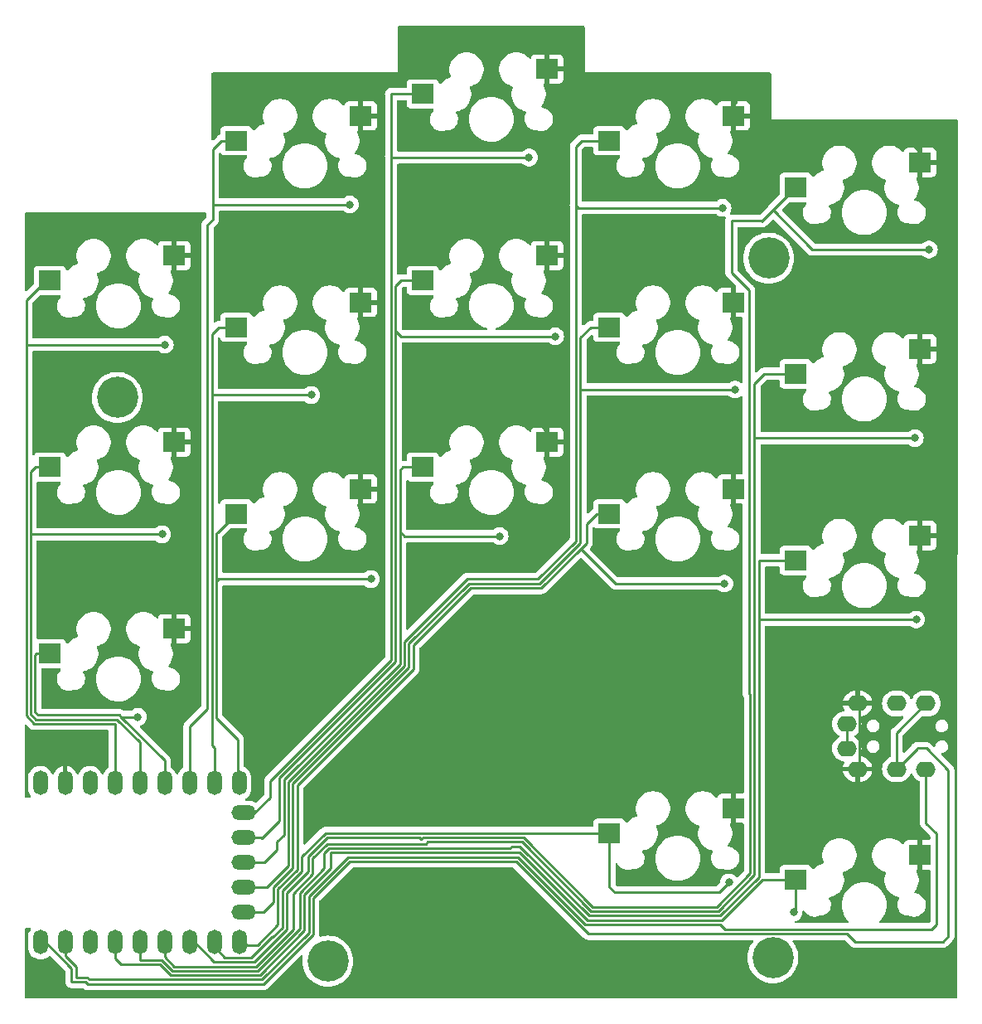
<source format=gbr>
%TF.GenerationSoftware,KiCad,Pcbnew,7.0.1*%
%TF.CreationDate,2023-09-26T17:53:03-04:00*%
%TF.ProjectId,under1hundo,756e6465-7231-4687-956e-646f2e6b6963,rev?*%
%TF.SameCoordinates,Original*%
%TF.FileFunction,Copper,L2,Bot*%
%TF.FilePolarity,Positive*%
%FSLAX46Y46*%
G04 Gerber Fmt 4.6, Leading zero omitted, Abs format (unit mm)*
G04 Created by KiCad (PCBNEW 7.0.1) date 2023-09-26 17:53:03*
%MOMM*%
%LPD*%
G01*
G04 APERTURE LIST*
%TA.AperFunction,ComponentPad*%
%ADD10C,4.200000*%
%TD*%
%TA.AperFunction,SMDPad,CuDef*%
%ADD11R,2.300000X2.000000*%
%TD*%
%TA.AperFunction,ComponentPad*%
%ADD12O,2.000000X1.600000*%
%TD*%
%TA.AperFunction,ComponentPad*%
%ADD13O,1.500000X2.500000*%
%TD*%
%TA.AperFunction,ComponentPad*%
%ADD14O,2.500000X1.500000*%
%TD*%
%TA.AperFunction,ViaPad*%
%ADD15C,0.800000*%
%TD*%
%TA.AperFunction,Conductor*%
%ADD16C,0.250000*%
%TD*%
G04 APERTURE END LIST*
D10*
%TO.P,M2,*%
%TO.N,*%
X175180000Y-128940000D03*
%TD*%
%TO.P,M2,*%
%TO.N,*%
X153670000Y-71374000D03*
%TD*%
%TO.P,M2,*%
%TO.N,*%
X220218000Y-57150000D03*
%TD*%
%TO.P,M2,*%
%TO.N,*%
X220650000Y-128580000D03*
%TD*%
D11*
%TO.P,SW17,1,1*%
%TO.N,R17*%
X222982000Y-120610000D03*
%TO.P,SW17,2,2*%
%TO.N,GND*%
X235682000Y-118070000D03*
%TD*%
%TO.P,SW16,1,1*%
%TO.N,R16*%
X203932000Y-115847500D03*
%TO.P,SW16,2,2*%
%TO.N,GND*%
X216632000Y-113307500D03*
%TD*%
%TO.P,SW15,1,1*%
%TO.N,R15*%
X222982000Y-88011000D03*
%TO.P,SW15,2,2*%
%TO.N,GND*%
X235682000Y-85471000D03*
%TD*%
%TO.P,SW14,1,1*%
%TO.N,R14*%
X203932000Y-83248500D03*
%TO.P,SW14,2,2*%
%TO.N,GND*%
X216632000Y-80708500D03*
%TD*%
%TO.P,SW13,1,1*%
%TO.N,R13*%
X184882000Y-78486000D03*
%TO.P,SW13,2,2*%
%TO.N,GND*%
X197582000Y-75946000D03*
%TD*%
%TO.P,SW12,1,1*%
%TO.N,R12*%
X165832000Y-83248500D03*
%TO.P,SW12,2,2*%
%TO.N,GND*%
X178532000Y-80708500D03*
%TD*%
%TO.P,SW11,1,1*%
%TO.N,R11*%
X146782000Y-97536000D03*
%TO.P,SW11,2,2*%
%TO.N,GND*%
X159482000Y-94996000D03*
%TD*%
%TO.P,SW10,1,1*%
%TO.N,R10*%
X222982000Y-68961000D03*
%TO.P,SW10,2,2*%
%TO.N,GND*%
X235682000Y-66421000D03*
%TD*%
%TO.P,SW9,1,1*%
%TO.N,R9*%
X203932000Y-64198500D03*
%TO.P,SW9,2,2*%
%TO.N,GND*%
X216632000Y-61658500D03*
%TD*%
%TO.P,SW8,1,1*%
%TO.N,R8*%
X184882000Y-59436000D03*
%TO.P,SW8,2,2*%
%TO.N,GND*%
X197582000Y-56896000D03*
%TD*%
%TO.P,SW7,1,1*%
%TO.N,R7*%
X165832000Y-64198500D03*
%TO.P,SW7,2,2*%
%TO.N,GND*%
X178532000Y-61658500D03*
%TD*%
%TO.P,SW6,1,1*%
%TO.N,R6*%
X146782000Y-78486000D03*
%TO.P,SW6,2,2*%
%TO.N,GND*%
X159482000Y-75946000D03*
%TD*%
%TO.P,SW5,2,2*%
%TO.N,GND*%
X235682000Y-47371000D03*
%TO.P,SW5,1,1*%
%TO.N,R5*%
X222982000Y-49911000D03*
%TD*%
%TO.P,SW4,1,1*%
%TO.N,R4*%
X203932000Y-45148500D03*
%TO.P,SW4,2,2*%
%TO.N,GND*%
X216632000Y-42608500D03*
%TD*%
%TO.P,SW3,1,1*%
%TO.N,R3*%
X184882000Y-40386000D03*
%TO.P,SW3,2,2*%
%TO.N,GND*%
X197582000Y-37846000D03*
%TD*%
%TO.P,SW2,1,1*%
%TO.N,R2*%
X165832000Y-45148500D03*
%TO.P,SW2,2,2*%
%TO.N,GND*%
X178532000Y-42608500D03*
%TD*%
%TO.P,SW1,1,1*%
%TO.N,R1*%
X146782000Y-59436000D03*
%TO.P,SW1,2,2*%
%TO.N,GND*%
X159482000Y-56896000D03*
%TD*%
D12*
%TO.P,U2,1,SLEEVE*%
%TO.N,3v3*%
X228200000Y-104720000D03*
X228200000Y-107220000D03*
%TO.P,U2,2,TIP*%
%TO.N,GND*%
X229300000Y-102620000D03*
X229300000Y-109320000D03*
%TO.P,U2,3,RING1*%
%TO.N,RX*%
X233300000Y-102620000D03*
X236300000Y-109320000D03*
%TO.P,U2,4,RING2*%
%TO.N,TX*%
X236300000Y-102620000D03*
X233300000Y-109320000D03*
%TD*%
D13*
%TO.P,U1,1,0*%
%TO.N,TX*%
X145796000Y-126992000D03*
%TO.P,U1,2,1*%
%TO.N,RX*%
X148336000Y-126992000D03*
%TO.P,U1,3,2*%
%TO.N,unconnected-(U1-2-Pad3)*%
X150876000Y-126992000D03*
%TO.P,U1,4,3*%
%TO.N,R17*%
X153416000Y-126992000D03*
%TO.P,U1,5,4*%
%TO.N,R15*%
X155956000Y-126992000D03*
%TO.P,U1,6,5*%
%TO.N,R10*%
X158496000Y-126992000D03*
%TO.P,U1,7,6*%
%TO.N,R5*%
X161036000Y-126992000D03*
%TO.P,U1,8,7*%
%TO.N,R16*%
X163576000Y-126992000D03*
%TO.P,U1,9,8*%
%TO.N,R14*%
X166116000Y-126992000D03*
D14*
%TO.P,U1,10,9*%
%TO.N,R9*%
X166616000Y-123952000D03*
%TO.P,U1,11,10*%
%TO.N,R4*%
X166616000Y-121412000D03*
%TO.P,U1,12,11*%
%TO.N,R13*%
X166616000Y-118872000D03*
%TO.P,U1,13,12*%
%TO.N,R8*%
X166616000Y-116332000D03*
%TO.P,U1,14,13*%
%TO.N,R3*%
X166616000Y-113792000D03*
D13*
%TO.P,U1,15,14*%
%TO.N,R12*%
X166116000Y-110752000D03*
%TO.P,U1,16,15*%
%TO.N,R7*%
X163576000Y-110752000D03*
%TO.P,U1,17,26*%
%TO.N,R2*%
X161036000Y-110752000D03*
%TO.P,U1,18,27*%
%TO.N,R11*%
X158496000Y-110752000D03*
%TO.P,U1,19,28*%
%TO.N,R6*%
X155956000Y-110752000D03*
%TO.P,U1,20,29*%
%TO.N,R1*%
X153416000Y-110752000D03*
%TO.P,U1,21,3V3*%
%TO.N,3v3*%
X150876000Y-110752000D03*
%TO.P,U1,22,GND*%
%TO.N,GND*%
X148336000Y-110752000D03*
%TO.P,U1,23,5V*%
%TO.N,unconnected-(U1-5V-Pad23)*%
X145796000Y-110752000D03*
%TD*%
D15*
%TO.N,R13*%
X192730000Y-85530000D03*
%TO.N,R11*%
X155770000Y-103990000D03*
%TO.N,R7*%
X173482000Y-71120000D03*
%TO.N,GND*%
X235690000Y-82690000D03*
X196500000Y-34910000D03*
X195580000Y-72898000D03*
X206610000Y-39450000D03*
X207518000Y-109728000D03*
X178390000Y-39630000D03*
X149380000Y-54250000D03*
X234600000Y-63290000D03*
X177540000Y-58840000D03*
X214930000Y-58470000D03*
X234240000Y-44860000D03*
X196140000Y-53910000D03*
X224790000Y-114300000D03*
X215180000Y-77610000D03*
%TO.N,R1*%
X158520000Y-65970000D03*
%TO.N,R2*%
X177420000Y-51670000D03*
%TO.N,R3*%
X195740000Y-46880000D03*
%TO.N,R4*%
X215500000Y-52010000D03*
%TO.N,R5*%
X236590000Y-56270000D03*
%TO.N,R6*%
X158242000Y-85344000D03*
%TO.N,R8*%
X198400000Y-65130000D03*
%TO.N,R9*%
X216780000Y-70560000D03*
%TO.N,R10*%
X235160000Y-75530000D03*
%TO.N,R12*%
X179578000Y-89916000D03*
%TO.N,R14*%
X215690000Y-90380000D03*
%TO.N,R15*%
X235290000Y-94050000D03*
%TO.N,R16*%
X216154000Y-120904000D03*
%TO.N,R17*%
X222758000Y-123952000D03*
%TD*%
D16*
%TO.N,R13*%
X192730000Y-85530000D02*
X183000000Y-85530000D01*
X183000000Y-85530000D02*
X182540000Y-85070000D01*
X182540000Y-78820000D02*
X182540000Y-85070000D01*
X182540000Y-85070000D02*
X182540000Y-98572792D01*
%TO.N,R11*%
X154060000Y-103990000D02*
X154045000Y-104005000D01*
X155770000Y-103990000D02*
X154060000Y-103990000D01*
X154045000Y-104005000D02*
X158496000Y-108456000D01*
X153846000Y-103806000D02*
X154045000Y-104005000D01*
%TO.N,RX*%
X236300000Y-114840000D02*
X236300000Y-109320000D01*
X237350000Y-115890000D02*
X236300000Y-114840000D01*
X237350000Y-125210000D02*
X237350000Y-115890000D01*
X236870000Y-125690000D02*
X237350000Y-125210000D01*
X215272792Y-125180000D02*
X215782792Y-125690000D01*
X201497208Y-125180000D02*
X215272792Y-125180000D01*
X194627208Y-118310000D02*
X201497208Y-125180000D01*
X177239188Y-118310000D02*
X194627208Y-118310000D01*
X173238198Y-122310990D02*
X177239188Y-118310000D01*
X168425584Y-130820000D02*
X173238198Y-126007386D01*
X150820000Y-130820000D02*
X168425584Y-130820000D01*
X149470000Y-130610000D02*
X150610000Y-130610000D01*
X215782792Y-125690000D02*
X236870000Y-125690000D01*
X150610000Y-130610000D02*
X150820000Y-130820000D01*
X148336000Y-128395604D02*
X149470000Y-129529604D01*
X148336000Y-126492000D02*
X148336000Y-128395604D01*
X149470000Y-129529604D02*
X149470000Y-130610000D01*
X173238198Y-126007386D02*
X173238198Y-122310990D01*
%TO.N,TX*%
X150423604Y-131060000D02*
X150633604Y-131270000D01*
X149000000Y-131060000D02*
X150423604Y-131060000D01*
X149000000Y-129696000D02*
X149000000Y-131060000D01*
X145796000Y-126492000D02*
X149000000Y-129696000D01*
%TO.N,R7*%
X173482000Y-71120000D02*
X163320000Y-71120000D01*
X163320000Y-71120000D02*
X163320000Y-96220000D01*
X163320000Y-64940000D02*
X163320000Y-71120000D01*
%TO.N,R5*%
X236590000Y-56270000D02*
X224672000Y-56270000D01*
X224672000Y-56270000D02*
X220647500Y-52245500D01*
X220647500Y-52245500D02*
X219504500Y-53388500D01*
X222982000Y-49911000D02*
X220647500Y-52245500D01*
X219456000Y-53340000D02*
X219504500Y-53388500D01*
X216408000Y-53340000D02*
X219456000Y-53340000D01*
X216408000Y-58634500D02*
X216408000Y-53340000D01*
X218186000Y-60412500D02*
X216408000Y-58634500D01*
X218186000Y-101600000D02*
X218186000Y-60412500D01*
X218310000Y-119970000D02*
X218310000Y-101724000D01*
X218310000Y-101724000D02*
X218186000Y-101600000D01*
%TO.N,GND*%
X216840000Y-39990000D02*
X216840000Y-41250000D01*
X216632000Y-80708500D02*
X216632000Y-79062000D01*
X159482000Y-54772000D02*
X159482000Y-56896000D01*
X178532000Y-59832000D02*
X177540000Y-58840000D01*
X197582000Y-56896000D02*
X197582000Y-55352000D01*
X216632000Y-79062000D02*
X215180000Y-77610000D01*
X207518000Y-109728000D02*
X214884000Y-109728000D01*
X235682000Y-64372000D02*
X234600000Y-63290000D01*
X216662000Y-111506000D02*
X216632000Y-111536000D01*
X178532000Y-39772000D02*
X178532000Y-42608500D01*
X197582000Y-55352000D02*
X196140000Y-53910000D01*
X216632000Y-41458000D02*
X216632000Y-42608500D01*
X206610000Y-39450000D02*
X216300000Y-39450000D01*
X216840000Y-41250000D02*
X216632000Y-41458000D01*
X149380000Y-54250000D02*
X158960000Y-54250000D01*
X235682000Y-66421000D02*
X235682000Y-64372000D01*
X235682000Y-82698000D02*
X235690000Y-82690000D01*
X235682000Y-46302000D02*
X234240000Y-44860000D01*
X197582000Y-37846000D02*
X197582000Y-35992000D01*
X224790000Y-114300000D02*
X234696000Y-114300000D01*
X229300000Y-109320000D02*
X229525000Y-109095000D01*
X214884000Y-109728000D02*
X216662000Y-111506000D01*
X216300000Y-39450000D02*
X216840000Y-39990000D01*
X229525000Y-102845000D02*
X229300000Y-102620000D01*
X197582000Y-74900000D02*
X195580000Y-72898000D01*
X216632000Y-61658500D02*
X216632000Y-60172000D01*
X197582000Y-75946000D02*
X197582000Y-74900000D01*
X158960000Y-54250000D02*
X159482000Y-54772000D01*
X178532000Y-61658500D02*
X178532000Y-59832000D01*
X197582000Y-35992000D02*
X196500000Y-34910000D01*
X216632000Y-60172000D02*
X214930000Y-58470000D01*
X216632000Y-111536000D02*
X216632000Y-113307500D01*
X178390000Y-39630000D02*
X178532000Y-39772000D01*
X235682000Y-47371000D02*
X235682000Y-46302000D01*
X235682000Y-115286000D02*
X235682000Y-118070000D01*
X235682000Y-85471000D02*
X235682000Y-82698000D01*
X234696000Y-114300000D02*
X235682000Y-115286000D01*
X229525000Y-109095000D02*
X229525000Y-102845000D01*
%TO.N,TX*%
X238560000Y-109440000D02*
X238560000Y-126390000D01*
X233300000Y-109320000D02*
X233300000Y-105620000D01*
X238000000Y-126950000D02*
X229040000Y-126950000D01*
X194440812Y-118760000D02*
X177425584Y-118760000D01*
X228230000Y-126140000D02*
X201820812Y-126140000D01*
X236310000Y-107190000D02*
X238560000Y-109440000D01*
X177425584Y-118760000D02*
X173688198Y-122497386D01*
X233300000Y-109320000D02*
X235390000Y-107230000D01*
X173688198Y-122497386D02*
X173688198Y-126193782D01*
X238560000Y-126390000D02*
X238000000Y-126950000D01*
X235390000Y-107190000D02*
X236310000Y-107190000D01*
X173688198Y-126193782D02*
X168611980Y-131270000D01*
X168611980Y-131270000D02*
X150633604Y-131270000D01*
X235390000Y-107230000D02*
X235390000Y-107190000D01*
X201820812Y-126140000D02*
X194440812Y-118760000D01*
X229040000Y-126950000D02*
X228230000Y-126140000D01*
X233300000Y-105620000D02*
X236300000Y-102620000D01*
%TO.N,3v3*%
X228200000Y-107220000D02*
X228200000Y-104720000D01*
%TO.N,R1*%
X146404000Y-59436000D02*
X144358980Y-61481020D01*
X144357086Y-64310011D02*
X144357086Y-65970000D01*
X144357086Y-65970000D02*
X144357086Y-103887086D01*
X144358980Y-61481020D02*
X144357086Y-64310011D01*
X146782000Y-59436000D02*
X146404000Y-59436000D01*
X144357086Y-103887086D02*
X145176000Y-104706000D01*
X145176000Y-104706000D02*
X153416000Y-104706000D01*
X153416000Y-104706000D02*
X153416000Y-111252000D01*
X158520000Y-65970000D02*
X144357086Y-65970000D01*
%TO.N,R2*%
X163409492Y-53230508D02*
X162870000Y-53770000D01*
X177420000Y-51670000D02*
X163549492Y-51670000D01*
X162870000Y-103150000D02*
X161060000Y-104960000D01*
X164321500Y-45148500D02*
X163409492Y-46060508D01*
X161060000Y-104960000D02*
X161060000Y-111228000D01*
X161060000Y-111228000D02*
X161036000Y-111252000D01*
X163549492Y-51670000D02*
X163409492Y-51810000D01*
X162870000Y-53770000D02*
X162870000Y-103150000D01*
X163409492Y-46060508D02*
X163409492Y-51810000D01*
X163409492Y-51810000D02*
X163409492Y-53230508D01*
X165832000Y-45148500D02*
X164321500Y-45148500D01*
%TO.N,R3*%
X181720000Y-46880000D02*
X181640000Y-46800000D01*
X181640000Y-40430000D02*
X181640000Y-46800000D01*
X195740000Y-46880000D02*
X181720000Y-46880000D01*
X167708000Y-113792000D02*
X166116000Y-113792000D01*
X181684000Y-40386000D02*
X181640000Y-40430000D01*
X184882000Y-40386000D02*
X181684000Y-40386000D01*
X181640000Y-98200000D02*
X169280000Y-110560000D01*
X181640000Y-46800000D02*
X181640000Y-98200000D01*
X169280000Y-110560000D02*
X169280000Y-112220000D01*
X169280000Y-112220000D02*
X167708000Y-113792000D01*
%TO.N,R4*%
X171146396Y-110602792D02*
X171146396Y-119223604D01*
X200520000Y-86040000D02*
X196650000Y-89910000D01*
X200520000Y-45780000D02*
X200520000Y-51770000D01*
X215500000Y-52010000D02*
X200760000Y-52010000D01*
X183010000Y-96320000D02*
X183010000Y-98739188D01*
X200520000Y-51770000D02*
X200520000Y-86040000D01*
X203932000Y-45148500D02*
X201151500Y-45148500D01*
X171146396Y-119223604D02*
X168958000Y-121412000D01*
X201151500Y-45148500D02*
X200520000Y-45780000D01*
X168958000Y-121412000D02*
X166116000Y-121412000D01*
X200760000Y-52010000D02*
X200520000Y-51770000D01*
X196650000Y-89910000D02*
X189420000Y-89910000D01*
X189420000Y-89910000D02*
X183010000Y-96320000D01*
X183010000Y-98739188D02*
X171146396Y-110602792D01*
%TO.N,R5*%
X184932500Y-116297500D02*
X184720000Y-116510000D01*
X184720000Y-116510000D02*
X184507500Y-116297500D01*
X195177500Y-116297500D02*
X184932500Y-116297500D01*
X184507500Y-116297500D02*
X175115292Y-116297500D01*
X202260000Y-123380000D02*
X195177500Y-116297500D01*
X173171396Y-118241396D02*
X173171396Y-119744188D01*
X173171396Y-119744188D02*
X170970000Y-121945584D01*
X167680000Y-129020000D02*
X163564000Y-129020000D01*
X175115292Y-116297500D02*
X173171396Y-118241396D01*
X218310000Y-119970000D02*
X214900000Y-123380000D01*
X163564000Y-129020000D02*
X161036000Y-126492000D01*
X170970000Y-121945584D02*
X170970000Y-125730000D01*
X214900000Y-123380000D02*
X202260000Y-123380000D01*
X170970000Y-125730000D02*
X167680000Y-129020000D01*
%TO.N,R6*%
X158242000Y-85344000D02*
X144807086Y-85344000D01*
X144807086Y-103700690D02*
X145362396Y-104256000D01*
X146782000Y-78486000D02*
X145321086Y-78486000D01*
X155956000Y-106609604D02*
X155956000Y-111252000D01*
X145321086Y-78486000D02*
X144807086Y-79000000D01*
X153602396Y-104256000D02*
X155956000Y-106609604D01*
X144807086Y-79000000D02*
X144807086Y-85344000D01*
X144807086Y-85344000D02*
X144807086Y-103700690D01*
X145362396Y-104256000D02*
X153602396Y-104256000D01*
%TO.N,R7*%
X163580000Y-111248000D02*
X163576000Y-111252000D01*
X163330000Y-96230000D02*
X163330000Y-106900000D01*
X163330000Y-106900000D02*
X163580000Y-107150000D01*
X165832000Y-64198500D02*
X164061500Y-64198500D01*
X163320000Y-96220000D02*
X163330000Y-96230000D01*
X163580000Y-107150000D02*
X163580000Y-111248000D01*
X164061500Y-64198500D02*
X163320000Y-64940000D01*
%TO.N,R8*%
X182634000Y-59436000D02*
X182090000Y-59980000D01*
X168352000Y-116332000D02*
X166116000Y-116332000D01*
X182630000Y-65130000D02*
X182090000Y-64590000D01*
X170246396Y-110230000D02*
X170246396Y-114613604D01*
X170246396Y-114613604D02*
X168440000Y-116420000D01*
X198400000Y-65130000D02*
X182630000Y-65130000D01*
X184882000Y-59436000D02*
X182634000Y-59436000D01*
X182090000Y-98386396D02*
X170246396Y-110230000D01*
X182090000Y-59980000D02*
X182090000Y-64590000D01*
X168440000Y-116420000D02*
X168352000Y-116332000D01*
X182090000Y-64590000D02*
X182090000Y-98386396D01*
%TO.N,R9*%
X171596396Y-110789188D02*
X171596396Y-119410000D01*
X201010000Y-70560000D02*
X200970000Y-70600000D01*
X196816396Y-90380000D02*
X189586396Y-90380000D01*
X200970000Y-86226396D02*
X196816396Y-90380000D01*
X203932000Y-64198500D02*
X202021500Y-64198500D01*
X200970000Y-70600000D02*
X200970000Y-86226396D01*
X183460000Y-98925584D02*
X171596396Y-110789188D01*
X171596396Y-119410000D02*
X169620000Y-121386396D01*
X200970000Y-65250000D02*
X200970000Y-70600000D01*
X168608000Y-123952000D02*
X166116000Y-123952000D01*
X183460000Y-96506396D02*
X183460000Y-98925584D01*
X169620000Y-122940000D02*
X168608000Y-123952000D01*
X169620000Y-121386396D02*
X169620000Y-122940000D01*
X216780000Y-70560000D02*
X201010000Y-70560000D01*
X189586396Y-90380000D02*
X183460000Y-96506396D01*
X202021500Y-64198500D02*
X200970000Y-65250000D01*
%TO.N,R10*%
X175089188Y-116960000D02*
X173621396Y-118427792D01*
X185380000Y-116747500D02*
X185167500Y-116960000D01*
X222982000Y-68961000D02*
X219749000Y-68961000D01*
X171620000Y-125716396D02*
X167866396Y-129470000D01*
X218760000Y-120156396D02*
X215086396Y-123830000D01*
X235160000Y-75530000D02*
X218780000Y-75530000D01*
X218760000Y-69950000D02*
X218760000Y-75550000D01*
X218780000Y-75530000D02*
X218760000Y-75550000D01*
X171620000Y-122020000D02*
X171620000Y-125716396D01*
X219749000Y-68961000D02*
X218760000Y-69950000D01*
X159480000Y-129470000D02*
X158496000Y-128486000D01*
X173621396Y-118427792D02*
X173621396Y-120018604D01*
X173621396Y-120018604D02*
X171620000Y-122020000D01*
X167866396Y-129470000D02*
X159480000Y-129470000D01*
X158496000Y-128486000D02*
X158496000Y-126492000D01*
X202073604Y-123830000D02*
X194991104Y-116747500D01*
X218760000Y-75550000D02*
X218760000Y-120156396D01*
X215086396Y-123830000D02*
X202073604Y-123830000D01*
X194991104Y-116747500D02*
X185380000Y-116747500D01*
X185167500Y-116960000D02*
X175089188Y-116960000D01*
%TO.N,R11*%
X158496000Y-108456000D02*
X158496000Y-111252000D01*
X146782000Y-97536000D02*
X145382000Y-97536000D01*
X145382000Y-97536000D02*
X145257086Y-97660914D01*
X145548792Y-103806000D02*
X153846000Y-103806000D01*
X145257086Y-103514294D02*
X145548792Y-103806000D01*
X145257086Y-97660914D02*
X145257086Y-103514294D01*
%TO.N,R12*%
X165960000Y-111096000D02*
X166116000Y-111252000D01*
X164034000Y-89916000D02*
X163780000Y-90170000D01*
X163780000Y-90170000D02*
X163780000Y-104120000D01*
X163770000Y-86190000D02*
X163780000Y-86200000D01*
X179578000Y-89916000D02*
X164034000Y-89916000D01*
X165960000Y-106300000D02*
X165960000Y-111096000D01*
X163910500Y-85160500D02*
X163770000Y-85301000D01*
X163920000Y-85160500D02*
X163910500Y-85160500D01*
X163770000Y-85301000D02*
X163770000Y-86190000D01*
X163780000Y-86200000D02*
X163780000Y-90170000D01*
X163780000Y-104120000D02*
X165960000Y-106300000D01*
X165832000Y-83248500D02*
X163920000Y-85160500D01*
%TO.N,R13*%
X184882000Y-78486000D02*
X182874000Y-78486000D01*
X182540000Y-98572792D02*
X170696396Y-110416396D01*
X169970000Y-117570000D02*
X168668000Y-118872000D01*
X169970000Y-116750000D02*
X169970000Y-117570000D01*
X170696396Y-116023604D02*
X169970000Y-116750000D01*
X170696396Y-110416396D02*
X170696396Y-116023604D01*
X168668000Y-118872000D02*
X166116000Y-118872000D01*
X182874000Y-78486000D02*
X182540000Y-78820000D01*
%TO.N,R14*%
X197002792Y-90830000D02*
X189772792Y-90830000D01*
X189772792Y-90830000D02*
X183931396Y-96671396D01*
X204570000Y-90380000D02*
X201011396Y-86821396D01*
X203932000Y-83248500D02*
X202641500Y-83248500D01*
X166914000Y-127290000D02*
X166116000Y-126492000D01*
X215690000Y-90380000D02*
X204570000Y-90380000D01*
X183931396Y-99090584D02*
X172046396Y-110975584D01*
X202641500Y-83248500D02*
X201620000Y-84270000D01*
X170070000Y-125210000D02*
X167990000Y-127290000D01*
X201011396Y-86821396D02*
X197002792Y-90830000D01*
X172046396Y-110975584D02*
X172046396Y-119596396D01*
X170070000Y-121572792D02*
X170070000Y-125210000D01*
X172046396Y-119596396D02*
X170070000Y-121572792D01*
X167990000Y-127290000D02*
X166914000Y-127290000D01*
X183931396Y-96671396D02*
X183931396Y-99090584D01*
X201620000Y-84270000D02*
X201620000Y-86212792D01*
X201620000Y-86212792D02*
X201011396Y-86821396D01*
%TO.N,R15*%
X172338198Y-125634594D02*
X168052792Y-129920000D01*
X193797500Y-117410000D02*
X175275584Y-117410000D01*
X219211000Y-88011000D02*
X219210000Y-88010000D01*
X172338198Y-121938198D02*
X172338198Y-125634594D01*
X158210000Y-128850000D02*
X156000000Y-128850000D01*
X159280000Y-129920000D02*
X158210000Y-128850000D01*
X156000000Y-128850000D02*
X156000000Y-126536000D01*
X194010000Y-117197500D02*
X193797500Y-117410000D01*
X222982000Y-88011000D02*
X219211000Y-88011000D01*
X219240000Y-94050000D02*
X219210000Y-94020000D01*
X215272792Y-124280000D02*
X201870000Y-124280000D01*
X175275584Y-117410000D02*
X174802792Y-117882792D01*
X168052792Y-129920000D02*
X159280000Y-129920000D01*
X201870000Y-124280000D02*
X194787500Y-117197500D01*
X174802792Y-117882792D02*
X174802792Y-119473604D01*
X194787500Y-117197500D02*
X194010000Y-117197500D01*
X174802792Y-119473604D02*
X172338198Y-121938198D01*
X219210000Y-94020000D02*
X219210000Y-120342792D01*
X219210000Y-88010000D02*
X219210000Y-94020000D01*
X235290000Y-94050000D02*
X219240000Y-94050000D01*
X219210000Y-120342792D02*
X215272792Y-124280000D01*
X156000000Y-126536000D02*
X155956000Y-126492000D01*
%TO.N,R16*%
X170520000Y-121759188D02*
X170520000Y-125530000D01*
X172496396Y-118280000D02*
X172496396Y-119782792D01*
X204470000Y-121920000D02*
X203932000Y-121382000D01*
X203932000Y-121382000D02*
X203932000Y-115847500D01*
X172496396Y-119782792D02*
X170520000Y-121759188D01*
X169436396Y-126480000D02*
X167349396Y-128567000D01*
X167349396Y-128567000D02*
X164653000Y-128567000D01*
X216154000Y-120904000D02*
X215138000Y-121920000D01*
X163576000Y-127496000D02*
X163576000Y-126492000D01*
X174928896Y-115847500D02*
X172496396Y-118280000D01*
X169570000Y-126480000D02*
X169436396Y-126480000D01*
X215138000Y-121920000D02*
X204470000Y-121920000D01*
X170520000Y-125530000D02*
X169570000Y-126480000D01*
X164650000Y-128570000D02*
X163576000Y-127496000D01*
X203932000Y-115847500D02*
X174928896Y-115847500D01*
X164653000Y-128567000D02*
X164650000Y-128570000D01*
%TO.N,R17*%
X222758000Y-123952000D02*
X222982000Y-123728000D01*
X194813604Y-117860000D02*
X175461980Y-117860000D01*
X172788198Y-122124594D02*
X172788198Y-125820990D01*
X175461980Y-119450812D02*
X172788198Y-122124594D01*
X222982000Y-120610000D02*
X219579188Y-120610000D01*
X154070000Y-129300000D02*
X153416000Y-128646000D01*
X219579188Y-120610000D02*
X215459188Y-124730000D01*
X222982000Y-123728000D02*
X222982000Y-120610000D01*
X158023604Y-129300000D02*
X154070000Y-129300000D01*
X201683604Y-124730000D02*
X194813604Y-117860000D01*
X159093604Y-130370000D02*
X158023604Y-129300000D01*
X168239188Y-130370000D02*
X159093604Y-130370000D01*
X215459188Y-124730000D02*
X201683604Y-124730000D01*
X153416000Y-128646000D02*
X153416000Y-126492000D01*
X172788198Y-125820990D02*
X168239188Y-130370000D01*
X175461980Y-117860000D02*
X175461980Y-119450812D01*
%TD*%
%TA.AperFunction,Conductor*%
%TO.N,GND*%
G36*
X201357500Y-33447113D02*
G01*
X201402887Y-33492500D01*
X201419500Y-33554500D01*
X201419500Y-38155240D01*
X201419459Y-38155446D01*
X201419459Y-38179999D01*
X201419459Y-38180000D01*
X201419500Y-38180099D01*
X201419617Y-38180382D01*
X201419617Y-38180383D01*
X201419618Y-38180384D01*
X201419808Y-38180462D01*
X201420000Y-38180541D01*
X201420002Y-38180539D01*
X201444616Y-38180524D01*
X201444616Y-38180550D01*
X201444788Y-38180512D01*
X219240842Y-38189855D01*
X220345565Y-38190435D01*
X220407538Y-38207070D01*
X220452898Y-38252454D01*
X220469500Y-38314435D01*
X220469500Y-42925240D01*
X220469459Y-42925446D01*
X220469459Y-42950000D01*
X220469500Y-42950099D01*
X220469616Y-42950382D01*
X220469617Y-42950383D01*
X220469618Y-42950384D01*
X220469808Y-42950462D01*
X220470000Y-42950541D01*
X220470002Y-42950539D01*
X220494616Y-42950524D01*
X220494616Y-42950528D01*
X220494760Y-42950500D01*
X239395486Y-42950500D01*
X239457490Y-42967115D01*
X239502878Y-43012508D01*
X239519486Y-43074514D01*
X239509513Y-132595447D01*
X239492885Y-132657460D01*
X239447471Y-132702844D01*
X239385448Y-132719433D01*
X220460099Y-132709500D01*
X220459985Y-132709500D01*
X220459901Y-132709500D01*
X220459900Y-132709500D01*
X144374549Y-132739451D01*
X144312528Y-132722854D01*
X144267121Y-132677465D01*
X144250500Y-132615451D01*
X144250500Y-125644441D01*
X144267103Y-125582458D01*
X144312465Y-125537074D01*
X144374440Y-125520441D01*
X144496618Y-125520381D01*
X144711382Y-125520278D01*
X144766198Y-125533024D01*
X144809736Y-125568689D01*
X144833024Y-125619925D01*
X144831265Y-125676179D01*
X144804821Y-125725861D01*
X144780235Y-125754002D01*
X144664783Y-125947237D01*
X144585693Y-126157974D01*
X144557330Y-126314264D01*
X144545500Y-126379453D01*
X144545500Y-127548155D01*
X144550575Y-127604547D01*
X144560623Y-127716190D01*
X144620507Y-127933171D01*
X144718170Y-128135972D01*
X144849439Y-128316648D01*
X144850478Y-128318078D01*
X145013175Y-128473632D01*
X145201032Y-128597635D01*
X145408012Y-128686103D01*
X145627463Y-128736191D01*
X145832998Y-128745421D01*
X145852328Y-128746290D01*
X145852328Y-128746289D01*
X145852330Y-128746290D01*
X146075387Y-128716075D01*
X146289464Y-128646517D01*
X146487681Y-128539852D01*
X146663401Y-128399718D01*
X146717661Y-128374828D01*
X146777264Y-128378175D01*
X146828394Y-128408984D01*
X147600185Y-129180776D01*
X148338181Y-129918772D01*
X148365061Y-129959000D01*
X148374500Y-130006453D01*
X148374500Y-130989151D01*
X148372304Y-131012385D01*
X148370772Y-131020412D01*
X148374255Y-131075759D01*
X148374500Y-131083545D01*
X148374500Y-131099350D01*
X148376481Y-131115037D01*
X148377213Y-131122787D01*
X148380695Y-131178137D01*
X148383220Y-131185908D01*
X148388310Y-131208678D01*
X148389335Y-131216788D01*
X148389336Y-131216792D01*
X148401231Y-131246835D01*
X148409753Y-131268360D01*
X148412390Y-131275684D01*
X148420755Y-131301427D01*
X148429533Y-131328441D01*
X148429534Y-131328442D01*
X148433910Y-131335339D01*
X148444500Y-131356123D01*
X148447513Y-131363732D01*
X148480120Y-131408612D01*
X148484498Y-131415053D01*
X148514214Y-131461877D01*
X148520167Y-131467467D01*
X148535603Y-131484976D01*
X148540406Y-131491587D01*
X148583146Y-131526945D01*
X148588978Y-131532087D01*
X148629418Y-131570062D01*
X148636578Y-131573998D01*
X148655883Y-131587117D01*
X148662179Y-131592326D01*
X148712363Y-131615941D01*
X148719302Y-131619476D01*
X148767906Y-131646196D01*
X148767908Y-131646197D01*
X148775822Y-131648228D01*
X148797774Y-131656132D01*
X148800425Y-131657379D01*
X148805174Y-131659614D01*
X148859673Y-131670010D01*
X148867263Y-131671707D01*
X148920981Y-131685500D01*
X148929151Y-131685500D01*
X148952385Y-131687696D01*
X148960412Y-131689227D01*
X149015759Y-131685745D01*
X149023545Y-131685500D01*
X150113151Y-131685500D01*
X150160604Y-131694939D01*
X150200832Y-131721818D01*
X150219133Y-131740120D01*
X150222315Y-131742588D01*
X150231175Y-131750155D01*
X150263022Y-131780062D01*
X150280576Y-131789712D01*
X150296840Y-131800396D01*
X150308576Y-131809499D01*
X150312668Y-131812673D01*
X150337513Y-131823424D01*
X150352756Y-131830021D01*
X150363235Y-131835154D01*
X150401512Y-131856197D01*
X150420910Y-131861177D01*
X150439312Y-131867477D01*
X150457708Y-131875438D01*
X150500865Y-131882273D01*
X150512268Y-131884634D01*
X150554585Y-131895500D01*
X150574620Y-131895500D01*
X150594017Y-131897026D01*
X150613800Y-131900160D01*
X150657278Y-131896050D01*
X150668948Y-131895500D01*
X168529236Y-131895500D01*
X168549742Y-131897764D01*
X168552645Y-131897672D01*
X168552647Y-131897673D01*
X168619852Y-131895561D01*
X168623748Y-131895500D01*
X168651329Y-131895500D01*
X168651330Y-131895500D01*
X168655299Y-131894998D01*
X168666945Y-131894080D01*
X168710607Y-131892709D01*
X168729839Y-131887120D01*
X168748898Y-131883174D01*
X168756071Y-131882268D01*
X168768772Y-131880664D01*
X168809387Y-131864582D01*
X168820424Y-131860803D01*
X168862370Y-131848618D01*
X168879609Y-131838422D01*
X168897082Y-131829862D01*
X168915712Y-131822486D01*
X168951044Y-131796814D01*
X168960810Y-131790400D01*
X168998398Y-131768171D01*
X168998397Y-131768171D01*
X168998400Y-131768170D01*
X169012565Y-131754004D01*
X169027353Y-131741373D01*
X169043567Y-131729594D01*
X169071418Y-131695926D01*
X169079259Y-131687309D01*
X172414039Y-128352530D01*
X172467699Y-128320971D01*
X172529936Y-128319466D01*
X172585061Y-128348398D01*
X172619177Y-128400473D01*
X172623687Y-128462564D01*
X172593742Y-128625968D01*
X172574746Y-128940000D01*
X172593742Y-129254029D01*
X172650452Y-129563483D01*
X172744043Y-129863828D01*
X172744045Y-129863833D01*
X172744046Y-129863835D01*
X172873163Y-130150721D01*
X172919288Y-130227021D01*
X173035918Y-130419952D01*
X173122183Y-130530060D01*
X173229940Y-130667602D01*
X173452398Y-130890060D01*
X173564660Y-130978012D01*
X173700047Y-131084081D01*
X173764075Y-131122787D01*
X173969279Y-131246837D01*
X174256165Y-131375954D01*
X174556522Y-131469549D01*
X174865971Y-131526258D01*
X175180000Y-131545253D01*
X175494029Y-131526258D01*
X175803478Y-131469549D01*
X176103835Y-131375954D01*
X176390721Y-131246837D01*
X176659952Y-131084081D01*
X176907602Y-130890060D01*
X177130060Y-130667602D01*
X177324081Y-130419952D01*
X177486837Y-130150721D01*
X177615954Y-129863835D01*
X177709549Y-129563478D01*
X177766258Y-129254029D01*
X177785253Y-128940000D01*
X177766258Y-128625971D01*
X177709549Y-128316522D01*
X177615954Y-128016165D01*
X177486837Y-127729279D01*
X177377344Y-127548155D01*
X177324081Y-127460047D01*
X177218012Y-127324660D01*
X177130060Y-127212398D01*
X176907602Y-126989940D01*
X176796103Y-126902586D01*
X176659952Y-126795918D01*
X176444180Y-126665480D01*
X176390721Y-126633163D01*
X176103835Y-126504046D01*
X176103833Y-126504045D01*
X176103828Y-126504043D01*
X175803483Y-126410452D01*
X175801049Y-126410006D01*
X175494029Y-126353742D01*
X175494028Y-126353741D01*
X175180000Y-126334746D01*
X174865970Y-126353742D01*
X174556521Y-126410451D01*
X174466456Y-126438516D01*
X174401420Y-126440893D01*
X174344136Y-126410006D01*
X174310386Y-126354361D01*
X174309464Y-126289290D01*
X174313698Y-126272801D01*
X174313698Y-126252766D01*
X174315225Y-126233367D01*
X174315266Y-126233103D01*
X174318358Y-126213586D01*
X174314248Y-126170107D01*
X174313698Y-126158438D01*
X174313698Y-122807838D01*
X174323137Y-122760385D01*
X174350017Y-122720157D01*
X177648356Y-119421819D01*
X177688584Y-119394939D01*
X177736037Y-119385500D01*
X194130360Y-119385500D01*
X194177813Y-119394939D01*
X194218041Y-119421819D01*
X201320008Y-126523787D01*
X201332908Y-126539888D01*
X201384035Y-126587900D01*
X201386831Y-126590610D01*
X201406341Y-126610120D01*
X201409523Y-126612588D01*
X201418383Y-126620155D01*
X201447914Y-126647887D01*
X201450230Y-126650062D01*
X201467782Y-126659711D01*
X201484050Y-126670397D01*
X201499876Y-126682673D01*
X201539958Y-126700017D01*
X201550445Y-126705155D01*
X201588719Y-126726197D01*
X201597222Y-126728379D01*
X201608120Y-126731178D01*
X201626525Y-126737478D01*
X201644916Y-126745437D01*
X201688062Y-126752270D01*
X201699480Y-126754635D01*
X201741793Y-126765500D01*
X201761828Y-126765500D01*
X201781227Y-126767027D01*
X201801008Y-126770160D01*
X201844486Y-126766050D01*
X201856156Y-126765500D01*
X218513349Y-126765500D01*
X218579094Y-126784364D01*
X218624836Y-126835217D01*
X218636657Y-126902586D01*
X218610960Y-126965973D01*
X218505918Y-127100047D01*
X218343164Y-127369277D01*
X218214043Y-127656171D01*
X218120452Y-127956516D01*
X218063742Y-128265970D01*
X218044746Y-128580000D01*
X218060175Y-128835061D01*
X218063742Y-128894029D01*
X218109401Y-129143183D01*
X218120452Y-129203483D01*
X218214043Y-129503828D01*
X218214045Y-129503833D01*
X218214046Y-129503835D01*
X218343163Y-129790721D01*
X218374570Y-129842674D01*
X218505918Y-130059952D01*
X218582876Y-130158181D01*
X218699940Y-130307602D01*
X218922398Y-130530060D01*
X219034660Y-130618012D01*
X219170047Y-130724081D01*
X219286677Y-130794586D01*
X219439279Y-130886837D01*
X219726165Y-131015954D01*
X220026522Y-131109549D01*
X220335971Y-131166258D01*
X220650000Y-131185253D01*
X220964029Y-131166258D01*
X221273478Y-131109549D01*
X221573835Y-131015954D01*
X221860721Y-130886837D01*
X222129952Y-130724081D01*
X222377602Y-130530060D01*
X222600060Y-130307602D01*
X222794081Y-130059952D01*
X222956837Y-129790721D01*
X223085954Y-129503835D01*
X223179549Y-129203478D01*
X223236258Y-128894029D01*
X223255253Y-128580000D01*
X223236258Y-128265971D01*
X223179549Y-127956522D01*
X223085954Y-127656165D01*
X222956837Y-127369279D01*
X222861997Y-127212395D01*
X222794081Y-127100047D01*
X222689040Y-126965973D01*
X222663343Y-126902586D01*
X222675164Y-126835217D01*
X222720906Y-126784364D01*
X222786651Y-126765500D01*
X227919548Y-126765500D01*
X227967001Y-126774939D01*
X228007229Y-126801819D01*
X228539196Y-127333787D01*
X228552096Y-127349888D01*
X228603223Y-127397900D01*
X228606020Y-127400611D01*
X228625529Y-127420120D01*
X228628711Y-127422588D01*
X228637571Y-127430155D01*
X228669418Y-127460062D01*
X228686972Y-127469712D01*
X228703236Y-127480396D01*
X228714972Y-127489499D01*
X228719064Y-127492673D01*
X228743909Y-127503424D01*
X228759152Y-127510021D01*
X228769631Y-127515154D01*
X228807908Y-127536197D01*
X228827306Y-127541177D01*
X228845708Y-127547477D01*
X228864104Y-127555438D01*
X228907261Y-127562273D01*
X228918664Y-127564634D01*
X228960981Y-127575500D01*
X228981016Y-127575500D01*
X229000413Y-127577026D01*
X229020196Y-127580160D01*
X229063674Y-127576050D01*
X229075344Y-127575500D01*
X237917256Y-127575500D01*
X237937762Y-127577764D01*
X237940665Y-127577672D01*
X237940667Y-127577673D01*
X238007872Y-127575561D01*
X238011768Y-127575500D01*
X238039349Y-127575500D01*
X238039350Y-127575500D01*
X238043319Y-127574998D01*
X238054965Y-127574080D01*
X238098627Y-127572709D01*
X238117859Y-127567120D01*
X238136918Y-127563174D01*
X238144091Y-127562268D01*
X238156792Y-127560664D01*
X238197407Y-127544582D01*
X238208444Y-127540803D01*
X238250390Y-127528618D01*
X238267629Y-127518422D01*
X238285102Y-127509862D01*
X238303732Y-127502486D01*
X238339064Y-127476814D01*
X238348830Y-127470400D01*
X238386418Y-127448171D01*
X238386417Y-127448171D01*
X238386420Y-127448170D01*
X238400585Y-127434004D01*
X238415373Y-127421373D01*
X238431587Y-127409594D01*
X238459438Y-127375926D01*
X238467279Y-127367309D01*
X238943786Y-126890802D01*
X238959887Y-126877904D01*
X238961874Y-126875787D01*
X238961877Y-126875786D01*
X239007932Y-126826741D01*
X239010613Y-126823976D01*
X239030120Y-126804470D01*
X239032581Y-126801295D01*
X239040152Y-126792431D01*
X239070062Y-126760582D01*
X239079713Y-126743026D01*
X239090393Y-126726767D01*
X239102674Y-126710936D01*
X239120018Y-126670851D01*
X239125160Y-126660356D01*
X239128071Y-126655061D01*
X239146197Y-126622092D01*
X239151178Y-126602688D01*
X239157480Y-126584283D01*
X239165438Y-126565895D01*
X239172270Y-126522748D01*
X239174639Y-126511316D01*
X239185500Y-126469020D01*
X239185500Y-126448984D01*
X239187027Y-126429585D01*
X239190057Y-126410452D01*
X239190160Y-126409804D01*
X239186050Y-126366325D01*
X239185500Y-126354656D01*
X239185500Y-109522744D01*
X239187764Y-109502236D01*
X239185561Y-109432113D01*
X239185500Y-109428219D01*
X239185500Y-109400654D01*
X239185500Y-109400650D01*
X239184997Y-109396670D01*
X239184081Y-109385028D01*
X239184002Y-109382499D01*
X239182710Y-109341373D01*
X239177118Y-109322126D01*
X239173174Y-109303085D01*
X239170664Y-109283208D01*
X239154579Y-109242583D01*
X239150806Y-109231562D01*
X239138618Y-109189610D01*
X239134331Y-109182361D01*
X239128419Y-109172364D01*
X239119861Y-109154897D01*
X239112486Y-109136268D01*
X239086808Y-109100926D01*
X239080405Y-109091176D01*
X239074703Y-109081534D01*
X239058171Y-109053580D01*
X239044006Y-109039415D01*
X239031369Y-109024620D01*
X239019595Y-109008414D01*
X239006655Y-108997709D01*
X238985935Y-108980568D01*
X238977305Y-108972714D01*
X237883886Y-107879295D01*
X237850769Y-107819613D01*
X237854253Y-107751448D01*
X237893280Y-107695452D01*
X237956025Y-107668592D01*
X238031217Y-107659093D01*
X238063059Y-107655071D01*
X238139464Y-107624819D01*
X238215871Y-107594568D01*
X238348837Y-107497963D01*
X238453600Y-107371326D01*
X238523579Y-107222613D01*
X238554376Y-107061170D01*
X238550106Y-106993308D01*
X238544056Y-106897141D01*
X238544056Y-106897140D01*
X238493268Y-106740829D01*
X238439392Y-106655934D01*
X238405202Y-106602059D01*
X238285393Y-106489552D01*
X238141365Y-106410371D01*
X237982179Y-106369500D01*
X237982177Y-106369500D01*
X237859075Y-106369500D01*
X237859073Y-106369500D01*
X237736940Y-106384928D01*
X237584129Y-106445431D01*
X237451165Y-106542034D01*
X237346399Y-106668675D01*
X237301741Y-106763579D01*
X237276421Y-106817387D01*
X237247503Y-106968982D01*
X237218066Y-107028477D01*
X237162160Y-107064264D01*
X237095806Y-107066089D01*
X237038018Y-107033427D01*
X236810802Y-106806211D01*
X236797906Y-106790113D01*
X236746775Y-106742098D01*
X236743978Y-106739387D01*
X236724470Y-106719879D01*
X236721290Y-106717412D01*
X236712424Y-106709839D01*
X236680582Y-106679938D01*
X236663024Y-106670285D01*
X236646764Y-106659604D01*
X236630936Y-106647327D01*
X236590851Y-106629980D01*
X236580361Y-106624841D01*
X236542091Y-106603802D01*
X236522691Y-106598821D01*
X236504284Y-106592519D01*
X236485897Y-106584562D01*
X236442758Y-106577729D01*
X236431324Y-106575361D01*
X236389019Y-106564500D01*
X236368984Y-106564500D01*
X236349586Y-106562973D01*
X236335689Y-106560772D01*
X236329805Y-106559840D01*
X236329804Y-106559840D01*
X236303738Y-106562304D01*
X236286325Y-106563950D01*
X236274656Y-106564500D01*
X235460849Y-106564500D01*
X235437615Y-106562304D01*
X235429587Y-106560772D01*
X235374241Y-106564255D01*
X235366455Y-106564500D01*
X235350650Y-106564500D01*
X235334957Y-106566481D01*
X235327215Y-106567212D01*
X235271862Y-106570695D01*
X235264085Y-106573222D01*
X235241322Y-106578310D01*
X235233210Y-106579335D01*
X235181619Y-106599760D01*
X235174296Y-106602396D01*
X235121559Y-106619532D01*
X235114656Y-106623913D01*
X235093876Y-106634501D01*
X235086268Y-106637513D01*
X235041389Y-106670119D01*
X235034952Y-106674494D01*
X234988120Y-106704215D01*
X234982528Y-106710171D01*
X234965031Y-106725597D01*
X234958412Y-106730406D01*
X234923053Y-106773146D01*
X234917905Y-106778986D01*
X234879938Y-106819417D01*
X234875997Y-106826586D01*
X234862886Y-106845878D01*
X234857676Y-106852176D01*
X234844174Y-106880868D01*
X234819658Y-106915749D01*
X234137181Y-107598228D01*
X234087818Y-107628478D01*
X234030102Y-107633020D01*
X233976615Y-107610865D01*
X233939015Y-107566842D01*
X233925500Y-107510547D01*
X233925500Y-105930452D01*
X233934939Y-105882999D01*
X233961819Y-105842771D01*
X234431856Y-105372734D01*
X234925756Y-104878833D01*
X237245623Y-104878833D01*
X237255943Y-105042858D01*
X237255944Y-105042860D01*
X237306732Y-105199171D01*
X237338147Y-105248673D01*
X237394797Y-105337940D01*
X237478732Y-105416759D01*
X237514607Y-105450448D01*
X237658632Y-105529627D01*
X237658634Y-105529628D01*
X237817821Y-105570500D01*
X237817823Y-105570500D01*
X237940925Y-105570500D01*
X237940927Y-105570500D01*
X238063059Y-105555071D01*
X238205500Y-105498674D01*
X238215871Y-105494568D01*
X238348837Y-105397963D01*
X238453600Y-105271326D01*
X238523579Y-105122613D01*
X238554376Y-104961170D01*
X238553056Y-104940196D01*
X238544056Y-104797141D01*
X238544056Y-104797140D01*
X238493268Y-104640829D01*
X238432792Y-104545534D01*
X238405202Y-104502059D01*
X238285393Y-104389552D01*
X238141365Y-104310371D01*
X237982179Y-104269500D01*
X237982177Y-104269500D01*
X237859075Y-104269500D01*
X237859073Y-104269500D01*
X237736940Y-104284928D01*
X237584129Y-104345431D01*
X237451165Y-104442034D01*
X237346399Y-104568675D01*
X237320729Y-104623228D01*
X237276421Y-104717387D01*
X237263694Y-104784104D01*
X237245623Y-104878833D01*
X234925756Y-104878833D01*
X235856006Y-103948582D01*
X235901275Y-103919743D01*
X235954490Y-103912737D01*
X236043216Y-103920500D01*
X236556784Y-103920500D01*
X236556786Y-103920500D01*
X236624747Y-103914553D01*
X236726692Y-103905635D01*
X236946496Y-103846739D01*
X237152734Y-103750568D01*
X237339139Y-103620047D01*
X237500047Y-103459139D01*
X237630568Y-103272734D01*
X237726739Y-103066496D01*
X237785635Y-102846692D01*
X237805468Y-102620000D01*
X237785635Y-102393308D01*
X237726739Y-102173504D01*
X237630568Y-101967266D01*
X237614134Y-101943796D01*
X237500046Y-101780859D01*
X237339140Y-101619953D01*
X237152735Y-101489432D01*
X236946497Y-101393261D01*
X236726689Y-101334364D01*
X236556786Y-101319500D01*
X236556784Y-101319500D01*
X236043216Y-101319500D01*
X236043214Y-101319500D01*
X235873310Y-101334364D01*
X235653502Y-101393261D01*
X235447264Y-101489432D01*
X235260859Y-101619953D01*
X235099953Y-101780859D01*
X234969432Y-101967264D01*
X234912382Y-102089609D01*
X234866625Y-102141785D01*
X234800000Y-102161204D01*
X234733375Y-102141785D01*
X234687618Y-102089609D01*
X234630567Y-101967264D01*
X234500046Y-101780859D01*
X234339140Y-101619953D01*
X234152735Y-101489432D01*
X233946497Y-101393261D01*
X233726689Y-101334364D01*
X233556786Y-101319500D01*
X233556784Y-101319500D01*
X233043216Y-101319500D01*
X233043214Y-101319500D01*
X232873310Y-101334364D01*
X232653502Y-101393261D01*
X232447264Y-101489432D01*
X232260859Y-101619953D01*
X232099953Y-101780859D01*
X231969432Y-101967264D01*
X231873261Y-102173502D01*
X231814364Y-102393310D01*
X231794531Y-102620000D01*
X231814364Y-102846689D01*
X231873261Y-103066497D01*
X231969432Y-103272735D01*
X232099953Y-103459140D01*
X232260859Y-103620046D01*
X232447264Y-103750567D01*
X232447265Y-103750567D01*
X232447266Y-103750568D01*
X232653504Y-103846739D01*
X232873308Y-103905635D01*
X232952233Y-103912540D01*
X233043214Y-103920500D01*
X233043216Y-103920500D01*
X233556784Y-103920500D01*
X233556786Y-103920500D01*
X233605329Y-103916252D01*
X233726692Y-103905635D01*
X233830309Y-103877871D01*
X233894492Y-103877871D01*
X233950080Y-103909964D01*
X233982174Y-103965552D01*
X233982174Y-104029739D01*
X233950080Y-104085327D01*
X232916208Y-105119199D01*
X232900110Y-105132096D01*
X232852096Y-105183225D01*
X232849391Y-105186017D01*
X232829874Y-105205534D01*
X232827415Y-105208705D01*
X232819842Y-105217572D01*
X232789935Y-105249420D01*
X232780285Y-105266974D01*
X232769609Y-105283228D01*
X232757326Y-105299063D01*
X232739975Y-105339158D01*
X232734838Y-105349644D01*
X232713802Y-105387907D01*
X232708821Y-105407309D01*
X232702520Y-105425711D01*
X232694561Y-105444102D01*
X232687728Y-105487242D01*
X232685360Y-105498674D01*
X232674500Y-105540978D01*
X232674500Y-105561016D01*
X232672973Y-105580415D01*
X232669840Y-105600194D01*
X232673950Y-105643675D01*
X232674500Y-105655344D01*
X232674500Y-108004474D01*
X232655081Y-108071099D01*
X232602905Y-108116856D01*
X232447264Y-108189432D01*
X232260859Y-108319953D01*
X232099953Y-108480859D01*
X231969432Y-108667264D01*
X231873261Y-108873502D01*
X231814364Y-109093310D01*
X231794531Y-109320000D01*
X231814364Y-109546689D01*
X231873261Y-109766497D01*
X231969432Y-109972735D01*
X232099953Y-110159140D01*
X232260859Y-110320046D01*
X232447264Y-110450567D01*
X232447265Y-110450567D01*
X232447266Y-110450568D01*
X232653504Y-110546739D01*
X232873308Y-110605635D01*
X232958262Y-110613067D01*
X233043214Y-110620500D01*
X233043216Y-110620500D01*
X233556784Y-110620500D01*
X233556786Y-110620500D01*
X233624747Y-110614554D01*
X233726692Y-110605635D01*
X233946496Y-110546739D01*
X234152734Y-110450568D01*
X234339139Y-110320047D01*
X234500047Y-110159139D01*
X234630568Y-109972734D01*
X234687618Y-109850389D01*
X234733375Y-109798214D01*
X234800000Y-109778795D01*
X234866625Y-109798214D01*
X234912382Y-109850390D01*
X234969432Y-109972735D01*
X235099953Y-110159140D01*
X235260859Y-110320046D01*
X235447264Y-110450567D01*
X235447265Y-110450567D01*
X235447266Y-110450568D01*
X235597052Y-110520415D01*
X235602905Y-110523144D01*
X235655081Y-110568901D01*
X235674500Y-110635526D01*
X235674500Y-114757256D01*
X235672235Y-114777762D01*
X235674439Y-114847873D01*
X235674500Y-114851768D01*
X235674500Y-114879349D01*
X235675003Y-114883334D01*
X235675918Y-114894967D01*
X235677290Y-114938626D01*
X235682879Y-114957860D01*
X235686825Y-114976916D01*
X235689335Y-114996792D01*
X235705414Y-115037404D01*
X235709197Y-115048451D01*
X235721382Y-115090391D01*
X235731580Y-115107635D01*
X235740136Y-115125100D01*
X235747514Y-115143732D01*
X235747515Y-115143733D01*
X235773180Y-115179059D01*
X235779593Y-115188822D01*
X235801826Y-115226416D01*
X235801829Y-115226419D01*
X235801830Y-115226420D01*
X235815995Y-115240585D01*
X235828627Y-115255375D01*
X235840406Y-115271587D01*
X235874058Y-115299426D01*
X235882699Y-115307289D01*
X236688181Y-116112772D01*
X236715061Y-116153000D01*
X236724500Y-116200453D01*
X236724500Y-116446000D01*
X236707887Y-116508000D01*
X236662500Y-116553387D01*
X236600500Y-116570000D01*
X235932000Y-116570000D01*
X235932000Y-119570000D01*
X236600500Y-119570000D01*
X236662500Y-119586613D01*
X236707887Y-119632000D01*
X236724500Y-119694000D01*
X236724500Y-124899547D01*
X236715061Y-124947000D01*
X236688181Y-124987228D01*
X236647228Y-125028181D01*
X236607000Y-125055061D01*
X236559547Y-125064500D01*
X231663065Y-125064500D01*
X231605329Y-125050238D01*
X231560873Y-125010734D01*
X231539925Y-124955075D01*
X231547301Y-124896062D01*
X231581304Y-124847274D01*
X231612189Y-124820189D01*
X231811025Y-124593461D01*
X231978566Y-124342718D01*
X232111945Y-124072252D01*
X232208880Y-123786691D01*
X232267713Y-123490920D01*
X232287436Y-123190000D01*
X232267713Y-122889080D01*
X232264747Y-122874171D01*
X232208880Y-122593310D01*
X232206905Y-122587493D01*
X232138441Y-122385802D01*
X232111945Y-122307747D01*
X231978566Y-122037282D01*
X231811025Y-121786539D01*
X231774144Y-121744485D01*
X231612189Y-121559811D01*
X231385461Y-121360975D01*
X231323781Y-121319762D01*
X231134717Y-121193433D01*
X230864252Y-121060054D01*
X230578689Y-120963119D01*
X230282926Y-120904287D01*
X230186230Y-120897949D01*
X230057310Y-120889500D01*
X229906690Y-120889500D01*
X229786364Y-120897386D01*
X229681073Y-120904287D01*
X229385310Y-120963119D01*
X229099747Y-121060054D01*
X228829282Y-121193433D01*
X228578539Y-121360974D01*
X228351811Y-121559811D01*
X228152974Y-121786539D01*
X227985433Y-122037282D01*
X227852054Y-122307747D01*
X227755119Y-122593310D01*
X227696287Y-122889073D01*
X227676564Y-123189999D01*
X227696287Y-123490926D01*
X227755119Y-123786689D01*
X227852054Y-124072252D01*
X227985433Y-124342717D01*
X228140444Y-124574708D01*
X228152975Y-124593461D01*
X228351811Y-124820189D01*
X228382695Y-124847274D01*
X228416699Y-124896062D01*
X228424075Y-124955075D01*
X228403127Y-125010734D01*
X228358671Y-125050238D01*
X228300935Y-125064500D01*
X223035048Y-125064500D01*
X222976833Y-125049985D01*
X222932247Y-125009840D01*
X222911727Y-124953461D01*
X222920077Y-124894048D01*
X222955343Y-124845510D01*
X223009267Y-124819210D01*
X223037803Y-124813144D01*
X223210730Y-124736151D01*
X223363870Y-124624889D01*
X223406485Y-124577561D01*
X223490533Y-124484216D01*
X223585179Y-124320284D01*
X223643674Y-124140256D01*
X223663460Y-123952000D01*
X223659131Y-123910819D01*
X223669930Y-123845759D01*
X223712563Y-123795434D01*
X223774970Y-123774088D01*
X223839494Y-123787761D01*
X223887879Y-123832584D01*
X223939877Y-123916564D01*
X224089762Y-124080980D01*
X224267311Y-124215058D01*
X224466473Y-124314230D01*
X224680462Y-124375115D01*
X224846496Y-124390500D01*
X224846497Y-124390500D01*
X224957503Y-124390500D01*
X224957504Y-124390500D01*
X225123537Y-124375115D01*
X225337526Y-124314230D01*
X225359075Y-124303500D01*
X225414347Y-124290500D01*
X225534420Y-124290500D01*
X225534425Y-124290500D01*
X225691218Y-124275528D01*
X225892875Y-124216316D01*
X226079682Y-124120011D01*
X226244886Y-123990092D01*
X226382519Y-123831256D01*
X226487604Y-123649244D01*
X226556344Y-123450633D01*
X226586254Y-123242602D01*
X226576254Y-123032670D01*
X226526704Y-122828424D01*
X226523215Y-122820785D01*
X226439398Y-122637251D01*
X226439397Y-122637250D01*
X226439396Y-122637247D01*
X226392413Y-122571269D01*
X226370429Y-122515110D01*
X226377538Y-122455220D01*
X226412060Y-122405768D01*
X226465826Y-122378453D01*
X226689416Y-122327420D01*
X226933643Y-122231568D01*
X227160857Y-122100386D01*
X227365981Y-121936805D01*
X227505407Y-121786539D01*
X227544428Y-121744485D01*
X227544429Y-121744482D01*
X227544433Y-121744479D01*
X227692228Y-121527704D01*
X227806063Y-121291323D01*
X227883396Y-121040615D01*
X227922500Y-120781182D01*
X227922500Y-120518818D01*
X227883396Y-120259385D01*
X227806063Y-120008677D01*
X227792712Y-119980955D01*
X227780434Y-119927158D01*
X227792714Y-119873356D01*
X227827122Y-119830210D01*
X227876837Y-119806267D01*
X227959416Y-119787420D01*
X228203643Y-119691568D01*
X228430857Y-119560386D01*
X228635981Y-119396805D01*
X228769919Y-119252454D01*
X228814428Y-119204485D01*
X228814429Y-119204482D01*
X228814433Y-119204479D01*
X228962228Y-118987704D01*
X229076063Y-118751323D01*
X229153396Y-118500615D01*
X229192500Y-118241182D01*
X230771500Y-118241182D01*
X230810604Y-118500615D01*
X230887937Y-118751323D01*
X231001772Y-118987704D01*
X231137766Y-119187170D01*
X231149571Y-119204485D01*
X231326694Y-119395377D01*
X231328019Y-119396805D01*
X231533143Y-119560386D01*
X231760357Y-119691568D01*
X232004584Y-119787420D01*
X232087158Y-119806267D01*
X232136876Y-119830209D01*
X232171283Y-119873354D01*
X232183564Y-119927155D01*
X232171285Y-119980956D01*
X232157938Y-120008672D01*
X232089326Y-120231109D01*
X232080604Y-120259384D01*
X232041500Y-120518817D01*
X232041500Y-120781181D01*
X232080604Y-121040614D01*
X232157937Y-121291322D01*
X232271772Y-121527703D01*
X232354904Y-121649635D01*
X232419571Y-121744484D01*
X232598015Y-121936800D01*
X232598019Y-121936804D01*
X232803143Y-122100385D01*
X233030357Y-122231567D01*
X233198550Y-122297578D01*
X233224460Y-122307747D01*
X233274584Y-122327419D01*
X233494852Y-122377694D01*
X233546369Y-122403099D01*
X233580911Y-122448997D01*
X233591062Y-122505536D01*
X233574644Y-122560584D01*
X233476396Y-122730754D01*
X233407655Y-122929366D01*
X233385375Y-123084334D01*
X233377746Y-123137398D01*
X233385024Y-123290181D01*
X233387746Y-123347330D01*
X233437297Y-123551580D01*
X233524602Y-123742752D01*
X233588572Y-123832584D01*
X233646514Y-123913952D01*
X233798622Y-124058986D01*
X233832847Y-124080981D01*
X233975425Y-124172612D01*
X234014580Y-124188287D01*
X234170543Y-124250725D01*
X234299228Y-124275527D01*
X234376914Y-124290500D01*
X234376915Y-124290500D01*
X234534425Y-124290500D01*
X234534426Y-124290500D01*
X234536363Y-124290315D01*
X234537360Y-124290500D01*
X234540332Y-124290500D01*
X234540332Y-124291051D01*
X234603425Y-124302753D01*
X234626473Y-124314230D01*
X234840462Y-124375115D01*
X235006496Y-124390500D01*
X235006497Y-124390500D01*
X235117503Y-124390500D01*
X235117504Y-124390500D01*
X235283537Y-124375115D01*
X235497526Y-124314230D01*
X235552325Y-124286943D01*
X235696689Y-124215058D01*
X235874236Y-124080981D01*
X236024124Y-123916562D01*
X236141247Y-123727401D01*
X236221618Y-123519940D01*
X236262500Y-123301243D01*
X236262500Y-123078757D01*
X236221618Y-122860060D01*
X236141247Y-122652599D01*
X236138014Y-122647377D01*
X236024124Y-122463437D01*
X235874237Y-122299019D01*
X235696688Y-122164941D01*
X235497526Y-122065769D01*
X235283537Y-122004884D01*
X235202092Y-121997338D01*
X235138589Y-121972656D01*
X235097710Y-121918151D01*
X235091798Y-121850277D01*
X235122634Y-121789526D01*
X235164433Y-121744478D01*
X235312228Y-121527703D01*
X235426063Y-121291322D01*
X235503396Y-121040614D01*
X235542500Y-120781181D01*
X235542500Y-120518817D01*
X235503396Y-120259384D01*
X235426063Y-120008676D01*
X235312228Y-119772295D01*
X235306471Y-119763851D01*
X235285120Y-119700952D01*
X235299295Y-119636058D01*
X235344928Y-119587791D01*
X235408925Y-119570000D01*
X235432000Y-119570000D01*
X235432000Y-116570000D01*
X234484176Y-116570000D01*
X234424624Y-116576402D01*
X234289910Y-116626647D01*
X234174811Y-116712811D01*
X234088646Y-116827913D01*
X234053333Y-116922589D01*
X234017474Y-116973723D01*
X233961239Y-117000892D01*
X233898894Y-116997204D01*
X233846254Y-116963595D01*
X233715984Y-116823198D01*
X233715983Y-116823197D01*
X233715981Y-116823195D01*
X233510857Y-116659614D01*
X233510856Y-116659613D01*
X233284320Y-116528823D01*
X233283643Y-116528432D01*
X233283642Y-116528431D01*
X233283641Y-116528431D01*
X233039418Y-116432580D01*
X232783627Y-116374197D01*
X232587499Y-116359500D01*
X232587494Y-116359500D01*
X232456506Y-116359500D01*
X232456501Y-116359500D01*
X232260372Y-116374197D01*
X232004581Y-116432580D01*
X231760358Y-116528431D01*
X231533143Y-116659613D01*
X231328015Y-116823198D01*
X231149571Y-117015514D01*
X231054028Y-117155651D01*
X231010218Y-117219909D01*
X231001771Y-117232298D01*
X230962161Y-117314550D01*
X230887937Y-117468677D01*
X230810604Y-117719385D01*
X230771500Y-117978818D01*
X230771500Y-118241182D01*
X229192500Y-118241182D01*
X229192500Y-117978818D01*
X229153396Y-117719385D01*
X229076063Y-117468677D01*
X228962228Y-117232296D01*
X228814433Y-117015521D01*
X228814432Y-117015520D01*
X228814428Y-117015514D01*
X228635984Y-116823198D01*
X228635983Y-116823197D01*
X228635981Y-116823195D01*
X228430857Y-116659614D01*
X228430856Y-116659613D01*
X228204320Y-116528823D01*
X228203643Y-116528432D01*
X228203642Y-116528431D01*
X228203641Y-116528431D01*
X227959418Y-116432580D01*
X227703627Y-116374197D01*
X227507499Y-116359500D01*
X227507494Y-116359500D01*
X227376506Y-116359500D01*
X227376501Y-116359500D01*
X227180372Y-116374197D01*
X226924581Y-116432580D01*
X226680358Y-116528431D01*
X226453143Y-116659613D01*
X226248015Y-116823198D01*
X226069571Y-117015514D01*
X225974028Y-117155651D01*
X225930218Y-117219909D01*
X225921771Y-117232298D01*
X225882161Y-117314550D01*
X225807937Y-117468677D01*
X225730604Y-117719385D01*
X225691500Y-117978818D01*
X225691500Y-118241182D01*
X225730604Y-118500615D01*
X225742365Y-118538743D01*
X225807937Y-118751323D01*
X225821285Y-118779041D01*
X225833564Y-118832842D01*
X225821284Y-118886642D01*
X225786878Y-118929787D01*
X225737159Y-118953732D01*
X225654579Y-118972581D01*
X225410358Y-119068431D01*
X225183143Y-119199613D01*
X224978018Y-119363195D01*
X224826727Y-119526248D01*
X224774087Y-119559857D01*
X224711741Y-119563544D01*
X224655506Y-119536374D01*
X224619647Y-119485240D01*
X224618686Y-119482664D01*
X224575796Y-119367669D01*
X224489546Y-119252454D01*
X224374331Y-119166204D01*
X224239483Y-119115909D01*
X224179873Y-119109500D01*
X224179869Y-119109500D01*
X221784130Y-119109500D01*
X221724515Y-119115909D01*
X221589669Y-119166204D01*
X221474454Y-119252454D01*
X221388204Y-119367668D01*
X221338935Y-119499764D01*
X221337909Y-119502517D01*
X221331688Y-119560386D01*
X221331500Y-119562131D01*
X221331500Y-119860500D01*
X221314887Y-119922500D01*
X221269500Y-119967887D01*
X221207500Y-119984500D01*
X219959500Y-119984500D01*
X219897500Y-119967887D01*
X219852113Y-119922500D01*
X219835500Y-119860500D01*
X219835500Y-109570000D01*
X227821128Y-109570000D01*
X227873733Y-109766326D01*
X227969865Y-109972480D01*
X228100341Y-110158819D01*
X228261180Y-110319658D01*
X228447519Y-110450134D01*
X228653673Y-110546266D01*
X228873397Y-110605141D01*
X229043235Y-110620000D01*
X229050000Y-110620000D01*
X229050000Y-109570000D01*
X229550000Y-109570000D01*
X229550000Y-110620000D01*
X229556765Y-110620000D01*
X229726602Y-110605141D01*
X229946326Y-110546266D01*
X230152480Y-110450134D01*
X230338819Y-110319658D01*
X230499658Y-110158819D01*
X230630134Y-109972480D01*
X230726266Y-109766326D01*
X230778872Y-109570000D01*
X229550000Y-109570000D01*
X229050000Y-109570000D01*
X227821128Y-109570000D01*
X219835500Y-109570000D01*
X219835500Y-107219999D01*
X226694531Y-107219999D01*
X226714364Y-107446689D01*
X226773261Y-107666497D01*
X226869432Y-107872735D01*
X226999953Y-108059140D01*
X227160859Y-108220046D01*
X227347264Y-108350567D01*
X227347265Y-108350567D01*
X227347266Y-108350568D01*
X227553504Y-108446739D01*
X227773308Y-108505635D01*
X227858272Y-108513068D01*
X227914089Y-108532015D01*
X227954852Y-108574595D01*
X227971347Y-108631186D01*
X227959847Y-108689000D01*
X227873734Y-108873671D01*
X227821128Y-109069999D01*
X227821128Y-109070000D01*
X230778872Y-109070000D01*
X230778871Y-109069999D01*
X230726266Y-108873673D01*
X230630134Y-108667519D01*
X230499658Y-108481180D01*
X230338819Y-108320341D01*
X230152480Y-108189865D01*
X229946326Y-108093733D01*
X229726602Y-108034858D01*
X229642031Y-108027459D01*
X229586214Y-108008511D01*
X229545452Y-107965931D01*
X229528957Y-107909339D01*
X229540456Y-107851527D01*
X229626739Y-107666496D01*
X229685635Y-107446692D01*
X229705468Y-107220000D01*
X229685635Y-106993308D01*
X229681756Y-106978833D01*
X230245623Y-106978833D01*
X230255943Y-107142858D01*
X230258391Y-107150391D01*
X230306732Y-107299171D01*
X230327304Y-107331587D01*
X230394797Y-107437940D01*
X230507305Y-107543590D01*
X230514607Y-107550448D01*
X230656542Y-107628478D01*
X230658634Y-107629628D01*
X230817821Y-107670500D01*
X230817823Y-107670500D01*
X230940925Y-107670500D01*
X230940927Y-107670500D01*
X231063059Y-107655071D01*
X231139464Y-107624819D01*
X231215871Y-107594568D01*
X231348837Y-107497963D01*
X231453600Y-107371326D01*
X231523579Y-107222613D01*
X231554376Y-107061170D01*
X231550106Y-106993308D01*
X231544056Y-106897141D01*
X231544056Y-106897140D01*
X231493268Y-106740829D01*
X231439392Y-106655934D01*
X231405202Y-106602059D01*
X231285393Y-106489552D01*
X231141365Y-106410371D01*
X230982179Y-106369500D01*
X230982177Y-106369500D01*
X230859075Y-106369500D01*
X230859073Y-106369500D01*
X230736940Y-106384928D01*
X230584129Y-106445431D01*
X230451165Y-106542034D01*
X230346399Y-106668675D01*
X230301741Y-106763579D01*
X230276421Y-106817387D01*
X230264025Y-106882369D01*
X230245623Y-106978833D01*
X229681756Y-106978833D01*
X229626739Y-106773504D01*
X229530568Y-106567266D01*
X229530530Y-106567212D01*
X229400046Y-106380859D01*
X229239140Y-106219953D01*
X229052738Y-106089434D01*
X229052734Y-106089432D01*
X229037612Y-106082380D01*
X228985439Y-106036626D01*
X228966019Y-105970000D01*
X228985439Y-105903374D01*
X229037612Y-105857619D01*
X229052734Y-105850568D01*
X229239139Y-105720047D01*
X229400047Y-105559139D01*
X229530568Y-105372734D01*
X229626739Y-105166496D01*
X229685635Y-104946692D01*
X229691572Y-104878833D01*
X230245623Y-104878833D01*
X230255943Y-105042858D01*
X230255944Y-105042860D01*
X230306732Y-105199171D01*
X230338147Y-105248673D01*
X230394797Y-105337940D01*
X230478732Y-105416759D01*
X230514607Y-105450448D01*
X230658632Y-105529627D01*
X230658634Y-105529628D01*
X230817821Y-105570500D01*
X230817823Y-105570500D01*
X230940925Y-105570500D01*
X230940927Y-105570500D01*
X231063059Y-105555071D01*
X231205500Y-105498674D01*
X231215871Y-105494568D01*
X231348837Y-105397963D01*
X231453600Y-105271326D01*
X231523579Y-105122613D01*
X231554376Y-104961170D01*
X231553056Y-104940196D01*
X231544056Y-104797141D01*
X231544056Y-104797140D01*
X231493268Y-104640829D01*
X231432792Y-104545534D01*
X231405202Y-104502059D01*
X231285393Y-104389552D01*
X231141365Y-104310371D01*
X230982179Y-104269500D01*
X230982177Y-104269500D01*
X230859075Y-104269500D01*
X230859073Y-104269500D01*
X230736940Y-104284928D01*
X230584129Y-104345431D01*
X230451165Y-104442034D01*
X230346399Y-104568675D01*
X230320729Y-104623228D01*
X230276421Y-104717387D01*
X230263694Y-104784104D01*
X230245623Y-104878833D01*
X229691572Y-104878833D01*
X229705468Y-104720000D01*
X229685635Y-104493308D01*
X229626739Y-104273504D01*
X229540456Y-104088472D01*
X229528957Y-104030659D01*
X229545452Y-103974068D01*
X229586214Y-103931487D01*
X229642033Y-103912540D01*
X229726602Y-103905141D01*
X229946326Y-103846266D01*
X230152480Y-103750134D01*
X230338819Y-103619658D01*
X230499658Y-103458819D01*
X230630134Y-103272480D01*
X230726266Y-103066326D01*
X230778872Y-102870000D01*
X227821128Y-102870000D01*
X227873734Y-103066328D01*
X227959847Y-103250999D01*
X227971347Y-103308812D01*
X227954852Y-103365403D01*
X227914090Y-103407984D01*
X227858272Y-103426931D01*
X227773310Y-103434364D01*
X227553502Y-103493261D01*
X227347264Y-103589432D01*
X227160859Y-103719953D01*
X226999953Y-103880859D01*
X226869432Y-104067264D01*
X226773261Y-104273502D01*
X226714364Y-104493310D01*
X226694531Y-104719999D01*
X226714364Y-104946689D01*
X226773261Y-105166497D01*
X226869432Y-105372735D01*
X226999953Y-105559140D01*
X227160859Y-105720046D01*
X227347264Y-105850567D01*
X227362385Y-105857618D01*
X227414561Y-105903375D01*
X227433980Y-105970000D01*
X227414561Y-106036625D01*
X227362385Y-106082382D01*
X227347264Y-106089432D01*
X227160859Y-106219953D01*
X226999953Y-106380859D01*
X226869432Y-106567264D01*
X226773261Y-106773502D01*
X226714364Y-106993310D01*
X226694531Y-107219999D01*
X219835500Y-107219999D01*
X219835500Y-102370000D01*
X227821128Y-102370000D01*
X229050000Y-102370000D01*
X229050000Y-101320000D01*
X229550000Y-101320000D01*
X229550000Y-102370000D01*
X230778872Y-102370000D01*
X230778871Y-102369999D01*
X230726266Y-102173673D01*
X230630134Y-101967519D01*
X230499658Y-101781180D01*
X230338819Y-101620341D01*
X230152480Y-101489865D01*
X229946326Y-101393733D01*
X229726602Y-101334858D01*
X229556765Y-101320000D01*
X229550000Y-101320000D01*
X229050000Y-101320000D01*
X229043235Y-101320000D01*
X228873397Y-101334858D01*
X228653673Y-101393733D01*
X228447519Y-101489865D01*
X228261180Y-101620341D01*
X228100341Y-101781180D01*
X227969865Y-101967519D01*
X227873733Y-102173673D01*
X227821128Y-102369999D01*
X227821128Y-102370000D01*
X219835500Y-102370000D01*
X219835500Y-94799500D01*
X219852113Y-94737500D01*
X219897500Y-94692113D01*
X219959500Y-94675500D01*
X234586253Y-94675500D01*
X234636688Y-94686220D01*
X234678401Y-94716526D01*
X234684129Y-94722888D01*
X234837270Y-94834151D01*
X234837271Y-94834151D01*
X234837272Y-94834152D01*
X235010197Y-94911144D01*
X235195352Y-94950500D01*
X235195354Y-94950500D01*
X235384646Y-94950500D01*
X235384648Y-94950500D01*
X235508084Y-94924262D01*
X235569803Y-94911144D01*
X235742730Y-94834151D01*
X235864060Y-94746000D01*
X235895870Y-94722889D01*
X235901598Y-94716528D01*
X236022533Y-94582216D01*
X236117179Y-94418284D01*
X236175674Y-94238256D01*
X236195460Y-94050000D01*
X236175674Y-93861744D01*
X236117179Y-93681716D01*
X236117179Y-93681715D01*
X236022533Y-93517783D01*
X235895870Y-93377110D01*
X235742730Y-93265848D01*
X235569802Y-93188855D01*
X235384648Y-93149500D01*
X235384646Y-93149500D01*
X235195354Y-93149500D01*
X235195352Y-93149500D01*
X235010197Y-93188855D01*
X234837272Y-93265847D01*
X234735175Y-93340024D01*
X234684129Y-93377112D01*
X234678401Y-93383473D01*
X234636688Y-93413780D01*
X234586253Y-93424500D01*
X219959500Y-93424500D01*
X219897500Y-93407887D01*
X219852113Y-93362500D01*
X219835500Y-93300500D01*
X219835500Y-88760500D01*
X219852113Y-88698500D01*
X219897500Y-88653113D01*
X219959500Y-88636500D01*
X221207501Y-88636500D01*
X221269501Y-88653113D01*
X221314888Y-88698500D01*
X221331501Y-88760500D01*
X221331501Y-89058870D01*
X221337909Y-89118484D01*
X221347980Y-89145485D01*
X221388204Y-89253331D01*
X221474454Y-89368546D01*
X221589669Y-89454796D01*
X221724517Y-89505091D01*
X221784127Y-89511500D01*
X223980789Y-89511499D01*
X224036061Y-89524499D01*
X224079743Y-89560772D01*
X224102678Y-89612714D01*
X224100055Y-89669433D01*
X224072426Y-89719037D01*
X223939875Y-89864437D01*
X223822754Y-90053595D01*
X223769236Y-90191742D01*
X223742382Y-90261060D01*
X223701500Y-90479757D01*
X223701500Y-90702243D01*
X223742382Y-90920940D01*
X223776946Y-91010159D01*
X223822754Y-91128404D01*
X223939875Y-91317562D01*
X224089762Y-91481980D01*
X224267311Y-91616058D01*
X224466473Y-91715230D01*
X224680462Y-91776115D01*
X224846496Y-91791500D01*
X224846497Y-91791500D01*
X224957503Y-91791500D01*
X224957504Y-91791500D01*
X225123537Y-91776115D01*
X225337526Y-91715230D01*
X225359075Y-91704500D01*
X225414347Y-91691500D01*
X225534420Y-91691500D01*
X225534425Y-91691500D01*
X225691218Y-91676528D01*
X225892875Y-91617316D01*
X226079682Y-91521011D01*
X226244886Y-91391092D01*
X226382519Y-91232256D01*
X226487604Y-91050244D01*
X226556344Y-90851633D01*
X226586254Y-90643602D01*
X226583748Y-90590999D01*
X227676564Y-90590999D01*
X227696287Y-90891926D01*
X227755119Y-91187689D01*
X227852054Y-91473252D01*
X227985433Y-91743717D01*
X227985434Y-91743718D01*
X228152975Y-91994461D01*
X228351811Y-92221189D01*
X228578538Y-92420024D01*
X228578539Y-92420025D01*
X228829282Y-92587566D01*
X229099747Y-92720945D01*
X229242528Y-92769412D01*
X229385309Y-92817880D01*
X229484802Y-92837670D01*
X229681073Y-92876712D01*
X229681075Y-92876712D01*
X229681080Y-92876713D01*
X229906690Y-92891500D01*
X230057302Y-92891500D01*
X230057310Y-92891500D01*
X230282920Y-92876713D01*
X230282924Y-92876712D01*
X230282926Y-92876712D01*
X230379703Y-92857461D01*
X230578691Y-92817880D01*
X230864252Y-92720945D01*
X231134718Y-92587566D01*
X231385461Y-92420025D01*
X231612189Y-92221189D01*
X231811025Y-91994461D01*
X231978566Y-91743718D01*
X232111945Y-91473252D01*
X232208880Y-91187691D01*
X232267713Y-90891920D01*
X232287436Y-90591000D01*
X232267713Y-90290080D01*
X232208880Y-89994309D01*
X232138441Y-89786802D01*
X232111945Y-89708747D01*
X231978566Y-89438282D01*
X231811025Y-89187539D01*
X231774144Y-89145485D01*
X231612189Y-88960811D01*
X231385461Y-88761975D01*
X231281219Y-88692323D01*
X231134717Y-88594433D01*
X230864252Y-88461054D01*
X230578689Y-88364119D01*
X230282926Y-88305287D01*
X230186229Y-88298949D01*
X230057310Y-88290500D01*
X229906690Y-88290500D01*
X229786364Y-88298386D01*
X229681073Y-88305287D01*
X229385310Y-88364119D01*
X229099747Y-88461054D01*
X228829282Y-88594433D01*
X228578539Y-88761974D01*
X228351811Y-88960811D01*
X228152974Y-89187539D01*
X227985433Y-89438282D01*
X227852054Y-89708747D01*
X227755119Y-89994310D01*
X227696287Y-90290073D01*
X227676564Y-90590999D01*
X226583748Y-90590999D01*
X226576254Y-90433670D01*
X226526704Y-90229424D01*
X226482100Y-90131756D01*
X226439398Y-90038251D01*
X226439397Y-90038250D01*
X226439396Y-90038247D01*
X226392413Y-89972269D01*
X226370429Y-89916110D01*
X226377538Y-89856220D01*
X226412060Y-89806768D01*
X226465826Y-89779453D01*
X226689416Y-89728420D01*
X226933643Y-89632568D01*
X227160857Y-89501386D01*
X227365981Y-89337805D01*
X227505407Y-89187539D01*
X227544428Y-89145485D01*
X227544429Y-89145482D01*
X227544433Y-89145479D01*
X227692228Y-88928704D01*
X227806063Y-88692323D01*
X227883396Y-88441615D01*
X227922500Y-88182182D01*
X227922500Y-87919818D01*
X227883396Y-87660385D01*
X227806063Y-87409677D01*
X227792712Y-87381955D01*
X227780434Y-87328158D01*
X227792714Y-87274356D01*
X227827122Y-87231210D01*
X227876837Y-87207267D01*
X227959416Y-87188420D01*
X228203643Y-87092568D01*
X228430857Y-86961386D01*
X228635981Y-86797805D01*
X228774835Y-86648156D01*
X228814428Y-86605485D01*
X228814429Y-86605482D01*
X228814433Y-86605479D01*
X228962228Y-86388704D01*
X229076063Y-86152323D01*
X229153396Y-85901615D01*
X229192500Y-85642182D01*
X230771500Y-85642182D01*
X230810604Y-85901615D01*
X230887937Y-86152323D01*
X231001772Y-86388704D01*
X231131088Y-86578375D01*
X231149571Y-86605485D01*
X231328015Y-86797801D01*
X231328019Y-86797805D01*
X231533143Y-86961386D01*
X231760357Y-87092568D01*
X232004584Y-87188420D01*
X232087158Y-87207267D01*
X232136876Y-87231209D01*
X232171283Y-87274354D01*
X232183564Y-87328155D01*
X232171285Y-87381956D01*
X232157938Y-87409672D01*
X232081486Y-87657525D01*
X232080604Y-87660384D01*
X232041500Y-87919817D01*
X232041500Y-88182181D01*
X232080604Y-88441614D01*
X232157937Y-88692322D01*
X232271772Y-88928703D01*
X232357782Y-89054856D01*
X232419571Y-89145484D01*
X232580751Y-89319194D01*
X232598019Y-89337804D01*
X232803143Y-89501385D01*
X233030357Y-89632567D01*
X233198550Y-89698578D01*
X233236499Y-89713472D01*
X233274584Y-89728419D01*
X233494852Y-89778694D01*
X233546369Y-89804099D01*
X233580911Y-89849997D01*
X233591062Y-89906536D01*
X233574644Y-89961584D01*
X233476396Y-90131754D01*
X233407655Y-90330366D01*
X233377746Y-90538396D01*
X233387746Y-90748330D01*
X233437297Y-90952580D01*
X233524602Y-91143752D01*
X233601285Y-91251437D01*
X233646514Y-91314952D01*
X233798622Y-91459986D01*
X233832847Y-91481981D01*
X233975425Y-91573612D01*
X234014580Y-91589287D01*
X234170543Y-91651725D01*
X234299228Y-91676527D01*
X234376914Y-91691500D01*
X234376915Y-91691500D01*
X234534425Y-91691500D01*
X234534426Y-91691500D01*
X234536363Y-91691315D01*
X234537360Y-91691500D01*
X234540332Y-91691500D01*
X234540332Y-91692051D01*
X234603425Y-91703753D01*
X234626473Y-91715230D01*
X234840462Y-91776115D01*
X235006496Y-91791500D01*
X235006497Y-91791500D01*
X235117503Y-91791500D01*
X235117504Y-91791500D01*
X235283537Y-91776115D01*
X235497526Y-91715230D01*
X235552325Y-91687943D01*
X235696689Y-91616058D01*
X235874236Y-91481981D01*
X235899504Y-91454264D01*
X236024124Y-91317562D01*
X236104536Y-91187691D01*
X236141247Y-91128401D01*
X236221618Y-90920940D01*
X236262500Y-90702243D01*
X236262500Y-90479757D01*
X236221618Y-90261060D01*
X236141247Y-90053599D01*
X236131744Y-90038251D01*
X236024124Y-89864437D01*
X235874237Y-89700019D01*
X235696688Y-89565941D01*
X235497526Y-89466769D01*
X235283537Y-89405884D01*
X235202092Y-89398338D01*
X235138589Y-89373656D01*
X235097710Y-89319151D01*
X235091798Y-89251277D01*
X235122634Y-89190526D01*
X235164433Y-89145478D01*
X235312228Y-88928703D01*
X235426063Y-88692322D01*
X235503396Y-88441614D01*
X235542500Y-88182181D01*
X235542500Y-87919817D01*
X235503396Y-87660384D01*
X235426063Y-87409676D01*
X235312228Y-87173295D01*
X235306471Y-87164851D01*
X235285120Y-87101952D01*
X235299295Y-87037058D01*
X235344928Y-86988791D01*
X235408925Y-86971000D01*
X235432000Y-86971000D01*
X235432000Y-85721000D01*
X235932000Y-85721000D01*
X235932000Y-86971000D01*
X236879824Y-86971000D01*
X236939375Y-86964597D01*
X237074089Y-86914352D01*
X237189188Y-86828188D01*
X237275352Y-86713089D01*
X237325597Y-86578375D01*
X237332000Y-86518824D01*
X237332000Y-85721000D01*
X235932000Y-85721000D01*
X235432000Y-85721000D01*
X235432000Y-83971000D01*
X235932000Y-83971000D01*
X235932000Y-85221000D01*
X237332000Y-85221000D01*
X237332000Y-84423176D01*
X237325597Y-84363624D01*
X237275352Y-84228910D01*
X237189188Y-84113811D01*
X237074089Y-84027647D01*
X236939375Y-83977402D01*
X236879824Y-83971000D01*
X235932000Y-83971000D01*
X235432000Y-83971000D01*
X234484176Y-83971000D01*
X234424624Y-83977402D01*
X234289910Y-84027647D01*
X234174811Y-84113811D01*
X234088646Y-84228913D01*
X234053333Y-84323589D01*
X234017474Y-84374723D01*
X233961239Y-84401892D01*
X233898894Y-84398204D01*
X233846254Y-84364595D01*
X233715984Y-84224198D01*
X233715983Y-84224197D01*
X233715981Y-84224195D01*
X233510857Y-84060614D01*
X233510856Y-84060613D01*
X233284320Y-83929823D01*
X233283643Y-83929432D01*
X233283642Y-83929431D01*
X233283641Y-83929431D01*
X233039418Y-83833580D01*
X232783627Y-83775197D01*
X232587499Y-83760500D01*
X232587494Y-83760500D01*
X232456506Y-83760500D01*
X232456501Y-83760500D01*
X232260372Y-83775197D01*
X232004581Y-83833580D01*
X231760358Y-83929431D01*
X231533143Y-84060613D01*
X231328015Y-84224198D01*
X231149571Y-84416514D01*
X231054028Y-84556651D01*
X231001772Y-84633296D01*
X230887937Y-84869677D01*
X230810604Y-85120385D01*
X230771500Y-85379818D01*
X230771500Y-85642182D01*
X229192500Y-85642182D01*
X229192500Y-85379818D01*
X229153396Y-85120385D01*
X229076063Y-84869677D01*
X228962228Y-84633296D01*
X228814433Y-84416521D01*
X228814432Y-84416520D01*
X228814428Y-84416514D01*
X228635984Y-84224198D01*
X228635983Y-84224197D01*
X228635981Y-84224195D01*
X228430857Y-84060614D01*
X228430856Y-84060613D01*
X228204320Y-83929823D01*
X228203643Y-83929432D01*
X228203642Y-83929431D01*
X228203641Y-83929431D01*
X227959418Y-83833580D01*
X227703627Y-83775197D01*
X227507499Y-83760500D01*
X227507494Y-83760500D01*
X227376506Y-83760500D01*
X227376501Y-83760500D01*
X227180372Y-83775197D01*
X226924581Y-83833580D01*
X226680358Y-83929431D01*
X226453143Y-84060613D01*
X226248015Y-84224198D01*
X226069571Y-84416514D01*
X225974028Y-84556651D01*
X225921772Y-84633296D01*
X225807937Y-84869677D01*
X225730604Y-85120385D01*
X225691500Y-85379818D01*
X225691500Y-85642182D01*
X225730604Y-85901615D01*
X225756581Y-85985830D01*
X225807937Y-86152323D01*
X225821285Y-86180041D01*
X225833564Y-86233842D01*
X225821284Y-86287642D01*
X225786878Y-86330787D01*
X225737159Y-86354732D01*
X225654579Y-86373581D01*
X225410358Y-86469431D01*
X225183143Y-86600613D01*
X224978018Y-86764195D01*
X224826727Y-86927248D01*
X224774087Y-86960857D01*
X224711741Y-86964544D01*
X224655506Y-86937374D01*
X224619647Y-86886240D01*
X224575796Y-86768669D01*
X224489546Y-86653454D01*
X224374331Y-86567204D01*
X224239483Y-86516909D01*
X224179873Y-86510500D01*
X224179869Y-86510500D01*
X221784130Y-86510500D01*
X221724515Y-86516909D01*
X221589669Y-86567204D01*
X221474454Y-86653454D01*
X221388204Y-86768668D01*
X221343239Y-86889225D01*
X221337909Y-86903517D01*
X221331688Y-86961386D01*
X221331500Y-86963131D01*
X221331500Y-87261500D01*
X221314887Y-87323500D01*
X221269500Y-87368887D01*
X221207500Y-87385500D01*
X219509500Y-87385500D01*
X219447500Y-87368887D01*
X219402113Y-87323500D01*
X219385500Y-87261500D01*
X219385500Y-76279500D01*
X219402113Y-76217500D01*
X219447500Y-76172113D01*
X219509500Y-76155500D01*
X234456253Y-76155500D01*
X234506688Y-76166220D01*
X234548401Y-76196526D01*
X234554129Y-76202888D01*
X234707270Y-76314151D01*
X234707271Y-76314151D01*
X234707272Y-76314152D01*
X234880197Y-76391144D01*
X235065352Y-76430500D01*
X235065354Y-76430500D01*
X235254646Y-76430500D01*
X235254648Y-76430500D01*
X235378084Y-76404262D01*
X235439803Y-76391144D01*
X235612730Y-76314151D01*
X235660423Y-76279500D01*
X235765870Y-76202889D01*
X235771598Y-76196528D01*
X235892533Y-76062216D01*
X235987179Y-75898284D01*
X236045674Y-75718256D01*
X236065460Y-75530000D01*
X236045674Y-75341744D01*
X235987179Y-75161716D01*
X235987179Y-75161715D01*
X235892533Y-74997783D01*
X235765870Y-74857110D01*
X235612730Y-74745848D01*
X235439802Y-74668855D01*
X235254648Y-74629500D01*
X235254646Y-74629500D01*
X235065354Y-74629500D01*
X235065352Y-74629500D01*
X234880197Y-74668855D01*
X234707272Y-74745847D01*
X234634679Y-74798589D01*
X234554129Y-74857112D01*
X234548401Y-74863473D01*
X234506688Y-74893780D01*
X234456253Y-74904500D01*
X219509500Y-74904500D01*
X219447500Y-74887887D01*
X219402113Y-74842500D01*
X219385500Y-74780500D01*
X219385500Y-70260452D01*
X219394939Y-70212999D01*
X219421819Y-70172771D01*
X219971772Y-69622819D01*
X220012000Y-69595939D01*
X220059453Y-69586500D01*
X221207501Y-69586500D01*
X221269501Y-69603113D01*
X221314888Y-69648500D01*
X221331501Y-69710500D01*
X221331501Y-70008870D01*
X221337909Y-70068484D01*
X221347980Y-70095485D01*
X221388204Y-70203331D01*
X221474454Y-70318546D01*
X221589669Y-70404796D01*
X221724517Y-70455091D01*
X221784127Y-70461500D01*
X223980789Y-70461499D01*
X224036061Y-70474499D01*
X224079743Y-70510772D01*
X224102678Y-70562714D01*
X224100055Y-70619433D01*
X224072426Y-70669037D01*
X223939875Y-70814437D01*
X223822754Y-71003595D01*
X223777659Y-71119999D01*
X223742382Y-71211060D01*
X223701500Y-71429757D01*
X223701500Y-71652243D01*
X223742382Y-71870940D01*
X223785075Y-71981144D01*
X223822754Y-72078404D01*
X223939875Y-72267562D01*
X224089762Y-72431980D01*
X224267311Y-72566058D01*
X224466473Y-72665230D01*
X224680462Y-72726115D01*
X224846496Y-72741500D01*
X224846497Y-72741500D01*
X224957503Y-72741500D01*
X224957504Y-72741500D01*
X225123537Y-72726115D01*
X225337526Y-72665230D01*
X225359075Y-72654500D01*
X225414347Y-72641500D01*
X225534420Y-72641500D01*
X225534425Y-72641500D01*
X225691218Y-72626528D01*
X225892875Y-72567316D01*
X226079682Y-72471011D01*
X226244886Y-72341092D01*
X226382519Y-72182256D01*
X226487604Y-72000244D01*
X226556344Y-71801633D01*
X226586254Y-71593602D01*
X226583748Y-71541000D01*
X227676564Y-71541000D01*
X227696287Y-71841926D01*
X227755119Y-72137689D01*
X227852054Y-72423252D01*
X227985433Y-72693717D01*
X227985434Y-72693718D01*
X228152975Y-72944461D01*
X228351811Y-73171189D01*
X228526123Y-73324057D01*
X228578539Y-73370025D01*
X228829282Y-73537566D01*
X229099747Y-73670945D01*
X229242528Y-73719412D01*
X229385309Y-73767880D01*
X229484802Y-73787670D01*
X229681073Y-73826712D01*
X229681075Y-73826712D01*
X229681080Y-73826713D01*
X229906690Y-73841500D01*
X230057302Y-73841500D01*
X230057310Y-73841500D01*
X230282920Y-73826713D01*
X230282924Y-73826712D01*
X230282926Y-73826712D01*
X230379703Y-73807461D01*
X230578691Y-73767880D01*
X230864252Y-73670945D01*
X231134718Y-73537566D01*
X231385461Y-73370025D01*
X231612189Y-73171189D01*
X231811025Y-72944461D01*
X231978566Y-72693718D01*
X232111945Y-72423252D01*
X232208880Y-72137691D01*
X232267713Y-71841920D01*
X232287436Y-71541000D01*
X232267713Y-71240080D01*
X232266282Y-71232888D01*
X232208880Y-70944310D01*
X232204614Y-70931744D01*
X232144312Y-70754099D01*
X232111945Y-70658747D01*
X231978566Y-70388282D01*
X231811025Y-70137539D01*
X231774144Y-70095485D01*
X231612189Y-69910811D01*
X231385461Y-69711975D01*
X231365827Y-69698856D01*
X231134717Y-69544433D01*
X230864252Y-69411054D01*
X230578689Y-69314119D01*
X230282926Y-69255287D01*
X230186229Y-69248949D01*
X230057310Y-69240500D01*
X229906690Y-69240500D01*
X229786364Y-69248386D01*
X229681073Y-69255287D01*
X229385310Y-69314119D01*
X229099747Y-69411054D01*
X228829282Y-69544433D01*
X228578539Y-69711974D01*
X228351811Y-69910811D01*
X228152974Y-70137539D01*
X227985433Y-70388282D01*
X227852054Y-70658747D01*
X227755119Y-70944310D01*
X227696287Y-71240073D01*
X227676564Y-71541000D01*
X226583748Y-71541000D01*
X226576254Y-71383670D01*
X226526704Y-71179424D01*
X226499565Y-71119999D01*
X226439398Y-70988251D01*
X226439397Y-70988250D01*
X226439396Y-70988247D01*
X226392413Y-70922269D01*
X226370429Y-70866110D01*
X226377538Y-70806220D01*
X226412060Y-70756768D01*
X226465826Y-70729453D01*
X226689416Y-70678420D01*
X226933643Y-70582568D01*
X227160857Y-70451386D01*
X227365981Y-70287805D01*
X227530157Y-70110865D01*
X227544428Y-70095485D01*
X227544429Y-70095482D01*
X227544433Y-70095479D01*
X227692228Y-69878704D01*
X227806063Y-69642323D01*
X227883396Y-69391615D01*
X227922500Y-69132182D01*
X227922500Y-68869818D01*
X227883396Y-68610385D01*
X227806063Y-68359677D01*
X227792712Y-68331955D01*
X227780434Y-68278158D01*
X227792714Y-68224356D01*
X227827122Y-68181210D01*
X227876837Y-68157267D01*
X227959416Y-68138420D01*
X228203643Y-68042568D01*
X228430857Y-67911386D01*
X228635981Y-67747805D01*
X228769919Y-67603454D01*
X228814428Y-67555485D01*
X228814429Y-67555482D01*
X228814433Y-67555479D01*
X228962228Y-67338704D01*
X229076063Y-67102323D01*
X229153396Y-66851615D01*
X229192500Y-66592182D01*
X230771500Y-66592182D01*
X230810604Y-66851615D01*
X230887937Y-67102323D01*
X231001772Y-67338704D01*
X231131088Y-67528375D01*
X231149571Y-67555485D01*
X231328015Y-67747801D01*
X231328019Y-67747805D01*
X231533143Y-67911386D01*
X231760357Y-68042568D01*
X232004584Y-68138420D01*
X232087158Y-68157267D01*
X232136876Y-68181209D01*
X232171283Y-68224354D01*
X232183564Y-68278155D01*
X232171285Y-68331956D01*
X232157938Y-68359672D01*
X232126118Y-68462830D01*
X232080604Y-68610384D01*
X232041500Y-68869817D01*
X232041500Y-69132181D01*
X232080604Y-69391614D01*
X232157937Y-69642322D01*
X232271772Y-69878703D01*
X232360519Y-70008870D01*
X232419571Y-70095484D01*
X232598015Y-70287800D01*
X232598019Y-70287804D01*
X232803143Y-70451385D01*
X233030357Y-70582567D01*
X233198550Y-70648578D01*
X233224460Y-70658747D01*
X233274584Y-70678419D01*
X233494852Y-70728694D01*
X233546369Y-70754099D01*
X233580911Y-70799997D01*
X233591062Y-70856536D01*
X233574644Y-70911584D01*
X233476396Y-71081754D01*
X233407655Y-71280366D01*
X233377746Y-71488396D01*
X233387746Y-71698330D01*
X233437297Y-71902580D01*
X233524602Y-72093752D01*
X233634845Y-72248566D01*
X233646514Y-72264952D01*
X233798622Y-72409986D01*
X233832847Y-72431981D01*
X233975425Y-72523612D01*
X234014580Y-72539287D01*
X234170543Y-72601725D01*
X234299228Y-72626527D01*
X234376914Y-72641500D01*
X234376915Y-72641500D01*
X234534425Y-72641500D01*
X234534426Y-72641500D01*
X234536363Y-72641315D01*
X234537360Y-72641500D01*
X234540332Y-72641500D01*
X234540332Y-72642051D01*
X234603425Y-72653753D01*
X234626473Y-72665230D01*
X234840462Y-72726115D01*
X235006496Y-72741500D01*
X235006497Y-72741500D01*
X235117503Y-72741500D01*
X235117504Y-72741500D01*
X235283537Y-72726115D01*
X235497526Y-72665230D01*
X235552325Y-72637943D01*
X235696689Y-72566058D01*
X235874236Y-72431981D01*
X236024124Y-72267562D01*
X236141247Y-72078401D01*
X236221618Y-71870940D01*
X236262500Y-71652243D01*
X236262500Y-71429757D01*
X236221618Y-71211060D01*
X236141247Y-71003599D01*
X236131744Y-70988251D01*
X236024124Y-70814437D01*
X235874237Y-70650019D01*
X235696688Y-70515941D01*
X235497526Y-70416769D01*
X235283537Y-70355884D01*
X235202092Y-70348338D01*
X235138589Y-70323656D01*
X235097710Y-70269151D01*
X235091798Y-70201277D01*
X235122634Y-70140526D01*
X235164433Y-70095478D01*
X235312228Y-69878703D01*
X235426063Y-69642322D01*
X235503396Y-69391614D01*
X235542500Y-69132181D01*
X235542500Y-68869817D01*
X235503396Y-68610384D01*
X235426063Y-68359676D01*
X235312228Y-68123295D01*
X235306471Y-68114851D01*
X235285120Y-68051952D01*
X235299295Y-67987058D01*
X235344928Y-67938791D01*
X235408925Y-67921000D01*
X235432000Y-67921000D01*
X235432000Y-66671000D01*
X235932000Y-66671000D01*
X235932000Y-67921000D01*
X236879824Y-67921000D01*
X236939375Y-67914597D01*
X237074089Y-67864352D01*
X237189188Y-67778188D01*
X237275352Y-67663089D01*
X237325597Y-67528375D01*
X237332000Y-67468824D01*
X237332000Y-66671000D01*
X235932000Y-66671000D01*
X235432000Y-66671000D01*
X235432000Y-64921000D01*
X235932000Y-64921000D01*
X235932000Y-66171000D01*
X237332000Y-66171000D01*
X237332000Y-65373176D01*
X237325597Y-65313624D01*
X237275352Y-65178910D01*
X237189188Y-65063811D01*
X237074089Y-64977647D01*
X236939375Y-64927402D01*
X236879824Y-64921000D01*
X235932000Y-64921000D01*
X235432000Y-64921000D01*
X234484176Y-64921000D01*
X234424624Y-64927402D01*
X234289910Y-64977647D01*
X234174811Y-65063811D01*
X234088646Y-65178913D01*
X234053333Y-65273589D01*
X234017474Y-65324723D01*
X233961239Y-65351892D01*
X233898894Y-65348204D01*
X233846254Y-65314595D01*
X233715984Y-65174198D01*
X233715983Y-65174197D01*
X233715981Y-65174195D01*
X233541148Y-65034770D01*
X233510856Y-65010613D01*
X233284320Y-64879823D01*
X233283643Y-64879432D01*
X233283642Y-64879431D01*
X233283641Y-64879431D01*
X233039418Y-64783580D01*
X232783627Y-64725197D01*
X232587499Y-64710500D01*
X232587494Y-64710500D01*
X232456506Y-64710500D01*
X232456501Y-64710500D01*
X232260372Y-64725197D01*
X232004581Y-64783580D01*
X231760358Y-64879431D01*
X231533143Y-65010613D01*
X231328015Y-65174198D01*
X231149571Y-65366514D01*
X231098903Y-65440831D01*
X231001772Y-65583296D01*
X230887937Y-65819677D01*
X230810604Y-66070385D01*
X230771500Y-66329818D01*
X230771500Y-66592182D01*
X229192500Y-66592182D01*
X229192500Y-66329818D01*
X229153396Y-66070385D01*
X229076063Y-65819677D01*
X228962228Y-65583296D01*
X228814433Y-65366521D01*
X228814432Y-65366520D01*
X228814428Y-65366514D01*
X228635984Y-65174198D01*
X228635983Y-65174197D01*
X228635981Y-65174195D01*
X228461148Y-65034770D01*
X228430856Y-65010613D01*
X228204320Y-64879823D01*
X228203643Y-64879432D01*
X228203642Y-64879431D01*
X228203641Y-64879431D01*
X227959418Y-64783580D01*
X227703627Y-64725197D01*
X227507499Y-64710500D01*
X227507494Y-64710500D01*
X227376506Y-64710500D01*
X227376501Y-64710500D01*
X227180372Y-64725197D01*
X226924581Y-64783580D01*
X226680358Y-64879431D01*
X226453143Y-65010613D01*
X226248015Y-65174198D01*
X226069571Y-65366514D01*
X226018903Y-65440831D01*
X225921772Y-65583296D01*
X225807937Y-65819677D01*
X225730604Y-66070385D01*
X225691500Y-66329818D01*
X225691500Y-66592182D01*
X225730604Y-66851615D01*
X225742365Y-66889743D01*
X225807937Y-67102323D01*
X225821285Y-67130041D01*
X225833564Y-67183842D01*
X225821284Y-67237642D01*
X225786878Y-67280787D01*
X225737159Y-67304732D01*
X225654579Y-67323581D01*
X225410358Y-67419431D01*
X225183143Y-67550613D01*
X224978018Y-67714195D01*
X224826727Y-67877248D01*
X224774087Y-67910857D01*
X224711741Y-67914544D01*
X224655506Y-67887374D01*
X224619647Y-67836240D01*
X224575796Y-67718669D01*
X224489546Y-67603454D01*
X224374331Y-67517204D01*
X224239483Y-67466909D01*
X224179873Y-67460500D01*
X224179869Y-67460500D01*
X221784130Y-67460500D01*
X221724515Y-67466909D01*
X221589669Y-67517204D01*
X221474454Y-67603454D01*
X221388204Y-67718668D01*
X221343239Y-67839225D01*
X221337909Y-67853517D01*
X221331688Y-67911386D01*
X221331500Y-67913131D01*
X221331500Y-68211500D01*
X221314887Y-68273500D01*
X221269500Y-68318887D01*
X221207500Y-68335500D01*
X219831740Y-68335500D01*
X219811236Y-68333236D01*
X219741144Y-68335439D01*
X219737250Y-68335500D01*
X219709648Y-68335500D01*
X219705653Y-68336004D01*
X219694029Y-68336918D01*
X219650368Y-68338290D01*
X219631128Y-68343880D01*
X219612081Y-68347825D01*
X219592209Y-68350335D01*
X219551599Y-68366413D01*
X219540554Y-68370194D01*
X219498611Y-68382380D01*
X219481369Y-68392578D01*
X219463897Y-68401138D01*
X219445266Y-68408514D01*
X219409938Y-68434181D01*
X219400180Y-68440591D01*
X219362579Y-68462829D01*
X219348410Y-68476998D01*
X219333622Y-68489628D01*
X219317410Y-68501407D01*
X219289570Y-68535059D01*
X219281710Y-68543697D01*
X219023178Y-68802230D01*
X218973818Y-68832478D01*
X218916102Y-68837020D01*
X218862615Y-68814865D01*
X218825015Y-68770842D01*
X218811500Y-68714547D01*
X218811500Y-60495244D01*
X218813764Y-60474736D01*
X218811561Y-60404613D01*
X218811500Y-60400719D01*
X218811500Y-60373154D01*
X218811500Y-60373150D01*
X218810997Y-60369170D01*
X218810081Y-60357528D01*
X218809961Y-60353700D01*
X218808710Y-60313873D01*
X218803118Y-60294626D01*
X218799174Y-60275585D01*
X218796664Y-60255708D01*
X218780579Y-60215083D01*
X218776808Y-60204068D01*
X218764618Y-60162110D01*
X218754414Y-60144855D01*
X218745861Y-60127395D01*
X218738486Y-60108769D01*
X218738486Y-60108768D01*
X218712808Y-60073425D01*
X218706401Y-60063671D01*
X218684169Y-60026079D01*
X218670006Y-60011916D01*
X218657367Y-59997117D01*
X218645595Y-59980913D01*
X218611941Y-59953073D01*
X218603299Y-59945209D01*
X217069819Y-58411728D01*
X217042939Y-58371500D01*
X217033500Y-58324047D01*
X217033500Y-57150000D01*
X217612746Y-57150000D01*
X217631742Y-57464029D01*
X217688452Y-57773483D01*
X217782043Y-58073828D01*
X217782045Y-58073833D01*
X217782046Y-58073835D01*
X217911163Y-58360721D01*
X217926678Y-58386386D01*
X218073918Y-58629952D01*
X218184749Y-58771416D01*
X218267940Y-58877602D01*
X218490398Y-59100060D01*
X218602660Y-59188012D01*
X218738047Y-59294081D01*
X218821975Y-59344817D01*
X219007279Y-59456837D01*
X219294165Y-59585954D01*
X219594522Y-59679549D01*
X219903971Y-59736258D01*
X220218000Y-59755253D01*
X220532029Y-59736258D01*
X220841478Y-59679549D01*
X221141835Y-59585954D01*
X221428721Y-59456837D01*
X221697952Y-59294081D01*
X221945602Y-59100060D01*
X222168060Y-58877602D01*
X222362081Y-58629952D01*
X222524837Y-58360721D01*
X222653954Y-58073835D01*
X222747549Y-57773478D01*
X222804258Y-57464029D01*
X222823253Y-57150000D01*
X222804258Y-56835971D01*
X222747549Y-56526522D01*
X222653954Y-56226165D01*
X222524837Y-55939279D01*
X222403029Y-55737784D01*
X222362081Y-55670047D01*
X222256012Y-55534660D01*
X222168060Y-55422398D01*
X221945602Y-55199940D01*
X221870760Y-55141305D01*
X221697952Y-55005918D01*
X221505021Y-54889288D01*
X221428721Y-54843163D01*
X221141835Y-54714046D01*
X221141833Y-54714045D01*
X221141828Y-54714043D01*
X220841483Y-54620452D01*
X220532029Y-54563742D01*
X220218000Y-54544746D01*
X219903970Y-54563742D01*
X219594516Y-54620452D01*
X219294171Y-54714043D01*
X219007277Y-54843164D01*
X218738047Y-55005918D01*
X218490395Y-55199942D01*
X218267942Y-55422395D01*
X218073918Y-55670047D01*
X217911164Y-55939277D01*
X217782043Y-56226171D01*
X217688452Y-56526516D01*
X217631742Y-56835970D01*
X217612746Y-57150000D01*
X217033500Y-57150000D01*
X217033500Y-54089500D01*
X217050113Y-54027500D01*
X217095500Y-53982113D01*
X217157500Y-53965500D01*
X219229375Y-53965500D01*
X219285669Y-53979015D01*
X219290935Y-53981698D01*
X219298911Y-53983480D01*
X219321104Y-53990691D01*
X219328604Y-53993937D01*
X219383403Y-54002615D01*
X219391034Y-54004072D01*
X219445167Y-54016173D01*
X219453336Y-54015916D01*
X219476626Y-54017381D01*
X219484696Y-54018660D01*
X219539931Y-54013437D01*
X219547678Y-54012950D01*
X219603127Y-54011209D01*
X219610973Y-54008928D01*
X219633905Y-54004554D01*
X219642033Y-54003787D01*
X219694219Y-53984998D01*
X219701609Y-53982597D01*
X219754890Y-53967118D01*
X219761920Y-53962960D01*
X219783037Y-53953022D01*
X219790728Y-53950254D01*
X219836611Y-53919070D01*
X219843163Y-53914912D01*
X219890920Y-53886670D01*
X219896698Y-53880891D01*
X219914680Y-53866014D01*
X219921437Y-53861423D01*
X219958141Y-53819789D01*
X219963428Y-53814160D01*
X220559822Y-53217767D01*
X220615405Y-53185676D01*
X220679593Y-53185676D01*
X220735180Y-53217770D01*
X224171196Y-56653787D01*
X224184096Y-56669888D01*
X224235223Y-56717900D01*
X224238020Y-56720611D01*
X224257529Y-56740120D01*
X224260711Y-56742588D01*
X224269571Y-56750155D01*
X224301418Y-56780062D01*
X224318970Y-56789711D01*
X224335238Y-56800397D01*
X224351064Y-56812673D01*
X224391146Y-56830017D01*
X224401633Y-56835155D01*
X224439907Y-56856197D01*
X224448410Y-56858379D01*
X224459308Y-56861178D01*
X224477713Y-56867478D01*
X224496104Y-56875437D01*
X224539250Y-56882270D01*
X224550668Y-56884635D01*
X224592981Y-56895500D01*
X224613016Y-56895500D01*
X224632415Y-56897027D01*
X224652196Y-56900160D01*
X224695674Y-56896050D01*
X224707344Y-56895500D01*
X235886253Y-56895500D01*
X235936688Y-56906220D01*
X235978401Y-56936526D01*
X235984129Y-56942888D01*
X236137270Y-57054151D01*
X236137271Y-57054151D01*
X236137272Y-57054152D01*
X236310197Y-57131144D01*
X236495352Y-57170500D01*
X236495354Y-57170500D01*
X236684646Y-57170500D01*
X236684648Y-57170500D01*
X236808084Y-57144262D01*
X236869803Y-57131144D01*
X237042730Y-57054151D01*
X237195871Y-56942888D01*
X237322533Y-56802216D01*
X237417179Y-56638284D01*
X237475674Y-56458256D01*
X237495460Y-56270000D01*
X237475674Y-56081744D01*
X237429384Y-55939279D01*
X237417179Y-55901715D01*
X237322533Y-55737783D01*
X237195870Y-55597110D01*
X237042730Y-55485848D01*
X236869802Y-55408855D01*
X236684648Y-55369500D01*
X236684646Y-55369500D01*
X236495354Y-55369500D01*
X236495352Y-55369500D01*
X236310197Y-55408855D01*
X236137272Y-55485847D01*
X236064374Y-55538811D01*
X235984129Y-55597112D01*
X235978401Y-55603473D01*
X235936688Y-55633780D01*
X235886253Y-55644500D01*
X224982453Y-55644500D01*
X224935000Y-55635061D01*
X224894772Y-55608181D01*
X221619771Y-52333180D01*
X221587677Y-52277593D01*
X221587677Y-52213405D01*
X221619771Y-52157818D01*
X222329771Y-51447818D01*
X222369999Y-51420938D01*
X222417452Y-51411499D01*
X223980789Y-51411499D01*
X224036061Y-51424499D01*
X224079743Y-51460772D01*
X224102678Y-51512714D01*
X224100055Y-51569433D01*
X224072426Y-51619037D01*
X223939875Y-51764437D01*
X223822754Y-51953595D01*
X223754640Y-52129419D01*
X223742382Y-52161060D01*
X223701500Y-52379757D01*
X223701500Y-52602243D01*
X223742382Y-52820940D01*
X223783138Y-52926143D01*
X223822754Y-53028404D01*
X223939875Y-53217562D01*
X224089762Y-53381980D01*
X224267311Y-53516058D01*
X224466473Y-53615230D01*
X224680462Y-53676115D01*
X224846496Y-53691500D01*
X224846497Y-53691500D01*
X224957503Y-53691500D01*
X224957504Y-53691500D01*
X225123537Y-53676115D01*
X225337526Y-53615230D01*
X225359075Y-53604500D01*
X225414347Y-53591500D01*
X225534420Y-53591500D01*
X225534425Y-53591500D01*
X225691218Y-53576528D01*
X225892875Y-53517316D01*
X226079682Y-53421011D01*
X226244886Y-53291092D01*
X226382519Y-53132256D01*
X226487604Y-52950244D01*
X226556344Y-52751633D01*
X226586254Y-52543602D01*
X226583748Y-52491000D01*
X227676564Y-52491000D01*
X227696287Y-52791926D01*
X227755119Y-53087689D01*
X227852054Y-53373252D01*
X227985433Y-53643717D01*
X228143909Y-53880894D01*
X228152975Y-53894461D01*
X228351811Y-54121189D01*
X228578538Y-54320024D01*
X228578539Y-54320025D01*
X228829282Y-54487566D01*
X229099747Y-54620945D01*
X229242528Y-54669412D01*
X229385309Y-54717880D01*
X229484802Y-54737670D01*
X229681073Y-54776712D01*
X229681075Y-54776712D01*
X229681080Y-54776713D01*
X229906690Y-54791500D01*
X230057302Y-54791500D01*
X230057310Y-54791500D01*
X230282920Y-54776713D01*
X230282924Y-54776712D01*
X230282926Y-54776712D01*
X230379703Y-54757461D01*
X230578691Y-54717880D01*
X230864252Y-54620945D01*
X231134718Y-54487566D01*
X231385461Y-54320025D01*
X231612189Y-54121189D01*
X231811025Y-53894461D01*
X231978566Y-53643718D01*
X232111945Y-53373252D01*
X232208880Y-53087691D01*
X232267713Y-52791920D01*
X232287436Y-52491000D01*
X232267713Y-52190080D01*
X232208880Y-51894309D01*
X232143034Y-51700333D01*
X232111945Y-51608747D01*
X231978566Y-51338282D01*
X231811025Y-51087539D01*
X231774144Y-51045485D01*
X231612189Y-50860811D01*
X231385461Y-50661975D01*
X231330941Y-50625546D01*
X231134717Y-50494433D01*
X230864252Y-50361054D01*
X230578689Y-50264119D01*
X230282926Y-50205287D01*
X230186229Y-50198949D01*
X230057310Y-50190500D01*
X229906690Y-50190500D01*
X229786364Y-50198386D01*
X229681073Y-50205287D01*
X229385310Y-50264119D01*
X229099747Y-50361054D01*
X228829282Y-50494433D01*
X228578539Y-50661974D01*
X228351811Y-50860811D01*
X228152974Y-51087539D01*
X227985433Y-51338282D01*
X227852054Y-51608747D01*
X227755119Y-51894310D01*
X227696287Y-52190073D01*
X227676564Y-52491000D01*
X226583748Y-52491000D01*
X226576254Y-52333670D01*
X226526704Y-52129424D01*
X226482100Y-52031756D01*
X226439398Y-51938251D01*
X226439397Y-51938250D01*
X226439396Y-51938247D01*
X226392413Y-51872269D01*
X226370429Y-51816110D01*
X226377538Y-51756220D01*
X226412060Y-51706768D01*
X226465826Y-51679453D01*
X226689416Y-51628420D01*
X226933643Y-51532568D01*
X227160857Y-51401386D01*
X227365981Y-51237805D01*
X227505407Y-51087539D01*
X227544428Y-51045485D01*
X227544429Y-51045482D01*
X227544433Y-51045479D01*
X227692228Y-50828704D01*
X227806063Y-50592323D01*
X227883396Y-50341615D01*
X227922500Y-50082182D01*
X227922500Y-49819818D01*
X227883396Y-49560385D01*
X227806063Y-49309677D01*
X227792712Y-49281955D01*
X227780434Y-49228158D01*
X227792714Y-49174356D01*
X227827122Y-49131210D01*
X227876837Y-49107267D01*
X227959416Y-49088420D01*
X228203643Y-48992568D01*
X228430857Y-48861386D01*
X228635981Y-48697805D01*
X228769919Y-48553454D01*
X228814428Y-48505485D01*
X228814429Y-48505482D01*
X228814433Y-48505479D01*
X228962228Y-48288704D01*
X229076063Y-48052323D01*
X229153396Y-47801615D01*
X229192500Y-47542182D01*
X230771500Y-47542182D01*
X230810604Y-47801615D01*
X230887937Y-48052323D01*
X231001772Y-48288704D01*
X231131088Y-48478375D01*
X231149571Y-48505485D01*
X231328015Y-48697801D01*
X231328019Y-48697805D01*
X231533143Y-48861386D01*
X231760357Y-48992568D01*
X232004584Y-49088420D01*
X232087158Y-49107267D01*
X232136876Y-49131209D01*
X232171283Y-49174354D01*
X232183564Y-49228155D01*
X232171285Y-49281956D01*
X232157938Y-49309672D01*
X232081486Y-49557525D01*
X232080604Y-49560384D01*
X232041500Y-49819817D01*
X232041500Y-50082181D01*
X232080604Y-50341614D01*
X232157937Y-50592322D01*
X232271772Y-50828703D01*
X232360521Y-50958873D01*
X232419571Y-51045484D01*
X232586925Y-51225848D01*
X232598019Y-51237804D01*
X232803143Y-51401385D01*
X233030357Y-51532567D01*
X233198550Y-51598578D01*
X233224460Y-51608747D01*
X233274584Y-51628419D01*
X233494852Y-51678694D01*
X233546369Y-51704099D01*
X233580911Y-51749997D01*
X233591062Y-51806536D01*
X233574644Y-51861584D01*
X233476396Y-52031754D01*
X233407655Y-52230366D01*
X233380463Y-52419500D01*
X233377746Y-52438398D01*
X233382757Y-52543602D01*
X233387746Y-52648330D01*
X233437297Y-52852580D01*
X233524602Y-53043752D01*
X233596825Y-53145174D01*
X233646514Y-53214952D01*
X233798622Y-53359986D01*
X233832847Y-53381981D01*
X233975425Y-53473612D01*
X234014258Y-53489158D01*
X234170543Y-53551725D01*
X234291212Y-53574982D01*
X234376914Y-53591500D01*
X234376915Y-53591500D01*
X234534425Y-53591500D01*
X234534426Y-53591500D01*
X234536363Y-53591315D01*
X234537360Y-53591500D01*
X234540332Y-53591500D01*
X234540332Y-53592051D01*
X234603425Y-53603753D01*
X234626473Y-53615230D01*
X234840462Y-53676115D01*
X235006496Y-53691500D01*
X235006497Y-53691500D01*
X235117503Y-53691500D01*
X235117504Y-53691500D01*
X235283537Y-53676115D01*
X235497526Y-53615230D01*
X235552325Y-53587943D01*
X235696689Y-53516058D01*
X235874236Y-53381981D01*
X235896564Y-53357489D01*
X236024124Y-53217562D01*
X236043867Y-53185676D01*
X236141247Y-53028401D01*
X236221618Y-52820940D01*
X236262500Y-52602243D01*
X236262500Y-52379757D01*
X236221618Y-52161060D01*
X236141247Y-51953599D01*
X236131744Y-51938251D01*
X236024124Y-51764437D01*
X235874237Y-51600019D01*
X235696688Y-51465941D01*
X235497526Y-51366769D01*
X235283537Y-51305884D01*
X235202092Y-51298338D01*
X235138589Y-51273656D01*
X235097710Y-51219151D01*
X235091798Y-51151277D01*
X235122634Y-51090526D01*
X235164433Y-51045478D01*
X235312228Y-50828703D01*
X235426063Y-50592322D01*
X235503396Y-50341614D01*
X235542500Y-50082181D01*
X235542500Y-49819817D01*
X235503396Y-49560384D01*
X235426063Y-49309676D01*
X235312228Y-49073295D01*
X235306471Y-49064851D01*
X235285120Y-49001952D01*
X235299295Y-48937058D01*
X235344928Y-48888791D01*
X235408925Y-48871000D01*
X235432000Y-48871000D01*
X235432000Y-47621000D01*
X235932000Y-47621000D01*
X235932000Y-48871000D01*
X236879824Y-48871000D01*
X236939375Y-48864597D01*
X237074089Y-48814352D01*
X237189188Y-48728188D01*
X237275352Y-48613089D01*
X237325597Y-48478375D01*
X237332000Y-48418824D01*
X237332000Y-47621000D01*
X235932000Y-47621000D01*
X235432000Y-47621000D01*
X235432000Y-45871000D01*
X235932000Y-45871000D01*
X235932000Y-47121000D01*
X237332000Y-47121000D01*
X237332000Y-46323176D01*
X237325597Y-46263624D01*
X237275352Y-46128910D01*
X237189188Y-46013811D01*
X237074089Y-45927647D01*
X236939375Y-45877402D01*
X236879824Y-45871000D01*
X235932000Y-45871000D01*
X235432000Y-45871000D01*
X234484176Y-45871000D01*
X234424624Y-45877402D01*
X234289910Y-45927647D01*
X234174811Y-46013811D01*
X234088646Y-46128913D01*
X234053333Y-46223589D01*
X234017474Y-46274723D01*
X233961239Y-46301892D01*
X233898894Y-46298204D01*
X233846254Y-46264595D01*
X233715984Y-46124198D01*
X233715983Y-46124197D01*
X233715981Y-46124195D01*
X233562138Y-46001509D01*
X233510856Y-45960613D01*
X233284320Y-45829823D01*
X233283643Y-45829432D01*
X233283642Y-45829431D01*
X233283641Y-45829431D01*
X233039418Y-45733580D01*
X232783627Y-45675197D01*
X232587499Y-45660500D01*
X232587494Y-45660500D01*
X232456506Y-45660500D01*
X232456501Y-45660500D01*
X232260372Y-45675197D01*
X232004581Y-45733580D01*
X231760358Y-45829431D01*
X231533143Y-45960613D01*
X231328015Y-46124198D01*
X231149571Y-46316514D01*
X231070491Y-46432504D01*
X231001772Y-46533296D01*
X230887937Y-46769677D01*
X230810604Y-47020385D01*
X230771500Y-47279818D01*
X230771500Y-47542182D01*
X229192500Y-47542182D01*
X229192500Y-47279818D01*
X229153396Y-47020385D01*
X229076063Y-46769677D01*
X228962228Y-46533296D01*
X228814433Y-46316521D01*
X228814432Y-46316520D01*
X228814428Y-46316514D01*
X228635984Y-46124198D01*
X228635983Y-46124197D01*
X228635981Y-46124195D01*
X228482138Y-46001509D01*
X228430856Y-45960613D01*
X228204320Y-45829823D01*
X228203643Y-45829432D01*
X228203642Y-45829431D01*
X228203641Y-45829431D01*
X227959418Y-45733580D01*
X227703627Y-45675197D01*
X227507499Y-45660500D01*
X227507494Y-45660500D01*
X227376506Y-45660500D01*
X227376501Y-45660500D01*
X227180372Y-45675197D01*
X226924581Y-45733580D01*
X226680358Y-45829431D01*
X226453143Y-45960613D01*
X226248015Y-46124198D01*
X226069571Y-46316514D01*
X225990491Y-46432504D01*
X225921772Y-46533296D01*
X225807937Y-46769677D01*
X225730604Y-47020385D01*
X225691500Y-47279818D01*
X225691500Y-47542182D01*
X225730604Y-47801615D01*
X225742365Y-47839743D01*
X225807937Y-48052323D01*
X225821285Y-48080041D01*
X225833564Y-48133842D01*
X225821284Y-48187642D01*
X225786878Y-48230787D01*
X225737159Y-48254732D01*
X225654579Y-48273581D01*
X225410358Y-48369431D01*
X225183143Y-48500613D01*
X224978018Y-48664195D01*
X224826727Y-48827248D01*
X224774087Y-48860857D01*
X224711741Y-48864544D01*
X224655506Y-48837374D01*
X224619647Y-48786240D01*
X224575796Y-48668669D01*
X224489546Y-48553454D01*
X224374331Y-48467204D01*
X224239483Y-48416909D01*
X224179873Y-48410500D01*
X224179869Y-48410500D01*
X221784130Y-48410500D01*
X221724515Y-48416909D01*
X221589669Y-48467204D01*
X221474454Y-48553454D01*
X221388204Y-48668668D01*
X221343239Y-48789225D01*
X221337909Y-48803517D01*
X221331688Y-48861386D01*
X221331500Y-48863131D01*
X221331500Y-50625546D01*
X221322061Y-50672999D01*
X221295181Y-50713227D01*
X220255299Y-51753108D01*
X220237321Y-51767982D01*
X220230562Y-51772575D01*
X220193875Y-51814187D01*
X220188552Y-51819855D01*
X220177385Y-51831024D01*
X219330228Y-52678181D01*
X219290000Y-52705061D01*
X219242547Y-52714500D01*
X216478849Y-52714500D01*
X216455615Y-52712304D01*
X216447587Y-52710772D01*
X216392241Y-52714255D01*
X216384455Y-52714500D01*
X216368645Y-52714500D01*
X216362348Y-52715295D01*
X216295191Y-52705014D01*
X216243531Y-52660889D01*
X216222877Y-52596165D01*
X216239429Y-52530272D01*
X216327179Y-52378284D01*
X216333932Y-52357500D01*
X216385674Y-52198256D01*
X216405460Y-52010000D01*
X216385674Y-51821744D01*
X216341976Y-51687256D01*
X216327179Y-51641715D01*
X216232533Y-51477783D01*
X216105870Y-51337110D01*
X215952730Y-51225848D01*
X215779802Y-51148855D01*
X215594648Y-51109500D01*
X215594646Y-51109500D01*
X215405354Y-51109500D01*
X215405352Y-51109500D01*
X215220197Y-51148855D01*
X215047272Y-51225847D01*
X214988502Y-51268546D01*
X214894129Y-51337112D01*
X214888401Y-51343473D01*
X214846688Y-51373780D01*
X214796253Y-51384500D01*
X201269500Y-51384500D01*
X201207500Y-51367887D01*
X201162113Y-51322500D01*
X201145500Y-51260500D01*
X201145500Y-46090452D01*
X201154939Y-46042999D01*
X201181819Y-46002771D01*
X201374272Y-45810319D01*
X201414500Y-45783439D01*
X201461953Y-45774000D01*
X202157501Y-45774000D01*
X202219501Y-45790613D01*
X202264888Y-45836000D01*
X202281501Y-45898000D01*
X202281501Y-46196370D01*
X202287909Y-46255984D01*
X202297980Y-46282985D01*
X202338204Y-46390831D01*
X202424454Y-46506046D01*
X202539669Y-46592296D01*
X202674517Y-46642591D01*
X202734127Y-46649000D01*
X204930789Y-46648999D01*
X204986061Y-46661999D01*
X205029743Y-46698272D01*
X205052678Y-46750214D01*
X205050055Y-46806933D01*
X205022426Y-46856537D01*
X204889875Y-47001937D01*
X204772754Y-47191095D01*
X204738383Y-47279818D01*
X204692382Y-47398560D01*
X204651500Y-47617257D01*
X204651500Y-47839743D01*
X204692382Y-48058440D01*
X204721593Y-48133842D01*
X204772754Y-48265904D01*
X204889875Y-48455062D01*
X205039762Y-48619480D01*
X205217311Y-48753558D01*
X205416473Y-48852730D01*
X205630462Y-48913615D01*
X205796496Y-48929000D01*
X205796497Y-48929000D01*
X205907503Y-48929000D01*
X205907504Y-48929000D01*
X206073537Y-48913615D01*
X206287526Y-48852730D01*
X206309075Y-48842000D01*
X206364347Y-48829000D01*
X206484420Y-48829000D01*
X206484425Y-48829000D01*
X206641218Y-48814028D01*
X206842875Y-48754816D01*
X207029682Y-48658511D01*
X207194886Y-48528592D01*
X207332519Y-48369756D01*
X207437604Y-48187744D01*
X207506344Y-47989133D01*
X207536254Y-47781102D01*
X207533748Y-47728500D01*
X208626564Y-47728500D01*
X208646287Y-48029426D01*
X208705119Y-48325189D01*
X208802054Y-48610752D01*
X208935433Y-48881217D01*
X209102472Y-49131209D01*
X209102975Y-49131961D01*
X209301811Y-49358689D01*
X209528538Y-49557524D01*
X209528539Y-49557525D01*
X209779282Y-49725066D01*
X210049747Y-49858445D01*
X210192528Y-49906912D01*
X210335309Y-49955380D01*
X210434802Y-49975170D01*
X210631073Y-50014212D01*
X210631075Y-50014212D01*
X210631080Y-50014213D01*
X210856690Y-50029000D01*
X211007302Y-50029000D01*
X211007310Y-50029000D01*
X211232920Y-50014213D01*
X211232924Y-50014212D01*
X211232926Y-50014212D01*
X211329703Y-49994961D01*
X211528691Y-49955380D01*
X211814252Y-49858445D01*
X212084718Y-49725066D01*
X212335461Y-49557525D01*
X212562189Y-49358689D01*
X212761025Y-49131961D01*
X212928566Y-48881218D01*
X213061945Y-48610752D01*
X213158880Y-48325191D01*
X213213157Y-48052323D01*
X213217712Y-48029426D01*
X213217712Y-48029424D01*
X213217713Y-48029420D01*
X213237436Y-47728500D01*
X213217713Y-47427580D01*
X213158880Y-47131809D01*
X213088441Y-46924302D01*
X213061945Y-46846247D01*
X212928566Y-46575782D01*
X212761025Y-46325039D01*
X212753549Y-46316514D01*
X212562189Y-46098311D01*
X212335461Y-45899475D01*
X212302426Y-45877402D01*
X212084717Y-45731933D01*
X211814252Y-45598554D01*
X211528689Y-45501619D01*
X211232926Y-45442787D01*
X211136230Y-45436449D01*
X211007310Y-45428000D01*
X210856690Y-45428000D01*
X210741879Y-45435525D01*
X210631073Y-45442787D01*
X210335310Y-45501619D01*
X210049747Y-45598554D01*
X209779282Y-45731933D01*
X209528539Y-45899474D01*
X209301811Y-46098311D01*
X209102974Y-46325039D01*
X208935433Y-46575782D01*
X208802054Y-46846247D01*
X208705119Y-47131810D01*
X208646287Y-47427573D01*
X208626564Y-47728500D01*
X207533748Y-47728500D01*
X207526254Y-47571170D01*
X207476704Y-47366924D01*
X207432100Y-47269256D01*
X207389398Y-47175751D01*
X207389397Y-47175750D01*
X207389396Y-47175747D01*
X207342413Y-47109769D01*
X207320429Y-47053610D01*
X207327538Y-46993720D01*
X207362060Y-46944268D01*
X207415826Y-46916953D01*
X207639416Y-46865920D01*
X207883643Y-46770068D01*
X208110857Y-46638886D01*
X208315981Y-46475305D01*
X208463317Y-46316514D01*
X208494428Y-46282985D01*
X208494429Y-46282982D01*
X208494433Y-46282979D01*
X208642228Y-46066204D01*
X208756063Y-45829823D01*
X208833396Y-45579115D01*
X208872500Y-45319682D01*
X208872500Y-45057318D01*
X208833396Y-44797885D01*
X208756063Y-44547177D01*
X208742712Y-44519455D01*
X208730434Y-44465658D01*
X208742714Y-44411856D01*
X208777122Y-44368710D01*
X208826837Y-44344767D01*
X208909416Y-44325920D01*
X209153643Y-44230068D01*
X209380857Y-44098886D01*
X209585981Y-43935305D01*
X209719919Y-43790954D01*
X209764428Y-43742985D01*
X209764429Y-43742982D01*
X209764433Y-43742979D01*
X209912228Y-43526204D01*
X210026063Y-43289823D01*
X210103396Y-43039115D01*
X210142500Y-42779682D01*
X211721500Y-42779682D01*
X211760604Y-43039115D01*
X211837937Y-43289823D01*
X211951772Y-43526204D01*
X212081088Y-43715875D01*
X212099571Y-43742985D01*
X212278015Y-43935301D01*
X212278019Y-43935305D01*
X212483143Y-44098886D01*
X212710357Y-44230068D01*
X212954584Y-44325920D01*
X213037158Y-44344767D01*
X213086876Y-44368709D01*
X213121283Y-44411854D01*
X213133564Y-44465655D01*
X213121285Y-44519456D01*
X213107938Y-44547172D01*
X213076118Y-44650330D01*
X213030604Y-44797884D01*
X212991500Y-45057317D01*
X212991500Y-45319681D01*
X213030604Y-45579114D01*
X213107937Y-45829822D01*
X213221772Y-46066203D01*
X213342842Y-46243780D01*
X213369571Y-46282984D01*
X213548015Y-46475300D01*
X213548019Y-46475304D01*
X213753143Y-46638885D01*
X213980357Y-46770067D01*
X214148550Y-46836078D01*
X214174460Y-46846247D01*
X214224584Y-46865919D01*
X214444852Y-46916194D01*
X214496369Y-46941599D01*
X214530911Y-46987497D01*
X214541062Y-47044036D01*
X214524644Y-47099084D01*
X214426396Y-47269254D01*
X214357655Y-47467866D01*
X214327746Y-47675896D01*
X214327746Y-47675898D01*
X214335551Y-47839741D01*
X214337746Y-47885830D01*
X214387297Y-48090080D01*
X214474602Y-48281252D01*
X214566640Y-48410500D01*
X214596514Y-48452452D01*
X214748622Y-48597486D01*
X214782847Y-48619481D01*
X214925425Y-48711112D01*
X214964580Y-48726787D01*
X215120543Y-48789225D01*
X215249228Y-48814027D01*
X215326914Y-48829000D01*
X215326915Y-48829000D01*
X215484425Y-48829000D01*
X215484426Y-48829000D01*
X215486363Y-48828815D01*
X215487360Y-48829000D01*
X215490332Y-48829000D01*
X215490332Y-48829551D01*
X215553425Y-48841253D01*
X215576473Y-48852730D01*
X215790462Y-48913615D01*
X215956496Y-48929000D01*
X215956497Y-48929000D01*
X216067503Y-48929000D01*
X216067504Y-48929000D01*
X216233537Y-48913615D01*
X216447526Y-48852730D01*
X216524599Y-48814352D01*
X216646689Y-48753558D01*
X216824236Y-48619481D01*
X216974124Y-48455062D01*
X217091247Y-48265901D01*
X217171618Y-48058440D01*
X217212500Y-47839743D01*
X217212500Y-47617257D01*
X217171618Y-47398560D01*
X217091247Y-47191099D01*
X217081744Y-47175751D01*
X216974124Y-47001937D01*
X216824237Y-46837519D01*
X216646688Y-46703441D01*
X216447526Y-46604269D01*
X216233537Y-46543384D01*
X216152092Y-46535838D01*
X216088589Y-46511156D01*
X216047710Y-46456651D01*
X216041798Y-46388777D01*
X216072634Y-46328026D01*
X216114433Y-46282978D01*
X216262228Y-46066203D01*
X216376063Y-45829822D01*
X216453396Y-45579114D01*
X216492500Y-45319681D01*
X216492500Y-45057317D01*
X216453396Y-44797884D01*
X216376063Y-44547176D01*
X216262228Y-44310795D01*
X216256471Y-44302351D01*
X216235120Y-44239452D01*
X216249295Y-44174558D01*
X216294928Y-44126291D01*
X216358925Y-44108500D01*
X216382000Y-44108500D01*
X216382000Y-42858500D01*
X216882000Y-42858500D01*
X216882000Y-44108500D01*
X217829824Y-44108500D01*
X217889375Y-44102097D01*
X218024089Y-44051852D01*
X218139188Y-43965688D01*
X218225352Y-43850589D01*
X218275597Y-43715875D01*
X218282000Y-43656324D01*
X218282000Y-42858500D01*
X216882000Y-42858500D01*
X216382000Y-42858500D01*
X216382000Y-41108500D01*
X216882000Y-41108500D01*
X216882000Y-42358500D01*
X218282000Y-42358500D01*
X218282000Y-41560676D01*
X218275597Y-41501124D01*
X218225352Y-41366410D01*
X218139188Y-41251311D01*
X218024089Y-41165147D01*
X217889375Y-41114902D01*
X217829824Y-41108500D01*
X216882000Y-41108500D01*
X216382000Y-41108500D01*
X215434176Y-41108500D01*
X215374624Y-41114902D01*
X215239910Y-41165147D01*
X215124811Y-41251311D01*
X215038646Y-41366413D01*
X215003333Y-41461089D01*
X214967474Y-41512223D01*
X214911239Y-41539392D01*
X214848894Y-41535704D01*
X214796254Y-41502095D01*
X214665984Y-41361698D01*
X214665983Y-41361697D01*
X214665981Y-41361695D01*
X214460857Y-41198114D01*
X214460856Y-41198113D01*
X214234320Y-41067323D01*
X214233643Y-41066932D01*
X214233642Y-41066931D01*
X214233641Y-41066931D01*
X213989418Y-40971080D01*
X213733627Y-40912697D01*
X213537499Y-40898000D01*
X213537494Y-40898000D01*
X213406506Y-40898000D01*
X213406501Y-40898000D01*
X213210372Y-40912697D01*
X212954581Y-40971080D01*
X212710358Y-41066931D01*
X212483143Y-41198113D01*
X212278015Y-41361698D01*
X212099571Y-41554014D01*
X212048903Y-41628331D01*
X211951772Y-41770796D01*
X211837937Y-42007177D01*
X211760604Y-42257885D01*
X211721500Y-42517318D01*
X211721500Y-42779682D01*
X210142500Y-42779682D01*
X210142500Y-42517318D01*
X210103396Y-42257885D01*
X210026063Y-42007177D01*
X209912228Y-41770796D01*
X209764433Y-41554021D01*
X209764432Y-41554020D01*
X209764428Y-41554014D01*
X209585984Y-41361698D01*
X209585983Y-41361697D01*
X209585981Y-41361695D01*
X209380857Y-41198114D01*
X209380856Y-41198113D01*
X209154320Y-41067323D01*
X209153643Y-41066932D01*
X209153642Y-41066931D01*
X209153641Y-41066931D01*
X208909418Y-40971080D01*
X208653627Y-40912697D01*
X208457499Y-40898000D01*
X208457494Y-40898000D01*
X208326506Y-40898000D01*
X208326501Y-40898000D01*
X208130372Y-40912697D01*
X207874581Y-40971080D01*
X207630358Y-41066931D01*
X207403143Y-41198113D01*
X207198015Y-41361698D01*
X207019571Y-41554014D01*
X206968903Y-41628331D01*
X206871772Y-41770796D01*
X206757937Y-42007177D01*
X206680604Y-42257885D01*
X206641500Y-42517318D01*
X206641500Y-42779682D01*
X206680604Y-43039115D01*
X206692365Y-43077243D01*
X206757937Y-43289823D01*
X206771285Y-43317541D01*
X206783564Y-43371342D01*
X206771284Y-43425142D01*
X206736878Y-43468287D01*
X206687159Y-43492232D01*
X206604579Y-43511081D01*
X206360358Y-43606931D01*
X206133143Y-43738113D01*
X205928018Y-43901695D01*
X205776727Y-44064748D01*
X205724087Y-44098357D01*
X205661741Y-44102044D01*
X205605506Y-44074874D01*
X205569647Y-44023740D01*
X205525796Y-43906169D01*
X205439546Y-43790954D01*
X205324331Y-43704704D01*
X205189483Y-43654409D01*
X205129873Y-43648000D01*
X205129869Y-43648000D01*
X202734130Y-43648000D01*
X202674515Y-43654409D01*
X202539669Y-43704704D01*
X202424454Y-43790954D01*
X202338204Y-43906168D01*
X202293239Y-44026725D01*
X202287909Y-44041017D01*
X202281688Y-44098886D01*
X202281500Y-44100631D01*
X202281500Y-44399000D01*
X202264887Y-44461000D01*
X202219500Y-44506387D01*
X202157500Y-44523000D01*
X201234244Y-44523000D01*
X201213737Y-44520735D01*
X201143627Y-44522939D01*
X201139732Y-44523000D01*
X201112150Y-44523000D01*
X201108165Y-44523503D01*
X201096533Y-44524418D01*
X201052869Y-44525790D01*
X201033629Y-44531380D01*
X201014581Y-44535325D01*
X200994709Y-44537835D01*
X200954099Y-44553913D01*
X200943054Y-44557694D01*
X200901110Y-44569881D01*
X200883865Y-44580079D01*
X200866404Y-44588633D01*
X200847767Y-44596012D01*
X200812431Y-44621685D01*
X200802674Y-44628095D01*
X200765080Y-44650329D01*
X200750913Y-44664496D01*
X200736124Y-44677126D01*
X200719913Y-44688904D01*
X200692072Y-44722558D01*
X200684211Y-44731197D01*
X200136208Y-45279199D01*
X200120110Y-45292096D01*
X200072096Y-45343225D01*
X200069391Y-45346017D01*
X200049874Y-45365534D01*
X200047415Y-45368705D01*
X200039842Y-45377572D01*
X200009935Y-45409420D01*
X200000285Y-45426974D01*
X199989609Y-45443228D01*
X199977326Y-45459063D01*
X199959975Y-45499158D01*
X199954838Y-45509644D01*
X199933802Y-45547907D01*
X199928821Y-45567309D01*
X199922520Y-45585711D01*
X199914561Y-45604102D01*
X199907728Y-45647242D01*
X199905360Y-45658674D01*
X199894500Y-45700978D01*
X199894500Y-45721016D01*
X199892973Y-45740415D01*
X199889840Y-45760194D01*
X199893950Y-45803675D01*
X199894500Y-45815344D01*
X199894500Y-51687256D01*
X199892235Y-51707762D01*
X199894439Y-51777873D01*
X199894500Y-51781768D01*
X199894500Y-85729547D01*
X199885061Y-85777000D01*
X199858181Y-85817228D01*
X196427228Y-89248181D01*
X196387000Y-89275061D01*
X196339547Y-89284500D01*
X189502744Y-89284500D01*
X189482237Y-89282235D01*
X189412127Y-89284439D01*
X189408232Y-89284500D01*
X189380650Y-89284500D01*
X189376665Y-89285003D01*
X189365033Y-89285918D01*
X189321369Y-89287290D01*
X189302129Y-89292880D01*
X189283081Y-89296825D01*
X189263209Y-89299335D01*
X189222599Y-89315413D01*
X189211554Y-89319194D01*
X189169610Y-89331381D01*
X189152365Y-89341579D01*
X189134904Y-89350133D01*
X189116267Y-89357512D01*
X189080931Y-89383185D01*
X189071174Y-89389595D01*
X189033580Y-89411829D01*
X189019413Y-89425996D01*
X189004624Y-89438626D01*
X188988413Y-89450404D01*
X188960572Y-89484058D01*
X188952711Y-89492697D01*
X183377181Y-95068228D01*
X183327818Y-95098478D01*
X183270102Y-95103020D01*
X183216615Y-95080865D01*
X183179015Y-95036842D01*
X183165500Y-94980547D01*
X183165500Y-86279500D01*
X183182113Y-86217500D01*
X183227500Y-86172113D01*
X183289500Y-86155500D01*
X192026253Y-86155500D01*
X192076688Y-86166220D01*
X192118401Y-86196526D01*
X192124129Y-86202888D01*
X192277270Y-86314151D01*
X192277271Y-86314151D01*
X192277272Y-86314152D01*
X192450197Y-86391144D01*
X192635352Y-86430500D01*
X192635354Y-86430500D01*
X192824646Y-86430500D01*
X192824648Y-86430500D01*
X192948084Y-86404262D01*
X193009803Y-86391144D01*
X193182730Y-86314151D01*
X193182729Y-86314151D01*
X193335870Y-86202889D01*
X193341598Y-86196528D01*
X193462533Y-86062216D01*
X193557179Y-85898284D01*
X193615674Y-85718256D01*
X193635460Y-85530000D01*
X193615674Y-85341744D01*
X193557179Y-85161716D01*
X193557179Y-85161715D01*
X193462533Y-84997783D01*
X193335870Y-84857110D01*
X193182730Y-84745848D01*
X193009802Y-84668855D01*
X192824648Y-84629500D01*
X192824646Y-84629500D01*
X192635354Y-84629500D01*
X192635352Y-84629500D01*
X192450197Y-84668855D01*
X192277272Y-84745847D01*
X192187722Y-84810909D01*
X192124129Y-84857112D01*
X192118401Y-84863473D01*
X192076688Y-84893780D01*
X192026253Y-84904500D01*
X183310453Y-84904500D01*
X183263000Y-84895061D01*
X183222772Y-84868181D01*
X183201819Y-84847228D01*
X183174939Y-84807000D01*
X183165500Y-84759547D01*
X183165500Y-79934846D01*
X183184005Y-79869679D01*
X183233996Y-79823962D01*
X183300552Y-79811340D01*
X183363811Y-79835579D01*
X183374454Y-79843546D01*
X183489669Y-79929796D01*
X183624517Y-79980091D01*
X183684127Y-79986500D01*
X185880789Y-79986499D01*
X185936061Y-79999499D01*
X185979743Y-80035772D01*
X186002678Y-80087714D01*
X186000055Y-80144433D01*
X185972426Y-80194037D01*
X185839875Y-80339437D01*
X185722754Y-80528595D01*
X185688383Y-80617318D01*
X185642382Y-80736060D01*
X185601500Y-80954757D01*
X185601500Y-81177243D01*
X185642382Y-81395940D01*
X185671593Y-81471342D01*
X185722754Y-81603404D01*
X185839875Y-81792562D01*
X185989762Y-81956980D01*
X186167311Y-82091058D01*
X186366473Y-82190230D01*
X186580462Y-82251115D01*
X186746496Y-82266500D01*
X186746497Y-82266500D01*
X186857503Y-82266500D01*
X186857504Y-82266500D01*
X187023537Y-82251115D01*
X187237526Y-82190230D01*
X187259075Y-82179500D01*
X187314347Y-82166500D01*
X187434420Y-82166500D01*
X187434425Y-82166500D01*
X187591218Y-82151528D01*
X187792875Y-82092316D01*
X187979682Y-81996011D01*
X188144886Y-81866092D01*
X188282519Y-81707256D01*
X188387604Y-81525244D01*
X188456344Y-81326633D01*
X188486254Y-81118602D01*
X188483748Y-81066000D01*
X189576564Y-81066000D01*
X189596287Y-81366926D01*
X189655119Y-81662689D01*
X189752054Y-81948252D01*
X189885433Y-82218717D01*
X190052472Y-82468709D01*
X190052975Y-82469461D01*
X190251811Y-82696189D01*
X190478539Y-82895025D01*
X190729282Y-83062566D01*
X190999747Y-83195945D01*
X191095587Y-83228478D01*
X191285309Y-83292880D01*
X191384802Y-83312670D01*
X191581073Y-83351712D01*
X191581075Y-83351712D01*
X191581080Y-83351713D01*
X191806690Y-83366500D01*
X191957302Y-83366500D01*
X191957310Y-83366500D01*
X192182920Y-83351713D01*
X192182924Y-83351712D01*
X192182926Y-83351712D01*
X192279703Y-83332461D01*
X192478691Y-83292880D01*
X192764252Y-83195945D01*
X193034718Y-83062566D01*
X193285461Y-82895025D01*
X193512189Y-82696189D01*
X193711025Y-82469461D01*
X193878566Y-82218718D01*
X194011945Y-81948252D01*
X194108880Y-81662691D01*
X194163157Y-81389823D01*
X194167712Y-81366926D01*
X194167712Y-81366924D01*
X194167713Y-81366920D01*
X194187436Y-81066000D01*
X194167713Y-80765080D01*
X194108880Y-80469309D01*
X194038441Y-80261802D01*
X194011945Y-80183747D01*
X193878566Y-79913282D01*
X193711025Y-79662539D01*
X193703549Y-79654014D01*
X193512189Y-79435811D01*
X193285461Y-79236975D01*
X193252426Y-79214902D01*
X193034717Y-79069433D01*
X192764252Y-78936054D01*
X192478689Y-78839119D01*
X192182926Y-78780287D01*
X192086230Y-78773949D01*
X191957310Y-78765500D01*
X191806690Y-78765500D01*
X191686364Y-78773386D01*
X191581073Y-78780287D01*
X191285310Y-78839119D01*
X190999747Y-78936054D01*
X190729282Y-79069433D01*
X190478539Y-79236974D01*
X190251811Y-79435811D01*
X190052974Y-79662539D01*
X189885433Y-79913282D01*
X189752054Y-80183747D01*
X189655119Y-80469310D01*
X189596287Y-80765073D01*
X189576564Y-81066000D01*
X188483748Y-81066000D01*
X188476254Y-80908670D01*
X188426704Y-80704424D01*
X188382100Y-80606756D01*
X188339398Y-80513251D01*
X188339397Y-80513250D01*
X188339396Y-80513247D01*
X188292413Y-80447269D01*
X188270429Y-80391110D01*
X188277538Y-80331220D01*
X188312060Y-80281768D01*
X188365826Y-80254453D01*
X188589416Y-80203420D01*
X188833643Y-80107568D01*
X189060857Y-79976386D01*
X189265981Y-79812805D01*
X189413317Y-79654014D01*
X189444428Y-79620485D01*
X189444429Y-79620482D01*
X189444433Y-79620479D01*
X189592228Y-79403704D01*
X189706063Y-79167323D01*
X189783396Y-78916615D01*
X189822500Y-78657182D01*
X189822500Y-78394818D01*
X189783396Y-78135385D01*
X189706063Y-77884677D01*
X189692712Y-77856955D01*
X189680434Y-77803158D01*
X189692714Y-77749356D01*
X189727122Y-77706210D01*
X189776837Y-77682267D01*
X189859416Y-77663420D01*
X190103643Y-77567568D01*
X190330857Y-77436386D01*
X190535981Y-77272805D01*
X190669920Y-77128453D01*
X190714428Y-77080485D01*
X190714429Y-77080482D01*
X190714433Y-77080479D01*
X190862228Y-76863704D01*
X190976063Y-76627323D01*
X191053396Y-76376615D01*
X191092500Y-76117182D01*
X192671500Y-76117182D01*
X192710604Y-76376615D01*
X192787937Y-76627323D01*
X192901772Y-76863704D01*
X193031088Y-77053375D01*
X193049571Y-77080485D01*
X193228015Y-77272801D01*
X193228019Y-77272805D01*
X193433143Y-77436386D01*
X193660357Y-77567568D01*
X193904584Y-77663420D01*
X193987158Y-77682267D01*
X194036876Y-77706209D01*
X194071283Y-77749354D01*
X194083564Y-77803155D01*
X194071285Y-77856956D01*
X194057938Y-77884672D01*
X194035081Y-77958774D01*
X193980604Y-78135384D01*
X193941500Y-78394817D01*
X193941500Y-78657181D01*
X193980604Y-78916614D01*
X194057937Y-79167322D01*
X194171772Y-79403703D01*
X194260520Y-79533872D01*
X194319571Y-79620484D01*
X194498015Y-79812800D01*
X194498019Y-79812804D01*
X194703143Y-79976385D01*
X194930357Y-80107567D01*
X195098550Y-80173578D01*
X195124460Y-80183747D01*
X195174584Y-80203419D01*
X195394852Y-80253694D01*
X195446369Y-80279099D01*
X195480911Y-80324997D01*
X195491062Y-80381536D01*
X195474644Y-80436584D01*
X195376396Y-80606754D01*
X195307655Y-80805366D01*
X195285639Y-80958500D01*
X195277746Y-81013398D01*
X195285551Y-81177241D01*
X195287746Y-81223330D01*
X195337297Y-81427580D01*
X195424602Y-81618752D01*
X195516640Y-81748000D01*
X195546514Y-81789952D01*
X195698622Y-81934986D01*
X195732847Y-81956981D01*
X195875425Y-82048612D01*
X195914580Y-82064287D01*
X196070543Y-82126725D01*
X196199228Y-82151527D01*
X196276914Y-82166500D01*
X196276915Y-82166500D01*
X196434425Y-82166500D01*
X196434426Y-82166500D01*
X196436363Y-82166315D01*
X196437360Y-82166500D01*
X196440332Y-82166500D01*
X196440332Y-82167051D01*
X196503425Y-82178753D01*
X196526473Y-82190230D01*
X196740462Y-82251115D01*
X196906496Y-82266500D01*
X196906497Y-82266500D01*
X197017503Y-82266500D01*
X197017504Y-82266500D01*
X197183537Y-82251115D01*
X197397526Y-82190230D01*
X197428365Y-82174874D01*
X197596689Y-82091058D01*
X197774236Y-81956981D01*
X197924124Y-81792562D01*
X198041247Y-81603401D01*
X198121618Y-81395940D01*
X198162500Y-81177243D01*
X198162500Y-80954757D01*
X198121618Y-80736060D01*
X198041247Y-80528599D01*
X198031744Y-80513251D01*
X197924124Y-80339437D01*
X197774237Y-80175019D01*
X197596688Y-80040941D01*
X197397526Y-79941769D01*
X197183537Y-79880884D01*
X197102092Y-79873338D01*
X197038589Y-79848656D01*
X196997710Y-79794151D01*
X196991798Y-79726277D01*
X197022634Y-79665526D01*
X197064433Y-79620478D01*
X197212228Y-79403703D01*
X197326063Y-79167322D01*
X197403396Y-78916614D01*
X197442500Y-78657181D01*
X197442500Y-78394817D01*
X197403396Y-78135384D01*
X197326063Y-77884676D01*
X197212228Y-77648295D01*
X197206471Y-77639851D01*
X197185120Y-77576952D01*
X197199295Y-77512058D01*
X197244928Y-77463791D01*
X197308925Y-77446000D01*
X197332000Y-77446000D01*
X197332000Y-76196000D01*
X197832000Y-76196000D01*
X197832000Y-77446000D01*
X198779824Y-77446000D01*
X198839375Y-77439597D01*
X198974089Y-77389352D01*
X199089188Y-77303188D01*
X199175352Y-77188089D01*
X199225597Y-77053375D01*
X199232000Y-76993824D01*
X199232000Y-76196000D01*
X197832000Y-76196000D01*
X197332000Y-76196000D01*
X197332000Y-74446000D01*
X197832000Y-74446000D01*
X197832000Y-75696000D01*
X199232000Y-75696000D01*
X199232000Y-74898176D01*
X199225597Y-74838624D01*
X199175352Y-74703910D01*
X199089188Y-74588811D01*
X198974089Y-74502647D01*
X198839375Y-74452402D01*
X198779824Y-74446000D01*
X197832000Y-74446000D01*
X197332000Y-74446000D01*
X196384176Y-74446000D01*
X196324624Y-74452402D01*
X196189910Y-74502647D01*
X196074811Y-74588811D01*
X195988646Y-74703913D01*
X195953333Y-74798589D01*
X195917474Y-74849723D01*
X195861239Y-74876892D01*
X195798894Y-74873204D01*
X195746254Y-74839595D01*
X195615984Y-74699198D01*
X195615983Y-74699197D01*
X195615981Y-74699195D01*
X195410857Y-74535614D01*
X195410856Y-74535613D01*
X195183641Y-74404431D01*
X194939418Y-74308580D01*
X194683627Y-74250197D01*
X194487499Y-74235500D01*
X194487494Y-74235500D01*
X194356506Y-74235500D01*
X194356501Y-74235500D01*
X194160372Y-74250197D01*
X193904581Y-74308580D01*
X193660358Y-74404431D01*
X193433143Y-74535613D01*
X193228015Y-74699198D01*
X193049571Y-74891514D01*
X192977118Y-74997784D01*
X192901772Y-75108296D01*
X192787937Y-75344677D01*
X192710604Y-75595385D01*
X192671500Y-75854818D01*
X192671500Y-76117182D01*
X191092500Y-76117182D01*
X191092500Y-75854818D01*
X191053396Y-75595385D01*
X190976063Y-75344677D01*
X190862228Y-75108296D01*
X190714433Y-74891521D01*
X190714432Y-74891520D01*
X190714428Y-74891514D01*
X190535984Y-74699198D01*
X190535983Y-74699197D01*
X190535981Y-74699195D01*
X190330857Y-74535614D01*
X190330856Y-74535613D01*
X190103641Y-74404431D01*
X189859418Y-74308580D01*
X189603627Y-74250197D01*
X189407499Y-74235500D01*
X189407494Y-74235500D01*
X189276506Y-74235500D01*
X189276501Y-74235500D01*
X189080372Y-74250197D01*
X188824581Y-74308580D01*
X188580358Y-74404431D01*
X188353143Y-74535613D01*
X188148015Y-74699198D01*
X187969571Y-74891514D01*
X187897118Y-74997784D01*
X187821772Y-75108296D01*
X187707937Y-75344677D01*
X187630604Y-75595385D01*
X187591500Y-75854818D01*
X187591500Y-76117182D01*
X187630604Y-76376615D01*
X187707937Y-76627322D01*
X187707937Y-76627323D01*
X187721285Y-76655041D01*
X187733564Y-76708842D01*
X187721284Y-76762642D01*
X187686878Y-76805787D01*
X187637159Y-76829732D01*
X187554579Y-76848581D01*
X187310358Y-76944431D01*
X187083143Y-77075613D01*
X186878018Y-77239195D01*
X186726727Y-77402248D01*
X186674087Y-77435857D01*
X186611741Y-77439544D01*
X186555506Y-77412374D01*
X186519647Y-77361240D01*
X186486663Y-77272805D01*
X186475796Y-77243669D01*
X186389546Y-77128454D01*
X186274331Y-77042204D01*
X186139483Y-76991909D01*
X186079873Y-76985500D01*
X186079869Y-76985500D01*
X183684130Y-76985500D01*
X183624515Y-76991909D01*
X183489669Y-77042204D01*
X183374454Y-77128454D01*
X183288204Y-77243668D01*
X183266004Y-77303188D01*
X183237909Y-77378517D01*
X183231688Y-77436386D01*
X183231500Y-77438131D01*
X183231500Y-77736500D01*
X183214887Y-77798500D01*
X183169500Y-77843887D01*
X183107500Y-77860500D01*
X182956740Y-77860500D01*
X182936236Y-77858236D01*
X182866144Y-77860439D01*
X182862250Y-77860500D01*
X182839500Y-77860500D01*
X182777500Y-77843887D01*
X182732113Y-77798500D01*
X182715500Y-77736500D01*
X182715500Y-65879500D01*
X182732113Y-65817500D01*
X182777500Y-65772113D01*
X182839500Y-65755500D01*
X197696253Y-65755500D01*
X197746688Y-65766220D01*
X197788401Y-65796526D01*
X197794129Y-65802888D01*
X197947270Y-65914151D01*
X197947271Y-65914151D01*
X197947272Y-65914152D01*
X198120197Y-65991144D01*
X198305352Y-66030500D01*
X198305354Y-66030500D01*
X198494646Y-66030500D01*
X198494648Y-66030500D01*
X198618083Y-66004262D01*
X198679803Y-65991144D01*
X198852730Y-65914151D01*
X198863210Y-65906537D01*
X199005870Y-65802889D01*
X199011598Y-65796528D01*
X199132533Y-65662216D01*
X199227179Y-65498284D01*
X199285674Y-65318256D01*
X199305460Y-65130000D01*
X199285674Y-64941744D01*
X199255332Y-64848363D01*
X199227179Y-64761715D01*
X199132533Y-64597783D01*
X199005870Y-64457110D01*
X198852730Y-64345848D01*
X198679802Y-64268855D01*
X198494648Y-64229500D01*
X198494646Y-64229500D01*
X198305354Y-64229500D01*
X198305352Y-64229500D01*
X198120197Y-64268855D01*
X197947272Y-64345847D01*
X197882848Y-64392654D01*
X197794129Y-64457112D01*
X197788401Y-64463473D01*
X197746688Y-64493780D01*
X197696253Y-64504500D01*
X192422433Y-64504500D01*
X192363980Y-64489858D01*
X192319331Y-64449391D01*
X192299030Y-64392654D01*
X192307872Y-64333047D01*
X192343768Y-64284647D01*
X192398242Y-64258883D01*
X192445470Y-64249487D01*
X192478691Y-64242880D01*
X192764252Y-64145945D01*
X193034718Y-64012566D01*
X193285461Y-63845025D01*
X193512189Y-63646189D01*
X193711025Y-63419461D01*
X193878566Y-63168718D01*
X194011945Y-62898252D01*
X194108880Y-62612691D01*
X194163157Y-62339823D01*
X194167712Y-62316926D01*
X194167712Y-62316924D01*
X194167713Y-62316920D01*
X194187436Y-62016000D01*
X194167713Y-61715080D01*
X194108880Y-61419309D01*
X194038441Y-61211802D01*
X194011945Y-61133747D01*
X193878566Y-60863282D01*
X193711025Y-60612539D01*
X193703549Y-60604014D01*
X193512189Y-60385811D01*
X193285461Y-60186975D01*
X193252426Y-60164902D01*
X193034717Y-60019433D01*
X192764252Y-59886054D01*
X192478689Y-59789119D01*
X192182926Y-59730287D01*
X192086230Y-59723949D01*
X191957310Y-59715500D01*
X191806690Y-59715500D01*
X191686364Y-59723386D01*
X191581073Y-59730287D01*
X191285310Y-59789119D01*
X190999747Y-59886054D01*
X190729282Y-60019433D01*
X190478539Y-60186974D01*
X190251811Y-60385811D01*
X190052974Y-60612539D01*
X189885433Y-60863282D01*
X189752054Y-61133747D01*
X189655119Y-61419310D01*
X189596287Y-61715073D01*
X189576564Y-62016000D01*
X189596287Y-62316926D01*
X189655119Y-62612689D01*
X189752054Y-62898252D01*
X189885433Y-63168717D01*
X190052472Y-63418709D01*
X190052975Y-63419461D01*
X190251811Y-63646189D01*
X190478539Y-63845025D01*
X190729282Y-64012566D01*
X190999747Y-64145945D01*
X191142528Y-64194412D01*
X191285309Y-64242880D01*
X191306240Y-64247043D01*
X191365758Y-64258883D01*
X191420232Y-64284647D01*
X191456128Y-64333047D01*
X191464970Y-64392654D01*
X191444669Y-64449391D01*
X191400020Y-64489858D01*
X191341567Y-64504500D01*
X182940453Y-64504500D01*
X182893000Y-64495061D01*
X182852772Y-64468181D01*
X182751819Y-64367228D01*
X182724939Y-64327000D01*
X182715500Y-64279547D01*
X182715500Y-60290452D01*
X182724939Y-60242999D01*
X182751816Y-60202773D01*
X182856774Y-60097816D01*
X182897001Y-60070939D01*
X182944453Y-60061500D01*
X183107501Y-60061500D01*
X183169501Y-60078113D01*
X183214888Y-60123500D01*
X183231501Y-60185500D01*
X183231501Y-60483872D01*
X183234153Y-60508538D01*
X183237909Y-60543484D01*
X183247980Y-60570485D01*
X183288204Y-60678331D01*
X183374454Y-60793546D01*
X183489669Y-60879796D01*
X183624517Y-60930091D01*
X183684127Y-60936500D01*
X185880789Y-60936499D01*
X185936061Y-60949499D01*
X185979743Y-60985772D01*
X186002678Y-61037714D01*
X186000055Y-61094433D01*
X185972426Y-61144037D01*
X185839875Y-61289437D01*
X185722754Y-61478595D01*
X185688383Y-61567318D01*
X185642382Y-61686060D01*
X185601500Y-61904757D01*
X185601500Y-62127243D01*
X185642382Y-62345940D01*
X185671593Y-62421342D01*
X185722754Y-62553404D01*
X185839875Y-62742562D01*
X185989762Y-62906980D01*
X186167311Y-63041058D01*
X186366473Y-63140230D01*
X186580462Y-63201115D01*
X186746496Y-63216500D01*
X186746497Y-63216500D01*
X186857503Y-63216500D01*
X186857504Y-63216500D01*
X187023537Y-63201115D01*
X187237526Y-63140230D01*
X187259075Y-63129500D01*
X187314347Y-63116500D01*
X187434420Y-63116500D01*
X187434425Y-63116500D01*
X187591218Y-63101528D01*
X187792875Y-63042316D01*
X187979682Y-62946011D01*
X188144886Y-62816092D01*
X188282519Y-62657256D01*
X188387604Y-62475244D01*
X188456344Y-62276633D01*
X188486254Y-62068602D01*
X188476254Y-61858670D01*
X188426704Y-61654424D01*
X188382100Y-61556756D01*
X188339398Y-61463251D01*
X188339397Y-61463250D01*
X188339396Y-61463247D01*
X188292413Y-61397269D01*
X188270429Y-61341110D01*
X188277538Y-61281220D01*
X188312060Y-61231768D01*
X188365826Y-61204453D01*
X188589416Y-61153420D01*
X188833643Y-61057568D01*
X189060857Y-60926386D01*
X189265981Y-60762805D01*
X189413317Y-60604014D01*
X189444428Y-60570485D01*
X189444429Y-60570482D01*
X189444433Y-60570479D01*
X189592228Y-60353704D01*
X189706063Y-60117323D01*
X189783396Y-59866615D01*
X189822500Y-59607182D01*
X189822500Y-59344818D01*
X189783396Y-59085385D01*
X189706063Y-58834677D01*
X189692712Y-58806955D01*
X189680434Y-58753158D01*
X189692714Y-58699356D01*
X189727122Y-58656210D01*
X189776837Y-58632267D01*
X189859416Y-58613420D01*
X190103643Y-58517568D01*
X190330857Y-58386386D01*
X190535981Y-58222805D01*
X190674211Y-58073828D01*
X190714428Y-58030485D01*
X190714429Y-58030482D01*
X190714433Y-58030479D01*
X190862228Y-57813704D01*
X190976063Y-57577323D01*
X191053396Y-57326615D01*
X191092500Y-57067182D01*
X192671500Y-57067182D01*
X192710604Y-57326615D01*
X192787937Y-57577323D01*
X192901772Y-57813704D01*
X193031088Y-58003375D01*
X193049571Y-58030485D01*
X193228015Y-58222801D01*
X193228019Y-58222805D01*
X193433143Y-58386386D01*
X193660357Y-58517568D01*
X193904584Y-58613420D01*
X193987158Y-58632267D01*
X194036876Y-58656209D01*
X194071283Y-58699354D01*
X194083564Y-58753155D01*
X194071285Y-58806956D01*
X194057938Y-58834672D01*
X194031741Y-58919601D01*
X193980604Y-59085384D01*
X193941500Y-59344817D01*
X193941500Y-59607181D01*
X193980604Y-59866614D01*
X194057937Y-60117322D01*
X194171772Y-60353703D01*
X194301054Y-60543325D01*
X194319571Y-60570484D01*
X194498015Y-60762800D01*
X194498019Y-60762804D01*
X194703143Y-60926385D01*
X194930357Y-61057567D01*
X195064199Y-61110096D01*
X195124460Y-61133747D01*
X195174584Y-61153419D01*
X195394852Y-61203694D01*
X195446369Y-61229099D01*
X195480911Y-61274997D01*
X195491062Y-61331536D01*
X195474644Y-61386584D01*
X195376396Y-61556754D01*
X195307655Y-61755366D01*
X195285639Y-61908500D01*
X195277746Y-61963398D01*
X195285551Y-62127241D01*
X195287746Y-62173330D01*
X195337297Y-62377580D01*
X195424602Y-62568752D01*
X195516640Y-62698000D01*
X195546514Y-62739952D01*
X195698622Y-62884986D01*
X195732847Y-62906981D01*
X195875425Y-62998612D01*
X195914580Y-63014287D01*
X196070543Y-63076725D01*
X196199228Y-63101527D01*
X196276914Y-63116500D01*
X196276915Y-63116500D01*
X196434425Y-63116500D01*
X196434426Y-63116500D01*
X196436363Y-63116315D01*
X196437360Y-63116500D01*
X196440332Y-63116500D01*
X196440332Y-63117051D01*
X196503425Y-63128753D01*
X196526473Y-63140230D01*
X196740462Y-63201115D01*
X196906496Y-63216500D01*
X196906497Y-63216500D01*
X197017503Y-63216500D01*
X197017504Y-63216500D01*
X197183537Y-63201115D01*
X197397526Y-63140230D01*
X197474599Y-63101852D01*
X197596689Y-63041058D01*
X197774236Y-62906981D01*
X197924124Y-62742562D01*
X198041247Y-62553401D01*
X198121618Y-62345940D01*
X198162500Y-62127243D01*
X198162500Y-61904757D01*
X198121618Y-61686060D01*
X198041247Y-61478599D01*
X198031744Y-61463251D01*
X197924124Y-61289437D01*
X197774237Y-61125019D01*
X197596688Y-60990941D01*
X197397526Y-60891769D01*
X197183537Y-60830884D01*
X197102092Y-60823338D01*
X197038589Y-60798656D01*
X196997710Y-60744151D01*
X196991798Y-60676277D01*
X197022634Y-60615526D01*
X197064433Y-60570478D01*
X197212228Y-60353703D01*
X197326063Y-60117322D01*
X197403396Y-59866614D01*
X197442500Y-59607181D01*
X197442500Y-59344817D01*
X197403396Y-59085384D01*
X197326063Y-58834676D01*
X197212228Y-58598295D01*
X197206471Y-58589851D01*
X197185120Y-58526952D01*
X197199295Y-58462058D01*
X197244928Y-58413791D01*
X197308925Y-58396000D01*
X197332000Y-58396000D01*
X197332000Y-57146000D01*
X197832000Y-57146000D01*
X197832000Y-58396000D01*
X198779824Y-58396000D01*
X198839375Y-58389597D01*
X198974089Y-58339352D01*
X199089188Y-58253188D01*
X199175352Y-58138089D01*
X199225597Y-58003375D01*
X199232000Y-57943824D01*
X199232000Y-57146000D01*
X197832000Y-57146000D01*
X197332000Y-57146000D01*
X197332000Y-55396000D01*
X197832000Y-55396000D01*
X197832000Y-56646000D01*
X199232000Y-56646000D01*
X199232000Y-55848176D01*
X199225597Y-55788624D01*
X199175352Y-55653910D01*
X199089188Y-55538811D01*
X198974089Y-55452647D01*
X198839375Y-55402402D01*
X198779824Y-55396000D01*
X197832000Y-55396000D01*
X197332000Y-55396000D01*
X196384176Y-55396000D01*
X196324624Y-55402402D01*
X196189910Y-55452647D01*
X196074811Y-55538811D01*
X195988646Y-55653913D01*
X195953333Y-55748589D01*
X195917474Y-55799723D01*
X195861239Y-55826892D01*
X195798894Y-55823204D01*
X195746254Y-55789595D01*
X195615984Y-55649198D01*
X195615983Y-55649197D01*
X195615981Y-55649195D01*
X195411152Y-55485849D01*
X195410856Y-55485613D01*
X195244522Y-55389580D01*
X195183643Y-55354432D01*
X195183642Y-55354431D01*
X195183641Y-55354431D01*
X194939418Y-55258580D01*
X194683627Y-55200197D01*
X194487499Y-55185500D01*
X194487494Y-55185500D01*
X194356506Y-55185500D01*
X194356501Y-55185500D01*
X194160372Y-55200197D01*
X193904581Y-55258580D01*
X193660358Y-55354431D01*
X193433143Y-55485613D01*
X193228015Y-55649198D01*
X193049571Y-55841514D01*
X192949070Y-55988922D01*
X192901772Y-56058296D01*
X192787937Y-56294677D01*
X192710604Y-56545385D01*
X192671500Y-56804818D01*
X192671500Y-57067182D01*
X191092500Y-57067182D01*
X191092500Y-56804818D01*
X191053396Y-56545385D01*
X190976063Y-56294677D01*
X190862228Y-56058296D01*
X190714433Y-55841521D01*
X190714432Y-55841520D01*
X190714428Y-55841514D01*
X190535984Y-55649198D01*
X190535983Y-55649197D01*
X190535981Y-55649195D01*
X190331152Y-55485849D01*
X190330856Y-55485613D01*
X190164522Y-55389580D01*
X190103643Y-55354432D01*
X190103642Y-55354431D01*
X190103641Y-55354431D01*
X189859418Y-55258580D01*
X189603627Y-55200197D01*
X189407499Y-55185500D01*
X189407494Y-55185500D01*
X189276506Y-55185500D01*
X189276501Y-55185500D01*
X189080372Y-55200197D01*
X188824581Y-55258580D01*
X188580358Y-55354431D01*
X188353143Y-55485613D01*
X188148015Y-55649198D01*
X187969571Y-55841514D01*
X187821771Y-56058298D01*
X187707937Y-56294677D01*
X187630604Y-56545385D01*
X187591500Y-56804818D01*
X187591500Y-57067182D01*
X187630604Y-57326614D01*
X187707937Y-57577323D01*
X187721285Y-57605041D01*
X187733564Y-57658842D01*
X187721284Y-57712642D01*
X187686878Y-57755787D01*
X187637159Y-57779732D01*
X187554579Y-57798581D01*
X187310358Y-57894431D01*
X187083143Y-58025613D01*
X186878018Y-58189195D01*
X186726727Y-58352248D01*
X186674087Y-58385857D01*
X186611741Y-58389544D01*
X186555506Y-58362374D01*
X186519647Y-58311240D01*
X186486663Y-58222805D01*
X186475796Y-58193669D01*
X186389546Y-58078454D01*
X186274331Y-57992204D01*
X186139483Y-57941909D01*
X186079873Y-57935500D01*
X186079869Y-57935500D01*
X183684130Y-57935500D01*
X183624515Y-57941909D01*
X183489669Y-57992204D01*
X183374454Y-58078454D01*
X183288204Y-58193668D01*
X183266004Y-58253188D01*
X183237909Y-58328517D01*
X183231688Y-58386386D01*
X183231500Y-58388131D01*
X183231500Y-58686500D01*
X183214887Y-58748500D01*
X183169500Y-58793887D01*
X183107500Y-58810500D01*
X182716740Y-58810500D01*
X182696236Y-58808236D01*
X182626144Y-58810439D01*
X182622250Y-58810500D01*
X182594648Y-58810500D01*
X182590653Y-58811004D01*
X182579029Y-58811918D01*
X182535368Y-58813290D01*
X182516128Y-58818880D01*
X182497081Y-58822825D01*
X182477209Y-58825335D01*
X182436599Y-58841413D01*
X182425647Y-58845167D01*
X182424192Y-58845591D01*
X182367296Y-58848539D01*
X182315088Y-58825734D01*
X182278588Y-58781991D01*
X182265500Y-58726543D01*
X182265500Y-47629500D01*
X182282113Y-47567500D01*
X182327500Y-47522113D01*
X182389500Y-47505500D01*
X195036253Y-47505500D01*
X195086688Y-47516220D01*
X195128401Y-47546526D01*
X195134129Y-47552888D01*
X195287270Y-47664151D01*
X195287271Y-47664151D01*
X195287272Y-47664152D01*
X195460197Y-47741144D01*
X195645352Y-47780500D01*
X195645354Y-47780500D01*
X195834646Y-47780500D01*
X195834648Y-47780500D01*
X195958084Y-47754262D01*
X196019803Y-47741144D01*
X196192730Y-47664151D01*
X196240423Y-47629500D01*
X196345870Y-47552889D01*
X196351598Y-47546528D01*
X196472533Y-47412216D01*
X196567179Y-47248284D01*
X196625674Y-47068256D01*
X196645460Y-46880000D01*
X196625674Y-46691744D01*
X196593361Y-46592295D01*
X196567179Y-46511715D01*
X196472533Y-46347783D01*
X196345870Y-46207110D01*
X196192730Y-46095848D01*
X196019802Y-46018855D01*
X195834648Y-45979500D01*
X195834646Y-45979500D01*
X195645354Y-45979500D01*
X195645352Y-45979500D01*
X195460197Y-46018855D01*
X195287272Y-46095847D01*
X195185176Y-46170024D01*
X195134129Y-46207112D01*
X195128401Y-46213473D01*
X195086688Y-46243780D01*
X195036253Y-46254500D01*
X182389500Y-46254500D01*
X182327500Y-46237887D01*
X182282113Y-46192500D01*
X182265500Y-46130500D01*
X182265500Y-41135500D01*
X182282113Y-41073500D01*
X182327500Y-41028113D01*
X182389500Y-41011500D01*
X183107501Y-41011500D01*
X183169501Y-41028113D01*
X183214888Y-41073500D01*
X183231501Y-41135500D01*
X183231501Y-41433870D01*
X183237909Y-41493484D01*
X183247980Y-41520485D01*
X183288204Y-41628331D01*
X183374454Y-41743546D01*
X183489669Y-41829796D01*
X183624517Y-41880091D01*
X183684127Y-41886500D01*
X185880789Y-41886499D01*
X185936061Y-41899499D01*
X185979743Y-41935772D01*
X186002678Y-41987714D01*
X186000055Y-42044433D01*
X185972426Y-42094037D01*
X185839875Y-42239437D01*
X185722754Y-42428595D01*
X185688383Y-42517318D01*
X185642382Y-42636060D01*
X185601500Y-42854757D01*
X185601500Y-43077243D01*
X185642382Y-43295940D01*
X185671593Y-43371342D01*
X185722754Y-43503404D01*
X185839875Y-43692562D01*
X185989762Y-43856980D01*
X186167311Y-43991058D01*
X186366473Y-44090230D01*
X186580462Y-44151115D01*
X186746496Y-44166500D01*
X186746497Y-44166500D01*
X186857503Y-44166500D01*
X186857504Y-44166500D01*
X187023537Y-44151115D01*
X187237526Y-44090230D01*
X187259075Y-44079500D01*
X187314347Y-44066500D01*
X187434420Y-44066500D01*
X187434425Y-44066500D01*
X187591218Y-44051528D01*
X187792875Y-43992316D01*
X187979682Y-43896011D01*
X188144886Y-43766092D01*
X188282519Y-43607256D01*
X188387604Y-43425244D01*
X188456344Y-43226633D01*
X188486254Y-43018602D01*
X188483748Y-42966000D01*
X189576564Y-42966000D01*
X189596287Y-43266926D01*
X189655119Y-43562689D01*
X189752054Y-43848252D01*
X189885433Y-44118717D01*
X190052472Y-44368709D01*
X190052975Y-44369461D01*
X190251811Y-44596189D01*
X190478539Y-44795025D01*
X190729282Y-44962566D01*
X190999747Y-45095945D01*
X191065450Y-45118248D01*
X191285309Y-45192880D01*
X191384802Y-45212670D01*
X191581073Y-45251712D01*
X191581075Y-45251712D01*
X191581080Y-45251713D01*
X191806690Y-45266500D01*
X191957302Y-45266500D01*
X191957310Y-45266500D01*
X192182920Y-45251713D01*
X192182924Y-45251712D01*
X192182926Y-45251712D01*
X192279703Y-45232461D01*
X192478691Y-45192880D01*
X192764252Y-45095945D01*
X193034718Y-44962566D01*
X193285461Y-44795025D01*
X193512189Y-44596189D01*
X193711025Y-44369461D01*
X193878566Y-44118718D01*
X194011945Y-43848252D01*
X194108880Y-43562691D01*
X194163157Y-43289823D01*
X194167712Y-43266926D01*
X194167712Y-43266924D01*
X194167713Y-43266920D01*
X194187436Y-42966000D01*
X194167713Y-42665080D01*
X194108880Y-42369309D01*
X194038441Y-42161802D01*
X194011945Y-42083747D01*
X193878566Y-41813282D01*
X193711025Y-41562539D01*
X193703549Y-41554014D01*
X193512189Y-41335811D01*
X193285461Y-41136975D01*
X193252426Y-41114902D01*
X193034717Y-40969433D01*
X192764252Y-40836054D01*
X192478689Y-40739119D01*
X192182926Y-40680287D01*
X192086229Y-40673949D01*
X191957310Y-40665500D01*
X191806690Y-40665500D01*
X191686364Y-40673386D01*
X191581073Y-40680287D01*
X191285310Y-40739119D01*
X190999747Y-40836054D01*
X190729282Y-40969433D01*
X190478539Y-41136974D01*
X190251811Y-41335811D01*
X190052974Y-41562539D01*
X189885433Y-41813282D01*
X189752054Y-42083747D01*
X189655119Y-42369310D01*
X189596287Y-42665073D01*
X189576564Y-42966000D01*
X188483748Y-42966000D01*
X188476254Y-42808670D01*
X188426704Y-42604424D01*
X188382100Y-42506756D01*
X188339398Y-42413251D01*
X188339397Y-42413250D01*
X188339396Y-42413247D01*
X188292413Y-42347269D01*
X188270429Y-42291110D01*
X188277538Y-42231220D01*
X188312060Y-42181768D01*
X188365826Y-42154453D01*
X188589416Y-42103420D01*
X188833643Y-42007568D01*
X189060857Y-41876386D01*
X189265981Y-41712805D01*
X189413317Y-41554014D01*
X189444428Y-41520485D01*
X189444429Y-41520482D01*
X189444433Y-41520479D01*
X189592228Y-41303704D01*
X189706063Y-41067323D01*
X189783396Y-40816615D01*
X189822500Y-40557182D01*
X189822500Y-40294818D01*
X189783396Y-40035385D01*
X189706063Y-39784677D01*
X189692712Y-39756955D01*
X189680434Y-39703158D01*
X189692714Y-39649356D01*
X189727122Y-39606210D01*
X189776837Y-39582267D01*
X189859416Y-39563420D01*
X190103643Y-39467568D01*
X190330857Y-39336386D01*
X190535981Y-39172805D01*
X190669919Y-39028454D01*
X190714428Y-38980485D01*
X190714429Y-38980482D01*
X190714433Y-38980479D01*
X190862228Y-38763704D01*
X190976063Y-38527323D01*
X191053396Y-38276615D01*
X191092500Y-38017182D01*
X192671500Y-38017182D01*
X192710604Y-38276615D01*
X192787937Y-38527323D01*
X192901772Y-38763704D01*
X193031088Y-38953375D01*
X193049571Y-38980485D01*
X193228015Y-39172801D01*
X193228019Y-39172805D01*
X193433143Y-39336386D01*
X193660357Y-39467568D01*
X193904584Y-39563420D01*
X193987158Y-39582267D01*
X194036876Y-39606209D01*
X194071283Y-39649354D01*
X194083564Y-39703155D01*
X194071285Y-39756956D01*
X194057938Y-39784672D01*
X194026118Y-39887830D01*
X193980604Y-40035384D01*
X193941500Y-40294817D01*
X193941500Y-40557181D01*
X193980604Y-40816614D01*
X194057937Y-41067322D01*
X194171772Y-41303703D01*
X194260519Y-41433870D01*
X194319571Y-41520484D01*
X194498015Y-41712800D01*
X194498019Y-41712804D01*
X194703143Y-41876385D01*
X194930357Y-42007567D01*
X195098550Y-42073578D01*
X195124460Y-42083747D01*
X195174584Y-42103419D01*
X195394852Y-42153694D01*
X195446369Y-42179099D01*
X195480911Y-42224997D01*
X195491062Y-42281536D01*
X195474644Y-42336584D01*
X195376396Y-42506754D01*
X195307655Y-42705366D01*
X195285639Y-42858500D01*
X195277746Y-42913398D01*
X195285421Y-43074514D01*
X195287746Y-43123330D01*
X195337297Y-43327580D01*
X195424602Y-43518752D01*
X195516640Y-43648000D01*
X195546514Y-43689952D01*
X195698622Y-43834986D01*
X195732847Y-43856981D01*
X195875425Y-43948612D01*
X195914580Y-43964287D01*
X196070543Y-44026725D01*
X196199228Y-44051527D01*
X196276914Y-44066500D01*
X196276915Y-44066500D01*
X196434425Y-44066500D01*
X196434426Y-44066500D01*
X196436363Y-44066315D01*
X196437360Y-44066500D01*
X196440332Y-44066500D01*
X196440332Y-44067051D01*
X196503425Y-44078753D01*
X196526473Y-44090230D01*
X196740462Y-44151115D01*
X196906496Y-44166500D01*
X196906497Y-44166500D01*
X197017503Y-44166500D01*
X197017504Y-44166500D01*
X197183537Y-44151115D01*
X197397526Y-44090230D01*
X197474599Y-44051852D01*
X197596689Y-43991058D01*
X197774236Y-43856981D01*
X197924124Y-43692562D01*
X198041247Y-43503401D01*
X198121618Y-43295940D01*
X198162500Y-43077243D01*
X198162500Y-42854757D01*
X198121618Y-42636060D01*
X198041247Y-42428599D01*
X198031744Y-42413251D01*
X197924124Y-42239437D01*
X197774237Y-42075019D01*
X197596688Y-41940941D01*
X197397526Y-41841769D01*
X197183537Y-41780884D01*
X197102092Y-41773338D01*
X197038589Y-41748656D01*
X196997710Y-41694151D01*
X196991798Y-41626277D01*
X197022634Y-41565526D01*
X197064433Y-41520478D01*
X197212228Y-41303703D01*
X197326063Y-41067322D01*
X197403396Y-40816614D01*
X197442500Y-40557181D01*
X197442500Y-40294817D01*
X197403396Y-40035384D01*
X197326063Y-39784676D01*
X197212228Y-39548295D01*
X197206471Y-39539851D01*
X197185120Y-39476952D01*
X197199295Y-39412058D01*
X197244928Y-39363791D01*
X197308925Y-39346000D01*
X197332000Y-39346000D01*
X197332000Y-38096000D01*
X197832000Y-38096000D01*
X197832000Y-39346000D01*
X198779824Y-39346000D01*
X198839375Y-39339597D01*
X198974089Y-39289352D01*
X199089188Y-39203188D01*
X199175352Y-39088089D01*
X199225597Y-38953375D01*
X199232000Y-38893824D01*
X199232000Y-38096000D01*
X197832000Y-38096000D01*
X197332000Y-38096000D01*
X197332000Y-36346000D01*
X197832000Y-36346000D01*
X197832000Y-37596000D01*
X199232000Y-37596000D01*
X199232000Y-36798176D01*
X199225597Y-36738624D01*
X199175352Y-36603910D01*
X199089188Y-36488811D01*
X198974089Y-36402647D01*
X198839375Y-36352402D01*
X198779824Y-36346000D01*
X197832000Y-36346000D01*
X197332000Y-36346000D01*
X196384176Y-36346000D01*
X196324624Y-36352402D01*
X196189910Y-36402647D01*
X196074811Y-36488811D01*
X195988646Y-36603913D01*
X195953333Y-36698589D01*
X195917474Y-36749723D01*
X195861239Y-36776892D01*
X195798894Y-36773204D01*
X195746254Y-36739595D01*
X195615984Y-36599198D01*
X195615983Y-36599197D01*
X195615981Y-36599195D01*
X195410857Y-36435614D01*
X195410856Y-36435613D01*
X195183641Y-36304431D01*
X194939418Y-36208580D01*
X194683627Y-36150197D01*
X194487499Y-36135500D01*
X194487494Y-36135500D01*
X194356506Y-36135500D01*
X194356501Y-36135500D01*
X194160372Y-36150197D01*
X193904581Y-36208580D01*
X193660358Y-36304431D01*
X193433143Y-36435613D01*
X193228015Y-36599198D01*
X193049571Y-36791514D01*
X192949070Y-36938922D01*
X192901772Y-37008296D01*
X192787937Y-37244677D01*
X192710604Y-37495385D01*
X192671500Y-37754818D01*
X192671500Y-38017182D01*
X191092500Y-38017182D01*
X191092500Y-37754818D01*
X191053396Y-37495385D01*
X190976063Y-37244677D01*
X190862228Y-37008296D01*
X190714433Y-36791521D01*
X190714432Y-36791520D01*
X190714428Y-36791514D01*
X190535984Y-36599198D01*
X190535983Y-36599197D01*
X190535981Y-36599195D01*
X190330857Y-36435614D01*
X190330856Y-36435613D01*
X190103641Y-36304431D01*
X189859418Y-36208580D01*
X189603627Y-36150197D01*
X189407499Y-36135500D01*
X189407494Y-36135500D01*
X189276506Y-36135500D01*
X189276501Y-36135500D01*
X189080372Y-36150197D01*
X188824581Y-36208580D01*
X188580358Y-36304431D01*
X188353143Y-36435613D01*
X188148015Y-36599198D01*
X187969571Y-36791514D01*
X187869070Y-36938922D01*
X187821772Y-37008296D01*
X187707937Y-37244677D01*
X187630604Y-37495385D01*
X187591500Y-37754818D01*
X187591500Y-38017182D01*
X187616056Y-38180100D01*
X187630604Y-38276614D01*
X187707937Y-38527323D01*
X187721285Y-38555041D01*
X187733564Y-38608842D01*
X187721284Y-38662642D01*
X187686878Y-38705787D01*
X187637159Y-38729732D01*
X187554579Y-38748581D01*
X187310358Y-38844431D01*
X187083143Y-38975613D01*
X186878018Y-39139195D01*
X186726727Y-39302248D01*
X186674087Y-39335857D01*
X186611741Y-39339544D01*
X186555506Y-39312374D01*
X186519647Y-39261240D01*
X186486663Y-39172805D01*
X186475796Y-39143669D01*
X186389546Y-39028454D01*
X186274331Y-38942204D01*
X186139483Y-38891909D01*
X186079873Y-38885500D01*
X186079869Y-38885500D01*
X183684130Y-38885500D01*
X183624515Y-38891909D01*
X183489669Y-38942204D01*
X183374454Y-39028454D01*
X183288204Y-39143668D01*
X183266004Y-39203188D01*
X183237909Y-39278517D01*
X183231688Y-39336386D01*
X183231500Y-39338131D01*
X183231500Y-39636500D01*
X183214887Y-39698500D01*
X183169500Y-39743887D01*
X183107500Y-39760500D01*
X181766740Y-39760500D01*
X181746236Y-39758236D01*
X181676144Y-39760439D01*
X181672250Y-39760500D01*
X181644648Y-39760500D01*
X181640653Y-39761004D01*
X181629029Y-39761918D01*
X181585368Y-39763290D01*
X181566129Y-39768880D01*
X181547080Y-39772825D01*
X181527208Y-39775335D01*
X181486593Y-39791415D01*
X181475549Y-39795196D01*
X181433611Y-39807382D01*
X181416364Y-39817581D01*
X181398900Y-39826136D01*
X181380267Y-39833514D01*
X181344926Y-39859189D01*
X181335168Y-39865599D01*
X181297579Y-39887829D01*
X181283410Y-39901998D01*
X181268622Y-39914628D01*
X181252411Y-39926406D01*
X181236897Y-39945160D01*
X181231746Y-39951003D01*
X181192097Y-39993224D01*
X181189391Y-39996017D01*
X181169874Y-40015534D01*
X181167415Y-40018705D01*
X181159842Y-40027572D01*
X181129935Y-40059420D01*
X181120285Y-40076974D01*
X181109609Y-40093228D01*
X181097326Y-40109063D01*
X181079975Y-40149158D01*
X181074838Y-40159644D01*
X181053802Y-40197907D01*
X181048821Y-40217309D01*
X181042520Y-40235711D01*
X181034561Y-40254102D01*
X181027728Y-40297242D01*
X181025360Y-40308674D01*
X181014500Y-40350978D01*
X181014500Y-40371016D01*
X181012973Y-40390415D01*
X181009840Y-40410194D01*
X181013950Y-40453675D01*
X181014500Y-40465344D01*
X181014500Y-46717256D01*
X181012235Y-46737762D01*
X181014439Y-46807873D01*
X181014500Y-46811768D01*
X181014500Y-97889548D01*
X181005061Y-97937001D01*
X180978181Y-97977229D01*
X168896208Y-110059199D01*
X168880110Y-110072096D01*
X168832096Y-110123225D01*
X168829391Y-110126017D01*
X168809874Y-110145534D01*
X168807415Y-110148705D01*
X168799842Y-110157572D01*
X168769935Y-110189420D01*
X168760285Y-110206974D01*
X168749609Y-110223228D01*
X168737326Y-110239063D01*
X168719975Y-110279158D01*
X168714838Y-110289644D01*
X168693802Y-110327907D01*
X168688821Y-110347309D01*
X168682520Y-110365711D01*
X168674561Y-110384102D01*
X168667728Y-110427242D01*
X168665360Y-110438674D01*
X168654500Y-110480978D01*
X168654500Y-110501016D01*
X168652973Y-110520413D01*
X168649840Y-110540196D01*
X168653390Y-110577751D01*
X168653950Y-110583675D01*
X168654500Y-110595344D01*
X168654500Y-111909548D01*
X168645061Y-111957001D01*
X168618181Y-111997229D01*
X167913045Y-112702362D01*
X167867193Y-112731413D01*
X167813326Y-112738095D01*
X167761765Y-112721129D01*
X167660762Y-112660784D01*
X167450025Y-112581693D01*
X167228547Y-112541500D01*
X166850729Y-112541500D01*
X166788087Y-112524514D01*
X166742607Y-112478210D01*
X166726749Y-112415274D01*
X166744857Y-112352947D01*
X166791968Y-112308307D01*
X166807681Y-112299852D01*
X166983666Y-112159508D01*
X167131765Y-111989996D01*
X167247215Y-111796764D01*
X167247296Y-111796550D01*
X167287407Y-111689672D01*
X167326307Y-111586024D01*
X167366500Y-111364547D01*
X167366500Y-110195845D01*
X167351377Y-110027812D01*
X167291493Y-109810830D01*
X167193829Y-109608027D01*
X167061522Y-109425922D01*
X166898825Y-109270368D01*
X166898822Y-109270366D01*
X166898821Y-109270365D01*
X166778175Y-109190728D01*
X166710968Y-109146365D01*
X166660765Y-109124907D01*
X166621165Y-109097909D01*
X166594762Y-109057910D01*
X166585500Y-109010886D01*
X166585500Y-106382744D01*
X166587764Y-106362236D01*
X166585561Y-106292113D01*
X166585500Y-106288219D01*
X166585500Y-106260654D01*
X166585500Y-106260650D01*
X166584997Y-106256670D01*
X166584081Y-106245028D01*
X166582710Y-106201373D01*
X166577118Y-106182126D01*
X166573174Y-106163085D01*
X166570664Y-106143208D01*
X166554579Y-106102583D01*
X166550808Y-106091568D01*
X166538618Y-106049610D01*
X166528414Y-106032355D01*
X166519861Y-106014895D01*
X166512486Y-105996269D01*
X166512486Y-105996268D01*
X166486808Y-105960925D01*
X166480401Y-105951171D01*
X166458169Y-105913579D01*
X166444006Y-105899416D01*
X166431367Y-105884617D01*
X166419595Y-105868413D01*
X166385941Y-105840573D01*
X166377299Y-105832709D01*
X164441819Y-103897228D01*
X164414939Y-103857000D01*
X164405500Y-103809547D01*
X164405500Y-90665500D01*
X164422113Y-90603500D01*
X164467500Y-90558113D01*
X164529500Y-90541500D01*
X178874253Y-90541500D01*
X178924688Y-90552220D01*
X178966401Y-90582526D01*
X178972129Y-90588888D01*
X179125270Y-90700151D01*
X179125271Y-90700151D01*
X179125272Y-90700152D01*
X179298197Y-90777144D01*
X179483352Y-90816500D01*
X179483354Y-90816500D01*
X179672646Y-90816500D01*
X179672648Y-90816500D01*
X179796084Y-90790262D01*
X179857803Y-90777144D01*
X180030730Y-90700151D01*
X180108562Y-90643603D01*
X180183870Y-90588889D01*
X180189598Y-90582528D01*
X180310533Y-90448216D01*
X180405179Y-90284284D01*
X180463674Y-90104256D01*
X180483460Y-89916000D01*
X180463674Y-89727744D01*
X180426298Y-89612714D01*
X180405179Y-89547715D01*
X180310533Y-89383783D01*
X180183870Y-89243110D01*
X180030730Y-89131848D01*
X179857802Y-89054855D01*
X179672648Y-89015500D01*
X179672646Y-89015500D01*
X179483354Y-89015500D01*
X179483352Y-89015500D01*
X179298197Y-89054855D01*
X179125272Y-89131847D01*
X179048619Y-89187539D01*
X178972129Y-89243112D01*
X178966401Y-89249473D01*
X178924688Y-89279780D01*
X178874253Y-89290500D01*
X164529500Y-89290500D01*
X164467500Y-89273887D01*
X164422113Y-89228500D01*
X164405500Y-89166500D01*
X164405500Y-86282741D01*
X164407763Y-86262237D01*
X164405561Y-86192145D01*
X164405500Y-86188251D01*
X164405500Y-86160657D01*
X164405500Y-86160650D01*
X164404995Y-86156653D01*
X164404080Y-86145023D01*
X164403550Y-86128151D01*
X164402709Y-86101373D01*
X164400422Y-86093500D01*
X164395500Y-86058911D01*
X164395500Y-85620952D01*
X164404939Y-85573499D01*
X164431819Y-85533271D01*
X165179771Y-84785318D01*
X165219999Y-84758438D01*
X165267452Y-84748999D01*
X166830789Y-84748999D01*
X166886061Y-84761999D01*
X166929743Y-84798272D01*
X166952678Y-84850214D01*
X166950055Y-84906933D01*
X166922426Y-84956537D01*
X166789875Y-85101937D01*
X166672754Y-85291095D01*
X166638383Y-85379818D01*
X166592382Y-85498560D01*
X166551500Y-85717257D01*
X166551500Y-85939743D01*
X166592382Y-86158440D01*
X166631468Y-86259333D01*
X166672754Y-86365904D01*
X166789875Y-86555062D01*
X166939762Y-86719480D01*
X167117311Y-86853558D01*
X167316473Y-86952730D01*
X167530462Y-87013615D01*
X167696496Y-87029000D01*
X167696497Y-87029000D01*
X167807503Y-87029000D01*
X167807504Y-87029000D01*
X167973537Y-87013615D01*
X168187526Y-86952730D01*
X168209075Y-86942000D01*
X168264347Y-86929000D01*
X168384420Y-86929000D01*
X168384425Y-86929000D01*
X168541218Y-86914028D01*
X168742875Y-86854816D01*
X168929682Y-86758511D01*
X169094886Y-86628592D01*
X169232519Y-86469756D01*
X169337604Y-86287744D01*
X169406344Y-86089133D01*
X169436254Y-85881102D01*
X169433748Y-85828499D01*
X170526564Y-85828499D01*
X170546287Y-86129426D01*
X170605119Y-86425189D01*
X170702054Y-86710752D01*
X170835433Y-86981217D01*
X171002472Y-87231209D01*
X171002975Y-87231961D01*
X171201811Y-87458689D01*
X171428538Y-87657524D01*
X171428539Y-87657525D01*
X171679282Y-87825066D01*
X171949747Y-87958445D01*
X172092528Y-88006912D01*
X172235309Y-88055380D01*
X172334802Y-88075170D01*
X172531073Y-88114212D01*
X172531075Y-88114212D01*
X172531080Y-88114213D01*
X172756690Y-88129000D01*
X172907302Y-88129000D01*
X172907310Y-88129000D01*
X173132920Y-88114213D01*
X173132924Y-88114212D01*
X173132926Y-88114212D01*
X173229703Y-88094961D01*
X173428691Y-88055380D01*
X173714252Y-87958445D01*
X173984718Y-87825066D01*
X174235461Y-87657525D01*
X174462189Y-87458689D01*
X174661025Y-87231961D01*
X174828566Y-86981218D01*
X174961945Y-86710752D01*
X175058880Y-86425191D01*
X175105648Y-86190076D01*
X175117712Y-86129426D01*
X175117712Y-86129424D01*
X175117713Y-86129420D01*
X175137436Y-85828500D01*
X175117713Y-85527580D01*
X175058880Y-85231809D01*
X174988441Y-85024302D01*
X174961945Y-84946247D01*
X174828566Y-84675782D01*
X174661025Y-84425039D01*
X174653549Y-84416514D01*
X174462189Y-84198311D01*
X174235461Y-83999475D01*
X174202426Y-83977402D01*
X173984717Y-83831933D01*
X173714252Y-83698554D01*
X173428689Y-83601619D01*
X173132926Y-83542787D01*
X173036229Y-83536449D01*
X172907310Y-83528000D01*
X172756690Y-83528000D01*
X172636364Y-83535886D01*
X172531073Y-83542787D01*
X172235310Y-83601619D01*
X171949747Y-83698554D01*
X171679282Y-83831933D01*
X171428539Y-83999474D01*
X171201811Y-84198311D01*
X171002974Y-84425039D01*
X170835433Y-84675782D01*
X170702054Y-84946247D01*
X170605119Y-85231810D01*
X170546287Y-85527573D01*
X170526564Y-85828499D01*
X169433748Y-85828499D01*
X169426254Y-85671170D01*
X169376704Y-85466924D01*
X169332100Y-85369256D01*
X169289398Y-85275751D01*
X169289397Y-85275750D01*
X169289396Y-85275747D01*
X169242413Y-85209769D01*
X169220429Y-85153610D01*
X169227538Y-85093720D01*
X169262060Y-85044268D01*
X169315826Y-85016953D01*
X169539416Y-84965920D01*
X169783643Y-84870068D01*
X170010857Y-84738886D01*
X170215981Y-84575305D01*
X170363317Y-84416514D01*
X170394428Y-84382985D01*
X170394429Y-84382982D01*
X170394433Y-84382979D01*
X170542228Y-84166204D01*
X170656063Y-83929823D01*
X170733396Y-83679115D01*
X170772500Y-83419682D01*
X170772500Y-83157318D01*
X170733396Y-82897885D01*
X170656063Y-82647177D01*
X170642712Y-82619455D01*
X170630434Y-82565658D01*
X170642714Y-82511856D01*
X170677122Y-82468710D01*
X170726837Y-82444767D01*
X170809416Y-82425920D01*
X171053643Y-82330068D01*
X171280857Y-82198886D01*
X171485981Y-82035305D01*
X171619919Y-81890954D01*
X171664428Y-81842985D01*
X171664429Y-81842982D01*
X171664433Y-81842979D01*
X171812228Y-81626204D01*
X171926063Y-81389823D01*
X172003396Y-81139115D01*
X172042500Y-80879682D01*
X173621500Y-80879682D01*
X173660604Y-81139115D01*
X173737937Y-81389823D01*
X173851772Y-81626204D01*
X173981088Y-81815875D01*
X173999571Y-81842985D01*
X174178015Y-82035301D01*
X174178019Y-82035305D01*
X174383143Y-82198886D01*
X174610357Y-82330068D01*
X174854584Y-82425920D01*
X174937158Y-82444767D01*
X174986876Y-82468709D01*
X175021283Y-82511854D01*
X175033564Y-82565655D01*
X175021285Y-82619456D01*
X175007938Y-82647172D01*
X174985472Y-82720005D01*
X174930604Y-82897884D01*
X174891500Y-83157317D01*
X174891500Y-83419681D01*
X174930604Y-83679114D01*
X175007937Y-83929822D01*
X175121772Y-84166203D01*
X175179183Y-84250409D01*
X175269571Y-84382984D01*
X175433677Y-84559847D01*
X175448019Y-84575304D01*
X175653143Y-84738885D01*
X175880357Y-84870067D01*
X176048550Y-84936078D01*
X176074460Y-84946247D01*
X176124584Y-84965919D01*
X176344852Y-85016194D01*
X176396369Y-85041599D01*
X176430911Y-85087497D01*
X176441062Y-85144036D01*
X176424644Y-85199084D01*
X176326396Y-85369254D01*
X176257655Y-85567866D01*
X176236033Y-85718257D01*
X176227746Y-85775898D01*
X176235551Y-85939741D01*
X176237746Y-85985830D01*
X176287297Y-86190080D01*
X176374602Y-86381252D01*
X176466640Y-86510500D01*
X176496514Y-86552452D01*
X176648622Y-86697486D01*
X176720964Y-86743978D01*
X176825425Y-86811112D01*
X176851111Y-86821395D01*
X177020543Y-86889225D01*
X177123540Y-86909076D01*
X177226914Y-86929000D01*
X177226915Y-86929000D01*
X177384425Y-86929000D01*
X177384426Y-86929000D01*
X177386363Y-86928815D01*
X177387360Y-86929000D01*
X177390332Y-86929000D01*
X177390332Y-86929551D01*
X177453425Y-86941253D01*
X177476473Y-86952730D01*
X177690462Y-87013615D01*
X177856496Y-87029000D01*
X177856497Y-87029000D01*
X177967503Y-87029000D01*
X177967504Y-87029000D01*
X178133537Y-87013615D01*
X178347526Y-86952730D01*
X178424599Y-86914352D01*
X178546689Y-86853558D01*
X178724236Y-86719481D01*
X178874124Y-86555062D01*
X178991247Y-86365901D01*
X179071618Y-86158440D01*
X179112500Y-85939743D01*
X179112500Y-85717257D01*
X179071618Y-85498560D01*
X178991247Y-85291099D01*
X178981744Y-85275751D01*
X178874124Y-85101937D01*
X178724237Y-84937519D01*
X178546688Y-84803441D01*
X178347526Y-84704269D01*
X178133537Y-84643384D01*
X178052092Y-84635838D01*
X177988589Y-84611156D01*
X177947710Y-84556651D01*
X177941798Y-84488777D01*
X177972634Y-84428026D01*
X178014433Y-84382978D01*
X178162228Y-84166203D01*
X178276063Y-83929822D01*
X178353396Y-83679114D01*
X178392500Y-83419681D01*
X178392500Y-83157317D01*
X178353396Y-82897884D01*
X178276063Y-82647176D01*
X178162228Y-82410795D01*
X178156471Y-82402351D01*
X178135120Y-82339452D01*
X178149295Y-82274558D01*
X178194928Y-82226291D01*
X178258925Y-82208500D01*
X178282000Y-82208500D01*
X178282000Y-80958500D01*
X178782000Y-80958500D01*
X178782000Y-82208500D01*
X179729824Y-82208500D01*
X179789375Y-82202097D01*
X179924089Y-82151852D01*
X180039188Y-82065688D01*
X180125352Y-81950589D01*
X180175597Y-81815875D01*
X180182000Y-81756324D01*
X180182000Y-80958500D01*
X178782000Y-80958500D01*
X178282000Y-80958500D01*
X178282000Y-79208500D01*
X178782000Y-79208500D01*
X178782000Y-80458500D01*
X180182000Y-80458500D01*
X180182000Y-79660676D01*
X180175597Y-79601124D01*
X180125352Y-79466410D01*
X180039188Y-79351311D01*
X179924089Y-79265147D01*
X179789375Y-79214902D01*
X179729824Y-79208500D01*
X178782000Y-79208500D01*
X178282000Y-79208500D01*
X177334176Y-79208500D01*
X177274624Y-79214902D01*
X177139910Y-79265147D01*
X177024811Y-79351311D01*
X176938646Y-79466413D01*
X176903333Y-79561089D01*
X176867474Y-79612223D01*
X176811239Y-79639392D01*
X176748894Y-79635704D01*
X176696254Y-79602095D01*
X176565984Y-79461698D01*
X176565983Y-79461697D01*
X176565981Y-79461695D01*
X176360857Y-79298114D01*
X176360856Y-79298113D01*
X176134320Y-79167323D01*
X176133643Y-79166932D01*
X176133642Y-79166931D01*
X176133641Y-79166931D01*
X175889418Y-79071080D01*
X175633627Y-79012697D01*
X175437499Y-78998000D01*
X175437494Y-78998000D01*
X175306506Y-78998000D01*
X175306501Y-78998000D01*
X175110372Y-79012697D01*
X174854581Y-79071080D01*
X174610358Y-79166931D01*
X174383143Y-79298113D01*
X174178015Y-79461698D01*
X173999571Y-79654014D01*
X173948903Y-79728331D01*
X173851772Y-79870796D01*
X173737937Y-80107177D01*
X173660604Y-80357885D01*
X173621500Y-80617318D01*
X173621500Y-80879682D01*
X172042500Y-80879682D01*
X172042500Y-80617318D01*
X172003396Y-80357885D01*
X171926063Y-80107177D01*
X171812228Y-79870796D01*
X171664433Y-79654021D01*
X171664432Y-79654020D01*
X171664428Y-79654014D01*
X171485984Y-79461698D01*
X171485983Y-79461697D01*
X171485981Y-79461695D01*
X171280857Y-79298114D01*
X171280856Y-79298113D01*
X171054320Y-79167323D01*
X171053643Y-79166932D01*
X171053642Y-79166931D01*
X171053641Y-79166931D01*
X170809418Y-79071080D01*
X170553627Y-79012697D01*
X170357499Y-78998000D01*
X170357494Y-78998000D01*
X170226506Y-78998000D01*
X170226501Y-78998000D01*
X170030372Y-79012697D01*
X169774581Y-79071080D01*
X169530358Y-79166931D01*
X169303143Y-79298113D01*
X169098015Y-79461698D01*
X168919571Y-79654014D01*
X168868903Y-79728331D01*
X168771772Y-79870796D01*
X168657937Y-80107177D01*
X168580604Y-80357885D01*
X168541500Y-80617318D01*
X168541500Y-80879682D01*
X168580604Y-81139115D01*
X168592365Y-81177243D01*
X168657937Y-81389823D01*
X168671285Y-81417541D01*
X168683564Y-81471342D01*
X168671284Y-81525142D01*
X168636878Y-81568287D01*
X168587159Y-81592232D01*
X168504579Y-81611081D01*
X168260358Y-81706931D01*
X168033143Y-81838113D01*
X167828018Y-82001695D01*
X167676727Y-82164748D01*
X167624087Y-82198357D01*
X167561741Y-82202044D01*
X167505506Y-82174874D01*
X167469647Y-82123740D01*
X167425796Y-82006169D01*
X167339546Y-81890954D01*
X167224331Y-81804704D01*
X167089483Y-81754409D01*
X167029873Y-81748000D01*
X167029869Y-81748000D01*
X164634130Y-81748000D01*
X164574515Y-81754409D01*
X164439669Y-81804704D01*
X164324454Y-81890954D01*
X164238204Y-82006168D01*
X164185682Y-82146988D01*
X164145220Y-82201850D01*
X164081874Y-82227035D01*
X164014789Y-82214931D01*
X163964238Y-82169197D01*
X163945500Y-82103654D01*
X163945500Y-71869500D01*
X163962113Y-71807500D01*
X164007500Y-71762113D01*
X164069500Y-71745500D01*
X172778253Y-71745500D01*
X172828688Y-71756220D01*
X172870401Y-71786526D01*
X172876129Y-71792888D01*
X173029270Y-71904151D01*
X173029271Y-71904151D01*
X173029272Y-71904152D01*
X173202197Y-71981144D01*
X173387352Y-72020500D01*
X173387354Y-72020500D01*
X173576646Y-72020500D01*
X173576648Y-72020500D01*
X173700084Y-71994262D01*
X173761803Y-71981144D01*
X173934730Y-71904151D01*
X174020384Y-71841920D01*
X174087870Y-71792889D01*
X174093598Y-71786528D01*
X174214533Y-71652216D01*
X174309179Y-71488284D01*
X174367674Y-71308256D01*
X174387460Y-71120000D01*
X174367674Y-70931744D01*
X174329559Y-70814438D01*
X174309179Y-70751715D01*
X174214533Y-70587783D01*
X174087870Y-70447110D01*
X173934730Y-70335848D01*
X173761802Y-70258855D01*
X173576648Y-70219500D01*
X173576646Y-70219500D01*
X173387354Y-70219500D01*
X173387352Y-70219500D01*
X173202197Y-70258855D01*
X173029272Y-70335847D01*
X172957102Y-70388282D01*
X172876129Y-70447112D01*
X172870401Y-70453473D01*
X172828688Y-70483780D01*
X172778253Y-70494500D01*
X164069500Y-70494500D01*
X164007500Y-70477887D01*
X163962113Y-70432500D01*
X163945500Y-70370500D01*
X163945500Y-65343345D01*
X163964238Y-65277802D01*
X164014789Y-65232068D01*
X164081875Y-65219964D01*
X164145221Y-65245149D01*
X164185682Y-65300012D01*
X164187908Y-65305982D01*
X164187909Y-65305983D01*
X164238204Y-65440831D01*
X164324454Y-65556046D01*
X164439669Y-65642296D01*
X164574517Y-65692591D01*
X164634127Y-65699000D01*
X166830789Y-65698999D01*
X166886061Y-65711999D01*
X166929743Y-65748272D01*
X166952678Y-65800214D01*
X166950055Y-65856933D01*
X166922426Y-65906537D01*
X166789875Y-66051937D01*
X166672754Y-66241095D01*
X166638383Y-66329818D01*
X166592382Y-66448560D01*
X166551500Y-66667257D01*
X166551500Y-66889743D01*
X166592382Y-67108440D01*
X166621593Y-67183842D01*
X166672754Y-67315904D01*
X166789875Y-67505062D01*
X166939762Y-67669480D01*
X167117311Y-67803558D01*
X167316473Y-67902730D01*
X167530462Y-67963615D01*
X167696496Y-67979000D01*
X167696497Y-67979000D01*
X167807503Y-67979000D01*
X167807504Y-67979000D01*
X167973537Y-67963615D01*
X168187526Y-67902730D01*
X168209075Y-67892000D01*
X168264347Y-67879000D01*
X168384420Y-67879000D01*
X168384425Y-67879000D01*
X168541218Y-67864028D01*
X168742875Y-67804816D01*
X168929682Y-67708511D01*
X169094886Y-67578592D01*
X169232519Y-67419756D01*
X169337604Y-67237744D01*
X169406344Y-67039133D01*
X169436254Y-66831102D01*
X169433748Y-66778500D01*
X170526564Y-66778500D01*
X170546287Y-67079426D01*
X170605119Y-67375189D01*
X170702054Y-67660752D01*
X170835433Y-67931217D01*
X171002472Y-68181209D01*
X171002975Y-68181961D01*
X171201811Y-68408689D01*
X171428539Y-68607525D01*
X171679282Y-68775066D01*
X171949747Y-68908445D01*
X172092528Y-68956912D01*
X172235309Y-69005380D01*
X172278187Y-69013909D01*
X172531073Y-69064212D01*
X172531075Y-69064212D01*
X172531080Y-69064213D01*
X172756690Y-69079000D01*
X172907302Y-69079000D01*
X172907310Y-69079000D01*
X173132920Y-69064213D01*
X173132924Y-69064212D01*
X173132926Y-69064212D01*
X173229703Y-69044961D01*
X173428691Y-69005380D01*
X173714252Y-68908445D01*
X173984718Y-68775066D01*
X174235461Y-68607525D01*
X174462189Y-68408689D01*
X174661025Y-68181961D01*
X174828566Y-67931218D01*
X174961945Y-67660752D01*
X175058880Y-67375191D01*
X175113157Y-67102323D01*
X175117712Y-67079426D01*
X175117712Y-67079424D01*
X175117713Y-67079420D01*
X175137436Y-66778500D01*
X175117713Y-66477580D01*
X175058880Y-66181809D01*
X174988441Y-65974302D01*
X174961945Y-65896247D01*
X174828566Y-65625782D01*
X174661025Y-65375039D01*
X174653549Y-65366514D01*
X174462189Y-65148311D01*
X174235461Y-64949475D01*
X174202426Y-64927402D01*
X173984717Y-64781933D01*
X173714252Y-64648554D01*
X173428689Y-64551619D01*
X173132926Y-64492787D01*
X173036229Y-64486449D01*
X172907310Y-64478000D01*
X172756690Y-64478000D01*
X172636364Y-64485886D01*
X172531073Y-64492787D01*
X172235310Y-64551619D01*
X171949747Y-64648554D01*
X171679282Y-64781933D01*
X171428539Y-64949474D01*
X171201811Y-65148311D01*
X171002974Y-65375039D01*
X170835433Y-65625782D01*
X170702054Y-65896247D01*
X170605119Y-66181810D01*
X170546287Y-66477573D01*
X170526564Y-66778500D01*
X169433748Y-66778500D01*
X169426254Y-66621170D01*
X169376704Y-66416924D01*
X169332100Y-66319256D01*
X169289398Y-66225751D01*
X169289397Y-66225750D01*
X169289396Y-66225747D01*
X169242413Y-66159769D01*
X169220429Y-66103610D01*
X169227538Y-66043720D01*
X169262060Y-65994268D01*
X169315826Y-65966953D01*
X169539416Y-65915920D01*
X169783643Y-65820068D01*
X170010857Y-65688886D01*
X170215981Y-65525305D01*
X170363317Y-65366514D01*
X170394428Y-65332985D01*
X170394429Y-65332982D01*
X170394433Y-65332979D01*
X170542228Y-65116204D01*
X170656063Y-64879823D01*
X170733396Y-64629115D01*
X170772500Y-64369682D01*
X170772500Y-64107318D01*
X170733396Y-63847885D01*
X170656063Y-63597177D01*
X170642712Y-63569455D01*
X170630434Y-63515658D01*
X170642714Y-63461856D01*
X170677122Y-63418710D01*
X170726837Y-63394767D01*
X170809416Y-63375920D01*
X171053643Y-63280068D01*
X171280857Y-63148886D01*
X171485981Y-62985305D01*
X171619919Y-62840954D01*
X171664428Y-62792985D01*
X171664429Y-62792982D01*
X171664433Y-62792979D01*
X171812228Y-62576204D01*
X171926063Y-62339823D01*
X172003396Y-62089115D01*
X172042500Y-61829682D01*
X173621500Y-61829682D01*
X173660604Y-62089115D01*
X173737937Y-62339823D01*
X173851772Y-62576204D01*
X173981088Y-62765875D01*
X173999571Y-62792985D01*
X174178015Y-62985301D01*
X174178019Y-62985305D01*
X174383143Y-63148886D01*
X174610357Y-63280068D01*
X174854584Y-63375920D01*
X174937158Y-63394767D01*
X174986876Y-63418709D01*
X175021283Y-63461854D01*
X175033564Y-63515655D01*
X175021285Y-63569456D01*
X175007938Y-63597172D01*
X174976118Y-63700330D01*
X174930604Y-63847884D01*
X174891500Y-64107317D01*
X174891500Y-64369681D01*
X174930604Y-64629114D01*
X175007937Y-64879822D01*
X175121772Y-65116203D01*
X175192881Y-65220500D01*
X175269571Y-65332984D01*
X175448015Y-65525300D01*
X175448019Y-65525304D01*
X175653143Y-65688885D01*
X175880357Y-65820067D01*
X176031790Y-65879500D01*
X176120081Y-65914152D01*
X176124584Y-65915919D01*
X176344852Y-65966194D01*
X176396369Y-65991599D01*
X176430911Y-66037497D01*
X176441062Y-66094036D01*
X176424644Y-66149084D01*
X176326396Y-66319254D01*
X176257655Y-66517866D01*
X176235639Y-66671000D01*
X176227746Y-66725898D01*
X176234634Y-66870500D01*
X176237746Y-66935830D01*
X176287297Y-67140080D01*
X176374602Y-67331252D01*
X176466640Y-67460500D01*
X176496514Y-67502452D01*
X176648622Y-67647486D01*
X176682847Y-67669481D01*
X176825425Y-67761112D01*
X176864580Y-67776787D01*
X177020543Y-67839225D01*
X177149228Y-67864027D01*
X177226914Y-67879000D01*
X177226915Y-67879000D01*
X177384425Y-67879000D01*
X177384426Y-67879000D01*
X177386363Y-67878815D01*
X177387360Y-67879000D01*
X177390332Y-67879000D01*
X177390332Y-67879551D01*
X177453425Y-67891253D01*
X177476473Y-67902730D01*
X177690462Y-67963615D01*
X177856496Y-67979000D01*
X177856497Y-67979000D01*
X177967503Y-67979000D01*
X177967504Y-67979000D01*
X178133537Y-67963615D01*
X178347526Y-67902730D01*
X178424599Y-67864352D01*
X178546689Y-67803558D01*
X178724236Y-67669481D01*
X178874124Y-67505062D01*
X178991247Y-67315901D01*
X179071618Y-67108440D01*
X179112500Y-66889743D01*
X179112500Y-66667257D01*
X179071618Y-66448560D01*
X178991247Y-66241099D01*
X178981744Y-66225751D01*
X178874124Y-66051937D01*
X178724237Y-65887519D01*
X178546688Y-65753441D01*
X178347526Y-65654269D01*
X178133537Y-65593384D01*
X178052092Y-65585838D01*
X177988589Y-65561156D01*
X177947710Y-65506651D01*
X177941798Y-65438777D01*
X177972634Y-65378026D01*
X178014433Y-65332978D01*
X178162228Y-65116203D01*
X178276063Y-64879822D01*
X178353396Y-64629114D01*
X178392500Y-64369681D01*
X178392500Y-64107317D01*
X178353396Y-63847884D01*
X178276063Y-63597176D01*
X178162228Y-63360795D01*
X178156471Y-63352351D01*
X178135120Y-63289452D01*
X178149295Y-63224558D01*
X178194928Y-63176291D01*
X178258925Y-63158500D01*
X178282000Y-63158500D01*
X178282000Y-61908500D01*
X178782000Y-61908500D01*
X178782000Y-63158500D01*
X179729824Y-63158500D01*
X179789375Y-63152097D01*
X179924089Y-63101852D01*
X180039188Y-63015688D01*
X180125352Y-62900589D01*
X180175597Y-62765875D01*
X180182000Y-62706324D01*
X180182000Y-61908500D01*
X178782000Y-61908500D01*
X178282000Y-61908500D01*
X178282000Y-60158500D01*
X178782000Y-60158500D01*
X178782000Y-61408500D01*
X180182000Y-61408500D01*
X180182000Y-60610676D01*
X180175597Y-60551124D01*
X180125352Y-60416410D01*
X180039188Y-60301311D01*
X179924089Y-60215147D01*
X179789375Y-60164902D01*
X179729824Y-60158500D01*
X178782000Y-60158500D01*
X178282000Y-60158500D01*
X177334176Y-60158500D01*
X177274624Y-60164902D01*
X177139910Y-60215147D01*
X177024811Y-60301311D01*
X176938646Y-60416413D01*
X176903333Y-60511089D01*
X176867474Y-60562223D01*
X176811239Y-60589392D01*
X176748894Y-60585704D01*
X176696254Y-60552095D01*
X176565984Y-60411698D01*
X176565983Y-60411697D01*
X176565981Y-60411695D01*
X176370380Y-60255708D01*
X176360856Y-60248113D01*
X176134320Y-60117323D01*
X176133643Y-60116932D01*
X176133642Y-60116931D01*
X176133641Y-60116931D01*
X175889418Y-60021080D01*
X175633627Y-59962697D01*
X175437499Y-59948000D01*
X175437494Y-59948000D01*
X175306506Y-59948000D01*
X175306501Y-59948000D01*
X175110372Y-59962697D01*
X174854581Y-60021080D01*
X174610358Y-60116931D01*
X174383143Y-60248113D01*
X174178015Y-60411698D01*
X173999571Y-60604014D01*
X173904028Y-60744151D01*
X173851772Y-60820796D01*
X173737937Y-61057177D01*
X173660604Y-61307885D01*
X173621500Y-61567318D01*
X173621500Y-61829682D01*
X172042500Y-61829682D01*
X172042500Y-61567318D01*
X172003396Y-61307885D01*
X171926063Y-61057177D01*
X171812228Y-60820796D01*
X171664433Y-60604021D01*
X171664432Y-60604020D01*
X171664428Y-60604014D01*
X171485984Y-60411698D01*
X171485983Y-60411697D01*
X171485981Y-60411695D01*
X171290380Y-60255708D01*
X171280856Y-60248113D01*
X171054320Y-60117323D01*
X171053643Y-60116932D01*
X171053642Y-60116931D01*
X171053641Y-60116931D01*
X170809418Y-60021080D01*
X170553627Y-59962697D01*
X170357499Y-59948000D01*
X170357494Y-59948000D01*
X170226506Y-59948000D01*
X170226501Y-59948000D01*
X170030372Y-59962697D01*
X169774581Y-60021080D01*
X169530358Y-60116931D01*
X169303143Y-60248113D01*
X169098015Y-60411698D01*
X168919571Y-60604014D01*
X168824028Y-60744151D01*
X168771772Y-60820796D01*
X168657937Y-61057177D01*
X168580604Y-61307885D01*
X168541500Y-61567318D01*
X168541500Y-61829682D01*
X168580604Y-62089115D01*
X168592365Y-62127243D01*
X168657937Y-62339823D01*
X168671285Y-62367541D01*
X168683564Y-62421342D01*
X168671284Y-62475142D01*
X168636878Y-62518287D01*
X168587159Y-62542232D01*
X168504579Y-62561081D01*
X168260358Y-62656931D01*
X168033143Y-62788113D01*
X167828018Y-62951695D01*
X167676727Y-63114748D01*
X167624087Y-63148357D01*
X167561741Y-63152044D01*
X167505506Y-63124874D01*
X167469647Y-63073740D01*
X167425796Y-62956169D01*
X167339546Y-62840954D01*
X167224331Y-62754704D01*
X167089483Y-62704409D01*
X167029873Y-62698000D01*
X167029869Y-62698000D01*
X164634130Y-62698000D01*
X164574515Y-62704409D01*
X164439669Y-62754704D01*
X164324454Y-62840954D01*
X164238204Y-62956168D01*
X164193239Y-63076725D01*
X164187909Y-63091017D01*
X164181688Y-63148886D01*
X164181500Y-63150631D01*
X164181500Y-63448757D01*
X164165529Y-63509632D01*
X164121730Y-63554825D01*
X164061386Y-63572695D01*
X164057749Y-63572810D01*
X164053636Y-63572939D01*
X164049750Y-63573000D01*
X164022148Y-63573000D01*
X164018153Y-63573504D01*
X164006529Y-63574418D01*
X163962868Y-63575790D01*
X163943629Y-63581380D01*
X163924580Y-63585325D01*
X163904708Y-63587835D01*
X163864093Y-63603915D01*
X163853049Y-63607696D01*
X163811111Y-63619882D01*
X163793864Y-63630081D01*
X163776400Y-63638636D01*
X163757767Y-63646014D01*
X163722426Y-63671689D01*
X163712675Y-63678095D01*
X163682622Y-63695868D01*
X163620477Y-63713134D01*
X163558065Y-63696849D01*
X163512276Y-63651420D01*
X163495500Y-63589138D01*
X163495500Y-54080452D01*
X163504939Y-54032999D01*
X163531819Y-53992771D01*
X163658581Y-53866009D01*
X163793281Y-53731308D01*
X163809377Y-53718414D01*
X163811365Y-53716295D01*
X163811369Y-53716294D01*
X163857440Y-53667231D01*
X163860058Y-53664531D01*
X163879612Y-53644979D01*
X163882073Y-53641806D01*
X163889648Y-53632935D01*
X163919554Y-53601090D01*
X163929204Y-53583535D01*
X163939892Y-53567265D01*
X163952163Y-53551446D01*
X163952165Y-53551444D01*
X163969518Y-53511340D01*
X163974649Y-53500870D01*
X163975323Y-53499644D01*
X163995689Y-53462600D01*
X164000667Y-53443207D01*
X164006973Y-53424790D01*
X164010355Y-53416974D01*
X164014930Y-53406404D01*
X164021764Y-53363253D01*
X164024127Y-53351839D01*
X164034992Y-53309527D01*
X164034992Y-53289492D01*
X164036519Y-53270093D01*
X164037962Y-53260980D01*
X164039652Y-53250312D01*
X164035542Y-53206833D01*
X164034992Y-53195164D01*
X164034992Y-52419500D01*
X164051605Y-52357500D01*
X164096992Y-52312113D01*
X164158992Y-52295500D01*
X176716253Y-52295500D01*
X176766688Y-52306220D01*
X176808401Y-52336526D01*
X176814129Y-52342888D01*
X176967270Y-52454151D01*
X176967271Y-52454151D01*
X176967272Y-52454152D01*
X177140197Y-52531144D01*
X177325352Y-52570500D01*
X177325354Y-52570500D01*
X177514646Y-52570500D01*
X177514648Y-52570500D01*
X177638084Y-52544262D01*
X177699803Y-52531144D01*
X177872730Y-52454151D01*
X177975125Y-52379757D01*
X178025870Y-52342889D01*
X178031598Y-52336528D01*
X178152533Y-52202216D01*
X178247179Y-52038284D01*
X178305674Y-51858256D01*
X178325460Y-51670000D01*
X178305674Y-51481744D01*
X178264426Y-51354796D01*
X178247179Y-51301715D01*
X178152533Y-51137783D01*
X178025870Y-50997110D01*
X177872730Y-50885848D01*
X177699802Y-50808855D01*
X177514648Y-50769500D01*
X177514646Y-50769500D01*
X177325354Y-50769500D01*
X177325352Y-50769500D01*
X177140197Y-50808855D01*
X176967272Y-50885847D01*
X176866761Y-50958873D01*
X176814129Y-50997112D01*
X176808401Y-51003473D01*
X176766688Y-51033780D01*
X176716253Y-51044500D01*
X164158992Y-51044500D01*
X164096992Y-51027887D01*
X164051605Y-50982500D01*
X164034992Y-50920500D01*
X164034992Y-46491931D01*
X164050160Y-46432504D01*
X164091952Y-46387616D01*
X164150146Y-46368247D01*
X164210503Y-46379137D01*
X164258257Y-46417618D01*
X164324454Y-46506046D01*
X164439669Y-46592296D01*
X164574517Y-46642591D01*
X164634127Y-46649000D01*
X166830789Y-46648999D01*
X166886061Y-46661999D01*
X166929743Y-46698272D01*
X166952678Y-46750214D01*
X166950055Y-46806933D01*
X166922426Y-46856537D01*
X166789875Y-47001937D01*
X166672754Y-47191095D01*
X166638383Y-47279818D01*
X166592382Y-47398560D01*
X166551500Y-47617257D01*
X166551500Y-47839743D01*
X166592382Y-48058440D01*
X166621593Y-48133842D01*
X166672754Y-48265904D01*
X166789875Y-48455062D01*
X166939762Y-48619480D01*
X167117311Y-48753558D01*
X167316473Y-48852730D01*
X167530462Y-48913615D01*
X167696496Y-48929000D01*
X167696497Y-48929000D01*
X167807503Y-48929000D01*
X167807504Y-48929000D01*
X167973537Y-48913615D01*
X168187526Y-48852730D01*
X168209075Y-48842000D01*
X168264347Y-48829000D01*
X168384420Y-48829000D01*
X168384425Y-48829000D01*
X168541218Y-48814028D01*
X168742875Y-48754816D01*
X168929682Y-48658511D01*
X169094886Y-48528592D01*
X169232519Y-48369756D01*
X169337604Y-48187744D01*
X169406344Y-47989133D01*
X169436254Y-47781102D01*
X169433748Y-47728500D01*
X170526564Y-47728500D01*
X170546287Y-48029426D01*
X170605119Y-48325189D01*
X170702054Y-48610752D01*
X170835433Y-48881217D01*
X171002472Y-49131209D01*
X171002975Y-49131961D01*
X171201811Y-49358689D01*
X171428539Y-49557525D01*
X171679282Y-49725066D01*
X171949747Y-49858445D01*
X172092528Y-49906912D01*
X172235309Y-49955380D01*
X172334802Y-49975170D01*
X172531073Y-50014212D01*
X172531075Y-50014212D01*
X172531080Y-50014213D01*
X172756690Y-50029000D01*
X172907302Y-50029000D01*
X172907310Y-50029000D01*
X173132920Y-50014213D01*
X173132924Y-50014212D01*
X173132926Y-50014212D01*
X173229703Y-49994961D01*
X173428691Y-49955380D01*
X173714252Y-49858445D01*
X173984718Y-49725066D01*
X174235461Y-49557525D01*
X174462189Y-49358689D01*
X174661025Y-49131961D01*
X174828566Y-48881218D01*
X174961945Y-48610752D01*
X175058880Y-48325191D01*
X175113157Y-48052323D01*
X175117712Y-48029426D01*
X175117712Y-48029424D01*
X175117713Y-48029420D01*
X175137436Y-47728500D01*
X175117713Y-47427580D01*
X175058880Y-47131809D01*
X174988441Y-46924302D01*
X174961945Y-46846247D01*
X174828566Y-46575782D01*
X174661025Y-46325039D01*
X174653549Y-46316514D01*
X174462189Y-46098311D01*
X174235461Y-45899475D01*
X174202426Y-45877402D01*
X173984717Y-45731933D01*
X173714252Y-45598554D01*
X173428689Y-45501619D01*
X173132926Y-45442787D01*
X173036230Y-45436449D01*
X172907310Y-45428000D01*
X172756690Y-45428000D01*
X172641879Y-45435525D01*
X172531073Y-45442787D01*
X172235310Y-45501619D01*
X171949747Y-45598554D01*
X171679282Y-45731933D01*
X171428539Y-45899474D01*
X171201811Y-46098311D01*
X171002974Y-46325039D01*
X170835433Y-46575782D01*
X170702054Y-46846247D01*
X170605119Y-47131810D01*
X170546287Y-47427573D01*
X170526564Y-47728500D01*
X169433748Y-47728500D01*
X169426254Y-47571170D01*
X169376704Y-47366924D01*
X169332100Y-47269256D01*
X169289398Y-47175751D01*
X169289397Y-47175750D01*
X169289396Y-47175747D01*
X169242413Y-47109769D01*
X169220429Y-47053610D01*
X169227538Y-46993720D01*
X169262060Y-46944268D01*
X169315826Y-46916953D01*
X169539416Y-46865920D01*
X169783643Y-46770068D01*
X170010857Y-46638886D01*
X170215981Y-46475305D01*
X170363317Y-46316514D01*
X170394428Y-46282985D01*
X170394429Y-46282982D01*
X170394433Y-46282979D01*
X170542228Y-46066204D01*
X170656063Y-45829823D01*
X170733396Y-45579115D01*
X170772500Y-45319682D01*
X170772500Y-45057318D01*
X170733396Y-44797885D01*
X170656063Y-44547177D01*
X170642712Y-44519455D01*
X170630434Y-44465658D01*
X170642714Y-44411856D01*
X170677122Y-44368710D01*
X170726837Y-44344767D01*
X170809416Y-44325920D01*
X171053643Y-44230068D01*
X171280857Y-44098886D01*
X171485981Y-43935305D01*
X171619919Y-43790954D01*
X171664428Y-43742985D01*
X171664429Y-43742982D01*
X171664433Y-43742979D01*
X171812228Y-43526204D01*
X171926063Y-43289823D01*
X172003396Y-43039115D01*
X172042500Y-42779682D01*
X173621500Y-42779682D01*
X173660604Y-43039115D01*
X173737937Y-43289823D01*
X173851772Y-43526204D01*
X173981088Y-43715875D01*
X173999571Y-43742985D01*
X174178015Y-43935301D01*
X174178019Y-43935305D01*
X174383143Y-44098886D01*
X174610357Y-44230068D01*
X174854584Y-44325920D01*
X174937158Y-44344767D01*
X174986876Y-44368709D01*
X175021283Y-44411854D01*
X175033564Y-44465655D01*
X175021285Y-44519456D01*
X175007938Y-44547172D01*
X174976118Y-44650330D01*
X174930604Y-44797884D01*
X174891500Y-45057317D01*
X174891500Y-45319681D01*
X174930604Y-45579114D01*
X175007937Y-45829822D01*
X175121772Y-46066203D01*
X175242842Y-46243780D01*
X175269571Y-46282984D01*
X175448015Y-46475300D01*
X175448019Y-46475304D01*
X175653143Y-46638885D01*
X175880357Y-46770067D01*
X176048550Y-46836078D01*
X176074460Y-46846247D01*
X176124584Y-46865919D01*
X176344852Y-46916194D01*
X176396369Y-46941599D01*
X176430911Y-46987497D01*
X176441062Y-47044036D01*
X176424644Y-47099084D01*
X176326396Y-47269254D01*
X176257655Y-47467866D01*
X176227746Y-47675896D01*
X176227746Y-47675898D01*
X176235551Y-47839741D01*
X176237746Y-47885830D01*
X176287297Y-48090080D01*
X176374602Y-48281252D01*
X176466640Y-48410500D01*
X176496514Y-48452452D01*
X176648622Y-48597486D01*
X176682847Y-48619481D01*
X176825425Y-48711112D01*
X176864580Y-48726787D01*
X177020543Y-48789225D01*
X177149228Y-48814027D01*
X177226914Y-48829000D01*
X177226915Y-48829000D01*
X177384425Y-48829000D01*
X177384426Y-48829000D01*
X177386363Y-48828815D01*
X177387360Y-48829000D01*
X177390332Y-48829000D01*
X177390332Y-48829551D01*
X177453425Y-48841253D01*
X177476473Y-48852730D01*
X177690462Y-48913615D01*
X177856496Y-48929000D01*
X177856497Y-48929000D01*
X177967503Y-48929000D01*
X177967504Y-48929000D01*
X178133537Y-48913615D01*
X178347526Y-48852730D01*
X178424599Y-48814352D01*
X178546689Y-48753558D01*
X178724236Y-48619481D01*
X178874124Y-48455062D01*
X178991247Y-48265901D01*
X179071618Y-48058440D01*
X179112500Y-47839743D01*
X179112500Y-47617257D01*
X179071618Y-47398560D01*
X178991247Y-47191099D01*
X178981744Y-47175751D01*
X178874124Y-47001937D01*
X178724237Y-46837519D01*
X178546688Y-46703441D01*
X178347526Y-46604269D01*
X178133537Y-46543384D01*
X178052092Y-46535838D01*
X177988589Y-46511156D01*
X177947710Y-46456651D01*
X177941798Y-46388777D01*
X177972634Y-46328026D01*
X178014433Y-46282978D01*
X178162228Y-46066203D01*
X178276063Y-45829822D01*
X178353396Y-45579114D01*
X178392500Y-45319681D01*
X178392500Y-45057317D01*
X178353396Y-44797884D01*
X178276063Y-44547176D01*
X178162228Y-44310795D01*
X178156471Y-44302351D01*
X178135120Y-44239452D01*
X178149295Y-44174558D01*
X178194928Y-44126291D01*
X178258925Y-44108500D01*
X178282000Y-44108500D01*
X178282000Y-42858500D01*
X178782000Y-42858500D01*
X178782000Y-44108500D01*
X179729824Y-44108500D01*
X179789375Y-44102097D01*
X179924089Y-44051852D01*
X180039188Y-43965688D01*
X180125352Y-43850589D01*
X180175597Y-43715875D01*
X180182000Y-43656324D01*
X180182000Y-42858500D01*
X178782000Y-42858500D01*
X178282000Y-42858500D01*
X178282000Y-41108500D01*
X178782000Y-41108500D01*
X178782000Y-42358500D01*
X180182000Y-42358500D01*
X180182000Y-41560676D01*
X180175597Y-41501124D01*
X180125352Y-41366410D01*
X180039188Y-41251311D01*
X179924089Y-41165147D01*
X179789375Y-41114902D01*
X179729824Y-41108500D01*
X178782000Y-41108500D01*
X178282000Y-41108500D01*
X177334176Y-41108500D01*
X177274624Y-41114902D01*
X177139910Y-41165147D01*
X177024811Y-41251311D01*
X176938646Y-41366413D01*
X176903333Y-41461089D01*
X176867474Y-41512223D01*
X176811239Y-41539392D01*
X176748894Y-41535704D01*
X176696254Y-41502095D01*
X176565984Y-41361698D01*
X176565983Y-41361697D01*
X176565981Y-41361695D01*
X176360857Y-41198114D01*
X176360856Y-41198113D01*
X176134320Y-41067323D01*
X176133643Y-41066932D01*
X176133642Y-41066931D01*
X176133641Y-41066931D01*
X175889418Y-40971080D01*
X175633627Y-40912697D01*
X175437499Y-40898000D01*
X175437494Y-40898000D01*
X175306506Y-40898000D01*
X175306501Y-40898000D01*
X175110372Y-40912697D01*
X174854581Y-40971080D01*
X174610358Y-41066931D01*
X174383143Y-41198113D01*
X174178015Y-41361698D01*
X173999571Y-41554014D01*
X173948903Y-41628331D01*
X173851772Y-41770796D01*
X173737937Y-42007177D01*
X173660604Y-42257885D01*
X173621500Y-42517318D01*
X173621500Y-42779682D01*
X172042500Y-42779682D01*
X172042500Y-42517318D01*
X172003396Y-42257885D01*
X171926063Y-42007177D01*
X171812228Y-41770796D01*
X171664433Y-41554021D01*
X171664432Y-41554020D01*
X171664428Y-41554014D01*
X171485984Y-41361698D01*
X171485983Y-41361697D01*
X171485981Y-41361695D01*
X171280857Y-41198114D01*
X171280856Y-41198113D01*
X171054320Y-41067323D01*
X171053643Y-41066932D01*
X171053642Y-41066931D01*
X171053641Y-41066931D01*
X170809418Y-40971080D01*
X170553627Y-40912697D01*
X170357499Y-40898000D01*
X170357494Y-40898000D01*
X170226506Y-40898000D01*
X170226501Y-40898000D01*
X170030372Y-40912697D01*
X169774581Y-40971080D01*
X169530358Y-41066931D01*
X169303143Y-41198113D01*
X169098015Y-41361698D01*
X168919571Y-41554014D01*
X168868903Y-41628331D01*
X168771772Y-41770796D01*
X168657937Y-42007177D01*
X168580604Y-42257885D01*
X168541500Y-42517318D01*
X168541500Y-42779682D01*
X168580604Y-43039115D01*
X168592365Y-43077243D01*
X168657937Y-43289823D01*
X168671285Y-43317541D01*
X168683564Y-43371342D01*
X168671284Y-43425142D01*
X168636878Y-43468287D01*
X168587159Y-43492232D01*
X168504579Y-43511081D01*
X168260358Y-43606931D01*
X168033143Y-43738113D01*
X167828018Y-43901695D01*
X167676727Y-44064748D01*
X167624087Y-44098357D01*
X167561741Y-44102044D01*
X167505506Y-44074874D01*
X167469647Y-44023740D01*
X167425796Y-43906169D01*
X167339546Y-43790954D01*
X167224331Y-43704704D01*
X167089483Y-43654409D01*
X167029873Y-43648000D01*
X167029869Y-43648000D01*
X164634130Y-43648000D01*
X164574515Y-43654409D01*
X164439669Y-43704704D01*
X164324454Y-43790954D01*
X164238204Y-43906168D01*
X164193239Y-44026725D01*
X164187909Y-44041017D01*
X164181688Y-44098886D01*
X164181500Y-44100631D01*
X164181500Y-44444708D01*
X164170246Y-44496326D01*
X164138526Y-44538574D01*
X164092099Y-44563783D01*
X164071109Y-44569881D01*
X164053865Y-44580079D01*
X164036404Y-44588633D01*
X164017767Y-44596012D01*
X163982431Y-44621685D01*
X163972674Y-44628095D01*
X163935080Y-44650329D01*
X163920913Y-44664496D01*
X163906124Y-44677126D01*
X163889913Y-44688904D01*
X163862072Y-44722558D01*
X163854211Y-44731197D01*
X163497414Y-45087993D01*
X163448034Y-45118248D01*
X163390301Y-45122780D01*
X163336805Y-45100599D01*
X163299217Y-45056545D01*
X163285733Y-45000227D01*
X163290412Y-38314345D01*
X163307043Y-38252403D01*
X163352399Y-38207054D01*
X163414346Y-38190434D01*
X182325437Y-38180512D01*
X182325792Y-38180583D01*
X182349997Y-38180540D01*
X182350000Y-38180541D01*
X182350099Y-38180500D01*
X182350100Y-38180500D01*
X182350384Y-38180383D01*
X182350541Y-38180000D01*
X182350541Y-38179999D01*
X182350500Y-38157127D01*
X182350500Y-33554500D01*
X182367113Y-33492500D01*
X182412500Y-33447113D01*
X182474500Y-33430500D01*
X201295500Y-33430500D01*
X201357500Y-33447113D01*
G37*
%TD.AperFunction*%
%TA.AperFunction,Conductor*%
G36*
X216126688Y-71196220D02*
G01*
X216168401Y-71226526D01*
X216174129Y-71232888D01*
X216327270Y-71344151D01*
X216327271Y-71344151D01*
X216327272Y-71344152D01*
X216500197Y-71421144D01*
X216685352Y-71460500D01*
X216685354Y-71460500D01*
X216874646Y-71460500D01*
X216874648Y-71460500D01*
X217019272Y-71429759D01*
X217059803Y-71421144D01*
X217232730Y-71344151D01*
X217232729Y-71344151D01*
X217363615Y-71249059D01*
X217426771Y-71225759D01*
X217492795Y-71238892D01*
X217542227Y-71284587D01*
X217560500Y-71349377D01*
X217560500Y-79084500D01*
X217543887Y-79146500D01*
X217498500Y-79191887D01*
X217436500Y-79208500D01*
X216882000Y-79208500D01*
X216882000Y-82208500D01*
X217436500Y-82208500D01*
X217498500Y-82225113D01*
X217543887Y-82270500D01*
X217560500Y-82332500D01*
X217560500Y-101517256D01*
X217558235Y-101537762D01*
X217560439Y-101607873D01*
X217560500Y-101611768D01*
X217560500Y-101639349D01*
X217561003Y-101643334D01*
X217561918Y-101654967D01*
X217563290Y-101698626D01*
X217568879Y-101717860D01*
X217572825Y-101736916D01*
X217575335Y-101756792D01*
X217591414Y-101797404D01*
X217595197Y-101808451D01*
X217607382Y-101850391D01*
X217617580Y-101867635D01*
X217626136Y-101885100D01*
X217633514Y-101903732D01*
X217633515Y-101903733D01*
X217659180Y-101939059D01*
X217665587Y-101948811D01*
X217667225Y-101951580D01*
X217684500Y-102014713D01*
X217684500Y-111683500D01*
X217667887Y-111745500D01*
X217622500Y-111790887D01*
X217560500Y-111807500D01*
X216882000Y-111807500D01*
X216882000Y-114807500D01*
X217560500Y-114807500D01*
X217622500Y-114824113D01*
X217667887Y-114869500D01*
X217684500Y-114931500D01*
X217684500Y-119659547D01*
X217675061Y-119707000D01*
X217648181Y-119747228D01*
X217043883Y-120351524D01*
X216986200Y-120384160D01*
X216919948Y-120382425D01*
X216864052Y-120346816D01*
X216841812Y-120322117D01*
X216759871Y-120231112D01*
X216759867Y-120231109D01*
X216606730Y-120119848D01*
X216433802Y-120042855D01*
X216248648Y-120003500D01*
X216248646Y-120003500D01*
X216059354Y-120003500D01*
X216059352Y-120003500D01*
X215874197Y-120042855D01*
X215701269Y-120119848D01*
X215548129Y-120231110D01*
X215421466Y-120371783D01*
X215326820Y-120535715D01*
X215268326Y-120715742D01*
X215250679Y-120883650D01*
X215239279Y-120924071D01*
X215215039Y-120958369D01*
X214915228Y-121258181D01*
X214875000Y-121285061D01*
X214827547Y-121294500D01*
X204780452Y-121294500D01*
X204732999Y-121285061D01*
X204692773Y-121258183D01*
X204593816Y-121159225D01*
X204566939Y-121118999D01*
X204557500Y-121071547D01*
X204557500Y-119053070D01*
X204573733Y-118991733D01*
X204618182Y-118946455D01*
X204679209Y-118929091D01*
X204740836Y-118944188D01*
X204786927Y-118987793D01*
X204889875Y-119154062D01*
X205039762Y-119318480D01*
X205217311Y-119452558D01*
X205416473Y-119551730D01*
X205630462Y-119612615D01*
X205796496Y-119628000D01*
X205796497Y-119628000D01*
X205907503Y-119628000D01*
X205907504Y-119628000D01*
X206073537Y-119612615D01*
X206287526Y-119551730D01*
X206309075Y-119541000D01*
X206364347Y-119528000D01*
X206484420Y-119528000D01*
X206484425Y-119528000D01*
X206641218Y-119513028D01*
X206842875Y-119453816D01*
X207029682Y-119357511D01*
X207194886Y-119227592D01*
X207332519Y-119068756D01*
X207437604Y-118886744D01*
X207506344Y-118688133D01*
X207536254Y-118480102D01*
X207533748Y-118427500D01*
X208626564Y-118427500D01*
X208646287Y-118728426D01*
X208705119Y-119024189D01*
X208802054Y-119309752D01*
X208935433Y-119580217D01*
X209102472Y-119830209D01*
X209102975Y-119830961D01*
X209301811Y-120057689D01*
X209483424Y-120216960D01*
X209528539Y-120256525D01*
X209779282Y-120424066D01*
X210049747Y-120557445D01*
X210192528Y-120605912D01*
X210335309Y-120654380D01*
X210434802Y-120674170D01*
X210631073Y-120713212D01*
X210631075Y-120713212D01*
X210631080Y-120713213D01*
X210856690Y-120728000D01*
X211007302Y-120728000D01*
X211007310Y-120728000D01*
X211232920Y-120713213D01*
X211232924Y-120713212D01*
X211232926Y-120713212D01*
X211329703Y-120693961D01*
X211528691Y-120654380D01*
X211814252Y-120557445D01*
X212084718Y-120424066D01*
X212335461Y-120256525D01*
X212562189Y-120057689D01*
X212761025Y-119830961D01*
X212928566Y-119580218D01*
X213061945Y-119309752D01*
X213158880Y-119024191D01*
X213213157Y-118751323D01*
X213217712Y-118728426D01*
X213217712Y-118728424D01*
X213217713Y-118728420D01*
X213237436Y-118427500D01*
X213217713Y-118126580D01*
X213215484Y-118115375D01*
X213164834Y-117860742D01*
X213158880Y-117830809D01*
X213088441Y-117623302D01*
X213061945Y-117545247D01*
X212928566Y-117274782D01*
X212761025Y-117024039D01*
X212747159Y-117008228D01*
X212562189Y-116797311D01*
X212350184Y-116611387D01*
X212335460Y-116598474D01*
X212084717Y-116430933D01*
X211814252Y-116297554D01*
X211528689Y-116200619D01*
X211232926Y-116141787D01*
X211136230Y-116135449D01*
X211007310Y-116127000D01*
X210856690Y-116127000D01*
X210736364Y-116134886D01*
X210631073Y-116141787D01*
X210335310Y-116200619D01*
X210049747Y-116297554D01*
X209779282Y-116430933D01*
X209528539Y-116598474D01*
X209301811Y-116797311D01*
X209102974Y-117024039D01*
X208935433Y-117274782D01*
X208802054Y-117545247D01*
X208705119Y-117830810D01*
X208646287Y-118126573D01*
X208626564Y-118427500D01*
X207533748Y-118427500D01*
X207526254Y-118270170D01*
X207476704Y-118065924D01*
X207439505Y-117984471D01*
X207389398Y-117874751D01*
X207389397Y-117874750D01*
X207389396Y-117874747D01*
X207342413Y-117808769D01*
X207320429Y-117752610D01*
X207327538Y-117692720D01*
X207362060Y-117643268D01*
X207415826Y-117615953D01*
X207639416Y-117564920D01*
X207883643Y-117469068D01*
X208110857Y-117337886D01*
X208315981Y-117174305D01*
X208415273Y-117067292D01*
X208494428Y-116981985D01*
X208494429Y-116981982D01*
X208494433Y-116981979D01*
X208642228Y-116765204D01*
X208756063Y-116528823D01*
X208833396Y-116278115D01*
X208872500Y-116018682D01*
X208872500Y-115756318D01*
X208833396Y-115496885D01*
X208756063Y-115246177D01*
X208742712Y-115218455D01*
X208730434Y-115164658D01*
X208742714Y-115110856D01*
X208777122Y-115067710D01*
X208826837Y-115043767D01*
X208909416Y-115024920D01*
X209153643Y-114929068D01*
X209380857Y-114797886D01*
X209585981Y-114634305D01*
X209719919Y-114489954D01*
X209764428Y-114441985D01*
X209764429Y-114441982D01*
X209764433Y-114441979D01*
X209912228Y-114225204D01*
X210026063Y-113988823D01*
X210103396Y-113738115D01*
X210142500Y-113478682D01*
X211721500Y-113478682D01*
X211760604Y-113738115D01*
X211837937Y-113988823D01*
X211951772Y-114225204D01*
X212087766Y-114424670D01*
X212099571Y-114441985D01*
X212278015Y-114634301D01*
X212278019Y-114634305D01*
X212483143Y-114797886D01*
X212710357Y-114929068D01*
X212954584Y-115024920D01*
X213037158Y-115043767D01*
X213086876Y-115067709D01*
X213121283Y-115110854D01*
X213133564Y-115164655D01*
X213121285Y-115218456D01*
X213107938Y-115246172D01*
X213053839Y-115421558D01*
X213030604Y-115496884D01*
X212991500Y-115756317D01*
X212991500Y-116018681D01*
X213030604Y-116278114D01*
X213107937Y-116528822D01*
X213221772Y-116765203D01*
X213326064Y-116918171D01*
X213369571Y-116981984D01*
X213548015Y-117174300D01*
X213548019Y-117174304D01*
X213753143Y-117337885D01*
X213980357Y-117469067D01*
X214078265Y-117507493D01*
X214174460Y-117545247D01*
X214224584Y-117564919D01*
X214444852Y-117615194D01*
X214496369Y-117640599D01*
X214530911Y-117686497D01*
X214541062Y-117743036D01*
X214524644Y-117798084D01*
X214426396Y-117968254D01*
X214357655Y-118166866D01*
X214327746Y-118374896D01*
X214327746Y-118374898D01*
X214335551Y-118538741D01*
X214337746Y-118584830D01*
X214387297Y-118789080D01*
X214474602Y-118980252D01*
X214566640Y-119109500D01*
X214596514Y-119151452D01*
X214748622Y-119296486D01*
X214782847Y-119318481D01*
X214925425Y-119410112D01*
X214954668Y-119421819D01*
X215120543Y-119488225D01*
X215245487Y-119512306D01*
X215326914Y-119528000D01*
X215326915Y-119528000D01*
X215484425Y-119528000D01*
X215484426Y-119528000D01*
X215486363Y-119527815D01*
X215487360Y-119528000D01*
X215490332Y-119528000D01*
X215490332Y-119528551D01*
X215553425Y-119540253D01*
X215576473Y-119551730D01*
X215790462Y-119612615D01*
X215956496Y-119628000D01*
X215956497Y-119628000D01*
X216067503Y-119628000D01*
X216067504Y-119628000D01*
X216233537Y-119612615D01*
X216447526Y-119551730D01*
X216502325Y-119524443D01*
X216646689Y-119452558D01*
X216824236Y-119318481D01*
X216974124Y-119154062D01*
X217091247Y-118964901D01*
X217171618Y-118757440D01*
X217212500Y-118538743D01*
X217212500Y-118316257D01*
X217171618Y-118097560D01*
X217091247Y-117890099D01*
X217081744Y-117874751D01*
X216974124Y-117700937D01*
X216824237Y-117536519D01*
X216646688Y-117402441D01*
X216447526Y-117303269D01*
X216233537Y-117242384D01*
X216152092Y-117234838D01*
X216088589Y-117210156D01*
X216047710Y-117155651D01*
X216041798Y-117087777D01*
X216072634Y-117027026D01*
X216114433Y-116981978D01*
X216262228Y-116765203D01*
X216376063Y-116528822D01*
X216453396Y-116278114D01*
X216492500Y-116018681D01*
X216492500Y-115756317D01*
X216453396Y-115496884D01*
X216376063Y-115246176D01*
X216262228Y-115009795D01*
X216256471Y-115001351D01*
X216235120Y-114938452D01*
X216249295Y-114873558D01*
X216294928Y-114825291D01*
X216358925Y-114807500D01*
X216382000Y-114807500D01*
X216382000Y-111807500D01*
X215434176Y-111807500D01*
X215374624Y-111813902D01*
X215239910Y-111864147D01*
X215124811Y-111950311D01*
X215038646Y-112065413D01*
X215003333Y-112160089D01*
X214967474Y-112211223D01*
X214911239Y-112238392D01*
X214848894Y-112234704D01*
X214796254Y-112201095D01*
X214665984Y-112060698D01*
X214665983Y-112060697D01*
X214665981Y-112060695D01*
X214460857Y-111897114D01*
X214460856Y-111897113D01*
X214233641Y-111765931D01*
X213989418Y-111670080D01*
X213733627Y-111611697D01*
X213537499Y-111597000D01*
X213537494Y-111597000D01*
X213406506Y-111597000D01*
X213406501Y-111597000D01*
X213210372Y-111611697D01*
X212954581Y-111670080D01*
X212710358Y-111765931D01*
X212483143Y-111897113D01*
X212278015Y-112060698D01*
X212099571Y-112253014D01*
X212031438Y-112352947D01*
X211951772Y-112469796D01*
X211837937Y-112706177D01*
X211760604Y-112956885D01*
X211721500Y-113216318D01*
X211721500Y-113478682D01*
X210142500Y-113478682D01*
X210142500Y-113216318D01*
X210103396Y-112956885D01*
X210026063Y-112706177D01*
X209912228Y-112469796D01*
X209764433Y-112253021D01*
X209764432Y-112253020D01*
X209764428Y-112253014D01*
X209585984Y-112060698D01*
X209585983Y-112060697D01*
X209585981Y-112060695D01*
X209380857Y-111897114D01*
X209380856Y-111897113D01*
X209153641Y-111765931D01*
X208909418Y-111670080D01*
X208653627Y-111611697D01*
X208457499Y-111597000D01*
X208457494Y-111597000D01*
X208326506Y-111597000D01*
X208326501Y-111597000D01*
X208130372Y-111611697D01*
X207874581Y-111670080D01*
X207630358Y-111765931D01*
X207403143Y-111897113D01*
X207198015Y-112060698D01*
X207019571Y-112253014D01*
X206871771Y-112469798D01*
X206757937Y-112706177D01*
X206680604Y-112956885D01*
X206641500Y-113216318D01*
X206641500Y-113478682D01*
X206680604Y-113738114D01*
X206757937Y-113988823D01*
X206771285Y-114016541D01*
X206783564Y-114070342D01*
X206771284Y-114124142D01*
X206736878Y-114167287D01*
X206687159Y-114191232D01*
X206604579Y-114210081D01*
X206360358Y-114305931D01*
X206133143Y-114437113D01*
X205928018Y-114600695D01*
X205776727Y-114763748D01*
X205724087Y-114797357D01*
X205661741Y-114801044D01*
X205605506Y-114773874D01*
X205569647Y-114722740D01*
X205536663Y-114634305D01*
X205525796Y-114605169D01*
X205439546Y-114489954D01*
X205324331Y-114403704D01*
X205189483Y-114353409D01*
X205129873Y-114347000D01*
X205129869Y-114347000D01*
X202734130Y-114347000D01*
X202674515Y-114353409D01*
X202539669Y-114403704D01*
X202424454Y-114489954D01*
X202338204Y-114605168D01*
X202288838Y-114737524D01*
X202287909Y-114740017D01*
X202281688Y-114797886D01*
X202281500Y-114799631D01*
X202281500Y-115098000D01*
X202264887Y-115160000D01*
X202219500Y-115205387D01*
X202157500Y-115222000D01*
X175011636Y-115222000D01*
X174991132Y-115219736D01*
X174921040Y-115221939D01*
X174917146Y-115222000D01*
X174889544Y-115222000D01*
X174885549Y-115222504D01*
X174873925Y-115223418D01*
X174830264Y-115224790D01*
X174811025Y-115230380D01*
X174791976Y-115234325D01*
X174772104Y-115236835D01*
X174731489Y-115252915D01*
X174720445Y-115256696D01*
X174678507Y-115268882D01*
X174661260Y-115279081D01*
X174643796Y-115287636D01*
X174625163Y-115295014D01*
X174589822Y-115320689D01*
X174580064Y-115327099D01*
X174542475Y-115349329D01*
X174528306Y-115363498D01*
X174513518Y-115376128D01*
X174497309Y-115387905D01*
X174469468Y-115421558D01*
X174461607Y-115430196D01*
X172883577Y-117008228D01*
X172834214Y-117038478D01*
X172776498Y-117043020D01*
X172723011Y-117020865D01*
X172685411Y-116976842D01*
X172671896Y-116920547D01*
X172671896Y-111286036D01*
X172681335Y-111238583D01*
X172708215Y-111198355D01*
X178508607Y-105397963D01*
X184315185Y-995
... [69275 chars truncated]
</source>
